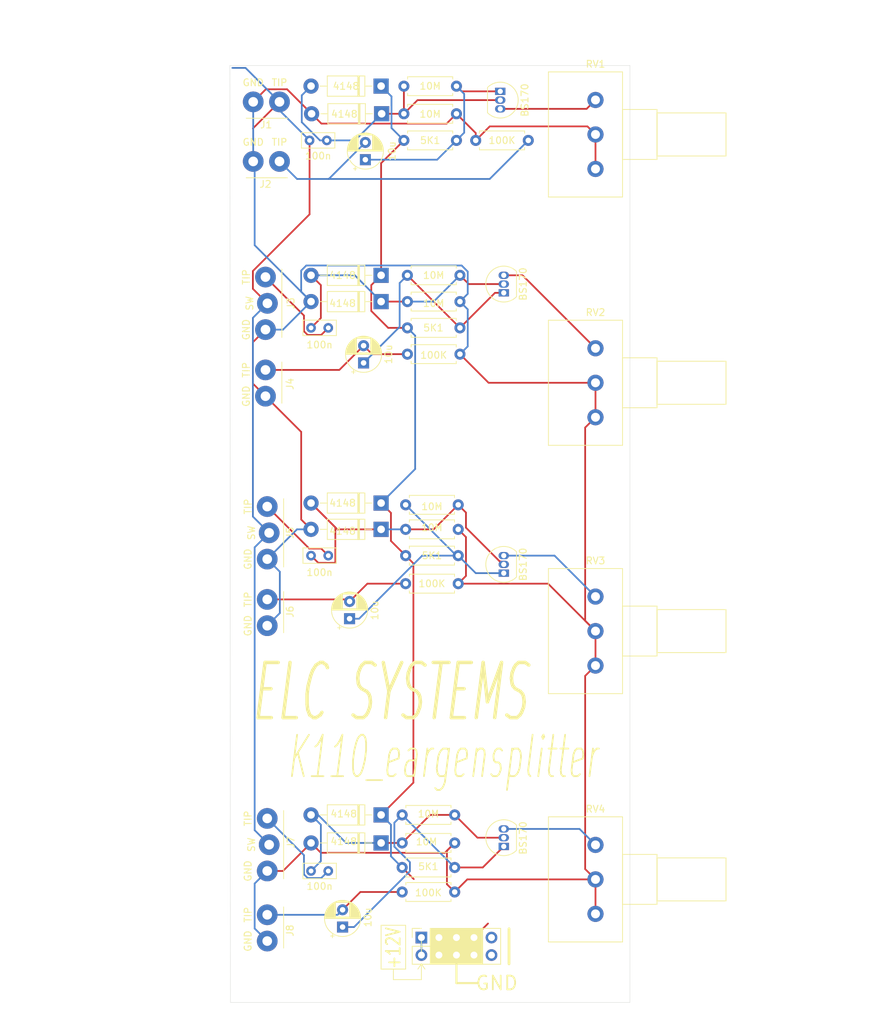
<source format=kicad_pcb>
(kicad_pcb (version 20171130) (host pcbnew "(5.1.10)-1")

  (general
    (thickness 1.6)
    (drawings 28)
    (tracks 230)
    (zones 0)
    (modules 49)
    (nets 25)
  )

  (page A4)
  (layers
    (0 F.Cu signal)
    (31 B.Cu signal)
    (32 B.Adhes user)
    (33 F.Adhes user)
    (34 B.Paste user)
    (35 F.Paste user)
    (36 B.SilkS user)
    (37 F.SilkS user)
    (38 B.Mask user)
    (39 F.Mask user)
    (40 Dwgs.User user)
    (41 Cmts.User user)
    (42 Eco1.User user)
    (43 Eco2.User user)
    (44 Edge.Cuts user)
    (45 Margin user)
    (46 B.CrtYd user)
    (47 F.CrtYd user)
    (48 B.Fab user)
    (49 F.Fab user)
  )

  (setup
    (last_trace_width 0.25)
    (trace_clearance 0.2)
    (zone_clearance 0.508)
    (zone_45_only no)
    (trace_min 0.2)
    (via_size 0.8)
    (via_drill 0.4)
    (via_min_size 0.4)
    (via_min_drill 0.3)
    (uvia_size 0.3)
    (uvia_drill 0.1)
    (uvias_allowed no)
    (uvia_min_size 0.2)
    (uvia_min_drill 0.1)
    (edge_width 0.05)
    (segment_width 0.2)
    (pcb_text_width 0.3)
    (pcb_text_size 1.5 1.5)
    (mod_edge_width 0.12)
    (mod_text_size 1 1)
    (mod_text_width 0.15)
    (pad_size 1.524 1.524)
    (pad_drill 0.762)
    (pad_to_mask_clearance 0)
    (aux_axis_origin 0 0)
    (visible_elements 7FFFFFFF)
    (pcbplotparams
      (layerselection 0x010fc_ffffffff)
      (usegerberextensions false)
      (usegerberattributes true)
      (usegerberadvancedattributes true)
      (creategerberjobfile true)
      (excludeedgelayer true)
      (linewidth 0.100000)
      (plotframeref false)
      (viasonmask false)
      (mode 1)
      (useauxorigin false)
      (hpglpennumber 1)
      (hpglpenspeed 20)
      (hpglpendiameter 15.000000)
      (psnegative false)
      (psa4output false)
      (plotreference true)
      (plotvalue true)
      (plotinvisibletext false)
      (padsonsilk false)
      (subtractmaskfromsilk false)
      (outputformat 1)
      (mirror false)
      (drillshape 0)
      (scaleselection 1)
      (outputdirectory ""))
  )

  (net 0 "")
  (net 1 "Net-(C1-Pad1)")
  (net 2 "Net-(C1-Pad2)")
  (net 3 "Net-(C2-Pad2)")
  (net 4 "Net-(C2-Pad1)")
  (net 5 "Net-(C3-Pad2)")
  (net 6 "Net-(C3-Pad1)")
  (net 7 "Net-(C4-Pad2)")
  (net 8 "Net-(C4-Pad1)")
  (net 9 "Net-(C5-Pad2)")
  (net 10 "Net-(C5-Pad1)")
  (net 11 "Net-(C6-Pad1)")
  (net 12 "Net-(C6-Pad2)")
  (net 13 "Net-(C7-Pad1)")
  (net 14 "Net-(C7-Pad2)")
  (net 15 "Net-(C8-Pad1)")
  (net 16 "Net-(C8-Pad2)")
  (net 17 +12V)
  (net 18 GND)
  (net 19 "Net-(J9-Pad5)")
  (net 20 "Net-(J9-Pad10)")
  (net 21 "Net-(Q1-Pad3)")
  (net 22 "Net-(Q2-Pad3)")
  (net 23 "Net-(Q3-Pad3)")
  (net 24 "Net-(Q4-Pad3)")

  (net_class Default "This is the default net class."
    (clearance 0.2)
    (trace_width 0.25)
    (via_dia 0.8)
    (via_drill 0.4)
    (uvia_dia 0.3)
    (uvia_drill 0.1)
    (add_net +12V)
    (add_net GND)
    (add_net "Net-(C1-Pad1)")
    (add_net "Net-(C1-Pad2)")
    (add_net "Net-(C2-Pad1)")
    (add_net "Net-(C2-Pad2)")
    (add_net "Net-(C3-Pad1)")
    (add_net "Net-(C3-Pad2)")
    (add_net "Net-(C4-Pad1)")
    (add_net "Net-(C4-Pad2)")
    (add_net "Net-(C5-Pad1)")
    (add_net "Net-(C5-Pad2)")
    (add_net "Net-(C6-Pad1)")
    (add_net "Net-(C6-Pad2)")
    (add_net "Net-(C7-Pad1)")
    (add_net "Net-(C7-Pad2)")
    (add_net "Net-(C8-Pad1)")
    (add_net "Net-(C8-Pad2)")
    (add_net "Net-(J9-Pad10)")
    (add_net "Net-(J9-Pad5)")
    (add_net "Net-(Q1-Pad3)")
    (add_net "Net-(Q2-Pad3)")
    (add_net "Net-(Q3-Pad3)")
    (add_net "Net-(Q4-Pad3)")
  )

  (module Connector_PinSocket_2.54mm:PinSocket_2x05_P2.54mm_Vertical (layer F.Cu) (tedit 6261B92A) (tstamp 6261D2E7)
    (at 127.762 154.432 90)
    (descr "Through hole straight socket strip, 2x05, 2.54mm pitch, double cols (from Kicad 4.0.7), script generated")
    (tags "Through hole socket strip THT 2x05 2.54mm double row")
    (path /62879E99)
    (fp_text reference J9 (at 2.54 -0.254 90) (layer F.SilkS) hide
      (effects (font (size 1 1) (thickness 0.15)))
    )
    (fp_text value Conn_02x05_Top_Bottom (at 0.508 14.986 270) (layer F.Fab)
      (effects (font (size 1 1) (thickness 0.15)))
    )
    (fp_line (start -4.34 11.9) (end -4.34 -1.8) (layer F.CrtYd) (width 0.05))
    (fp_line (start 1.76 11.9) (end -4.34 11.9) (layer F.CrtYd) (width 0.05))
    (fp_line (start 1.76 -1.8) (end 1.76 11.9) (layer F.CrtYd) (width 0.05))
    (fp_line (start -4.34 -1.8) (end 1.76 -1.8) (layer F.CrtYd) (width 0.05))
    (fp_line (start 0 -1.33) (end 1.33 -1.33) (layer F.SilkS) (width 0.12))
    (fp_line (start 1.33 -1.33) (end 1.33 0) (layer F.SilkS) (width 0.12))
    (fp_line (start -1.27 -1.33) (end -1.27 1.27) (layer F.SilkS) (width 0.12))
    (fp_line (start -1.27 1.27) (end 1.33 1.27) (layer F.SilkS) (width 0.12))
    (fp_line (start 1.33 1.27) (end 1.33 11.49) (layer F.SilkS) (width 0.12))
    (fp_line (start -3.87 11.49) (end 1.33 11.49) (layer F.SilkS) (width 0.12))
    (fp_line (start -3.87 -1.33) (end -3.87 11.49) (layer F.SilkS) (width 0.12))
    (fp_line (start -3.87 -1.33) (end -1.27 -1.33) (layer F.SilkS) (width 0.12))
    (fp_line (start -3.81 11.43) (end -3.81 -1.27) (layer F.Fab) (width 0.1))
    (fp_line (start 1.27 11.43) (end -3.81 11.43) (layer F.Fab) (width 0.1))
    (fp_line (start 1.27 -0.27) (end 1.27 11.43) (layer F.Fab) (width 0.1))
    (fp_line (start 0.27 -1.27) (end 1.27 -0.27) (layer F.Fab) (width 0.1))
    (fp_line (start -3.81 -1.27) (end 0.27 -1.27) (layer F.Fab) (width 0.1))
    (fp_text user %R (at -1.27 5.08) (layer F.Fab)
      (effects (font (size 1 1) (thickness 0.15)))
    )
    (pad 1 thru_hole rect (at 0 0 90) (size 1.7 1.7) (drill 1) (layers *.Cu *.Mask)
      (net 17 +12V))
    (pad 2 thru_hole oval (at -2.54 5.08 90) (size 1.7 1.7) (drill 1) (layers *.Cu *.Mask)
      (net 18 GND))
    (pad 3 thru_hole oval (at 0 2.54 90) (size 1.7 1.7) (drill 1) (layers *.Cu *.Mask)
      (net 18 GND))
    (pad 4 thru_hole oval (at -2.54 2.54 90) (size 1.7 1.7) (drill 1) (layers *.Cu *.Mask)
      (net 18 GND))
    (pad 5 thru_hole oval (at 0 10.16 90) (size 1.7 1.7) (drill 1) (layers *.Cu *.Mask)
      (net 19 "Net-(J9-Pad5)"))
    (pad 6 thru_hole oval (at -2.54 0 90) (size 1.7 1.7) (drill 1) (layers *.Cu *.Mask)
      (net 17 +12V))
    (pad 7 thru_hole oval (at 0 7.62 90) (size 1.7 1.7) (drill 1) (layers *.Cu *.Mask)
      (net 18 GND))
    (pad 8 thru_hole oval (at -2.54 7.62 90) (size 1.7 1.7) (drill 1) (layers *.Cu *.Mask)
      (net 18 GND))
    (pad 9 thru_hole oval (at 0 5.08 90) (size 1.7 1.7) (drill 1) (layers *.Cu *.Mask)
      (net 18 GND))
    (pad 10 thru_hole oval (at -2.54 10.16 90) (size 1.7 1.7) (drill 1) (layers *.Cu *.Mask)
      (net 20 "Net-(J9-Pad10)"))
    (model ${KISYS3DMOD}/Connector_PinSocket_2.54mm.3dshapes/PinSocket_2x05_P2.54mm_Vertical.wrl
      (at (xyz 0 0 0))
      (scale (xyz 1 1 1))
      (rotate (xyz 0 0 0))
    )
  )

  (module Capacitor_THT:C_Rect_L4.6mm_W2.0mm_P2.50mm_MKS02_FKP02 (layer F.Cu) (tedit 5AE50EF0) (tstamp 6261CF10)
    (at 114.046 38.862 180)
    (descr "C, Rect series, Radial, pin pitch=2.50mm, , length*width=4.6*2mm^2, Capacitor, http://www.wima.de/DE/WIMA_MKS_02.pdf")
    (tags "C Rect series Radial pin pitch 2.50mm  length 4.6mm width 2mm Capacitor")
    (path /627E7E68)
    (fp_text reference 100n (at 1.25 -2.25) (layer F.SilkS)
      (effects (font (size 1 1) (thickness 0.15)))
    )
    (fp_text value 100n (at 1.25 2.25) (layer F.Fab)
      (effects (font (size 1 1) (thickness 0.15)))
    )
    (fp_line (start -1.05 -1) (end -1.05 1) (layer F.Fab) (width 0.1))
    (fp_line (start -1.05 1) (end 3.55 1) (layer F.Fab) (width 0.1))
    (fp_line (start 3.55 1) (end 3.55 -1) (layer F.Fab) (width 0.1))
    (fp_line (start 3.55 -1) (end -1.05 -1) (layer F.Fab) (width 0.1))
    (fp_line (start -1.17 -1.12) (end 3.67 -1.12) (layer F.SilkS) (width 0.12))
    (fp_line (start -1.17 1.12) (end 3.67 1.12) (layer F.SilkS) (width 0.12))
    (fp_line (start -1.17 -1.12) (end -1.17 1.12) (layer F.SilkS) (width 0.12))
    (fp_line (start 3.67 -1.12) (end 3.67 1.12) (layer F.SilkS) (width 0.12))
    (fp_line (start -1.3 -1.25) (end -1.3 1.25) (layer F.CrtYd) (width 0.05))
    (fp_line (start -1.3 1.25) (end 3.8 1.25) (layer F.CrtYd) (width 0.05))
    (fp_line (start 3.8 1.25) (end 3.8 -1.25) (layer F.CrtYd) (width 0.05))
    (fp_line (start 3.8 -1.25) (end -1.3 -1.25) (layer F.CrtYd) (width 0.05))
    (fp_text user %R (at 1.25 0) (layer F.Fab)
      (effects (font (size 0.92 0.92) (thickness 0.138)))
    )
    (pad 2 thru_hole circle (at 2.5 0 180) (size 1.4 1.4) (drill 0.7) (layers *.Cu *.Mask)
      (net 2 "Net-(C1-Pad2)"))
    (pad 1 thru_hole circle (at 0 0 180) (size 1.4 1.4) (drill 0.7) (layers *.Cu *.Mask)
      (net 1 "Net-(C1-Pad1)"))
    (model ${KISYS3DMOD}/Capacitor_THT.3dshapes/C_Rect_L4.6mm_W2.0mm_P2.50mm_MKS02_FKP02.wrl
      (at (xyz 0 0 0))
      (scale (xyz 1 1 1))
      (rotate (xyz 0 0 0))
    )
  )

  (module Capacitor_THT:CP_Radial_D5.0mm_P2.50mm (layer F.Cu) (tedit 5AE50EF0) (tstamp 6261CF94)
    (at 119.634 41.656 90)
    (descr "CP, Radial series, Radial, pin pitch=2.50mm, , diameter=5mm, Electrolytic Capacitor")
    (tags "CP Radial series Radial pin pitch 2.50mm  diameter 5mm Electrolytic Capacitor")
    (path /627EE4BF)
    (fp_text reference 10u (at 1.25 3.866 90) (layer F.SilkS)
      (effects (font (size 1 1) (thickness 0.15)))
    )
    (fp_text value 10u (at 1.25 3.75 90) (layer F.Fab)
      (effects (font (size 1 1) (thickness 0.15)))
    )
    (fp_circle (center 1.25 0) (end 3.75 0) (layer F.Fab) (width 0.1))
    (fp_circle (center 1.25 0) (end 3.87 0) (layer F.SilkS) (width 0.12))
    (fp_circle (center 1.25 0) (end 4 0) (layer F.CrtYd) (width 0.05))
    (fp_line (start -0.883605 -1.0875) (end -0.383605 -1.0875) (layer F.Fab) (width 0.1))
    (fp_line (start -0.633605 -1.3375) (end -0.633605 -0.8375) (layer F.Fab) (width 0.1))
    (fp_line (start 1.25 -2.58) (end 1.25 2.58) (layer F.SilkS) (width 0.12))
    (fp_line (start 1.29 -2.58) (end 1.29 2.58) (layer F.SilkS) (width 0.12))
    (fp_line (start 1.33 -2.579) (end 1.33 2.579) (layer F.SilkS) (width 0.12))
    (fp_line (start 1.37 -2.578) (end 1.37 2.578) (layer F.SilkS) (width 0.12))
    (fp_line (start 1.41 -2.576) (end 1.41 2.576) (layer F.SilkS) (width 0.12))
    (fp_line (start 1.45 -2.573) (end 1.45 2.573) (layer F.SilkS) (width 0.12))
    (fp_line (start 1.49 -2.569) (end 1.49 -1.04) (layer F.SilkS) (width 0.12))
    (fp_line (start 1.49 1.04) (end 1.49 2.569) (layer F.SilkS) (width 0.12))
    (fp_line (start 1.53 -2.565) (end 1.53 -1.04) (layer F.SilkS) (width 0.12))
    (fp_line (start 1.53 1.04) (end 1.53 2.565) (layer F.SilkS) (width 0.12))
    (fp_line (start 1.57 -2.561) (end 1.57 -1.04) (layer F.SilkS) (width 0.12))
    (fp_line (start 1.57 1.04) (end 1.57 2.561) (layer F.SilkS) (width 0.12))
    (fp_line (start 1.61 -2.556) (end 1.61 -1.04) (layer F.SilkS) (width 0.12))
    (fp_line (start 1.61 1.04) (end 1.61 2.556) (layer F.SilkS) (width 0.12))
    (fp_line (start 1.65 -2.55) (end 1.65 -1.04) (layer F.SilkS) (width 0.12))
    (fp_line (start 1.65 1.04) (end 1.65 2.55) (layer F.SilkS) (width 0.12))
    (fp_line (start 1.69 -2.543) (end 1.69 -1.04) (layer F.SilkS) (width 0.12))
    (fp_line (start 1.69 1.04) (end 1.69 2.543) (layer F.SilkS) (width 0.12))
    (fp_line (start 1.73 -2.536) (end 1.73 -1.04) (layer F.SilkS) (width 0.12))
    (fp_line (start 1.73 1.04) (end 1.73 2.536) (layer F.SilkS) (width 0.12))
    (fp_line (start 1.77 -2.528) (end 1.77 -1.04) (layer F.SilkS) (width 0.12))
    (fp_line (start 1.77 1.04) (end 1.77 2.528) (layer F.SilkS) (width 0.12))
    (fp_line (start 1.81 -2.52) (end 1.81 -1.04) (layer F.SilkS) (width 0.12))
    (fp_line (start 1.81 1.04) (end 1.81 2.52) (layer F.SilkS) (width 0.12))
    (fp_line (start 1.85 -2.511) (end 1.85 -1.04) (layer F.SilkS) (width 0.12))
    (fp_line (start 1.85 1.04) (end 1.85 2.511) (layer F.SilkS) (width 0.12))
    (fp_line (start 1.89 -2.501) (end 1.89 -1.04) (layer F.SilkS) (width 0.12))
    (fp_line (start 1.89 1.04) (end 1.89 2.501) (layer F.SilkS) (width 0.12))
    (fp_line (start 1.93 -2.491) (end 1.93 -1.04) (layer F.SilkS) (width 0.12))
    (fp_line (start 1.93 1.04) (end 1.93 2.491) (layer F.SilkS) (width 0.12))
    (fp_line (start 1.971 -2.48) (end 1.971 -1.04) (layer F.SilkS) (width 0.12))
    (fp_line (start 1.971 1.04) (end 1.971 2.48) (layer F.SilkS) (width 0.12))
    (fp_line (start 2.011 -2.468) (end 2.011 -1.04) (layer F.SilkS) (width 0.12))
    (fp_line (start 2.011 1.04) (end 2.011 2.468) (layer F.SilkS) (width 0.12))
    (fp_line (start 2.051 -2.455) (end 2.051 -1.04) (layer F.SilkS) (width 0.12))
    (fp_line (start 2.051 1.04) (end 2.051 2.455) (layer F.SilkS) (width 0.12))
    (fp_line (start 2.091 -2.442) (end 2.091 -1.04) (layer F.SilkS) (width 0.12))
    (fp_line (start 2.091 1.04) (end 2.091 2.442) (layer F.SilkS) (width 0.12))
    (fp_line (start 2.131 -2.428) (end 2.131 -1.04) (layer F.SilkS) (width 0.12))
    (fp_line (start 2.131 1.04) (end 2.131 2.428) (layer F.SilkS) (width 0.12))
    (fp_line (start 2.171 -2.414) (end 2.171 -1.04) (layer F.SilkS) (width 0.12))
    (fp_line (start 2.171 1.04) (end 2.171 2.414) (layer F.SilkS) (width 0.12))
    (fp_line (start 2.211 -2.398) (end 2.211 -1.04) (layer F.SilkS) (width 0.12))
    (fp_line (start 2.211 1.04) (end 2.211 2.398) (layer F.SilkS) (width 0.12))
    (fp_line (start 2.251 -2.382) (end 2.251 -1.04) (layer F.SilkS) (width 0.12))
    (fp_line (start 2.251 1.04) (end 2.251 2.382) (layer F.SilkS) (width 0.12))
    (fp_line (start 2.291 -2.365) (end 2.291 -1.04) (layer F.SilkS) (width 0.12))
    (fp_line (start 2.291 1.04) (end 2.291 2.365) (layer F.SilkS) (width 0.12))
    (fp_line (start 2.331 -2.348) (end 2.331 -1.04) (layer F.SilkS) (width 0.12))
    (fp_line (start 2.331 1.04) (end 2.331 2.348) (layer F.SilkS) (width 0.12))
    (fp_line (start 2.371 -2.329) (end 2.371 -1.04) (layer F.SilkS) (width 0.12))
    (fp_line (start 2.371 1.04) (end 2.371 2.329) (layer F.SilkS) (width 0.12))
    (fp_line (start 2.411 -2.31) (end 2.411 -1.04) (layer F.SilkS) (width 0.12))
    (fp_line (start 2.411 1.04) (end 2.411 2.31) (layer F.SilkS) (width 0.12))
    (fp_line (start 2.451 -2.29) (end 2.451 -1.04) (layer F.SilkS) (width 0.12))
    (fp_line (start 2.451 1.04) (end 2.451 2.29) (layer F.SilkS) (width 0.12))
    (fp_line (start 2.491 -2.268) (end 2.491 -1.04) (layer F.SilkS) (width 0.12))
    (fp_line (start 2.491 1.04) (end 2.491 2.268) (layer F.SilkS) (width 0.12))
    (fp_line (start 2.531 -2.247) (end 2.531 -1.04) (layer F.SilkS) (width 0.12))
    (fp_line (start 2.531 1.04) (end 2.531 2.247) (layer F.SilkS) (width 0.12))
    (fp_line (start 2.571 -2.224) (end 2.571 -1.04) (layer F.SilkS) (width 0.12))
    (fp_line (start 2.571 1.04) (end 2.571 2.224) (layer F.SilkS) (width 0.12))
    (fp_line (start 2.611 -2.2) (end 2.611 -1.04) (layer F.SilkS) (width 0.12))
    (fp_line (start 2.611 1.04) (end 2.611 2.2) (layer F.SilkS) (width 0.12))
    (fp_line (start 2.651 -2.175) (end 2.651 -1.04) (layer F.SilkS) (width 0.12))
    (fp_line (start 2.651 1.04) (end 2.651 2.175) (layer F.SilkS) (width 0.12))
    (fp_line (start 2.691 -2.149) (end 2.691 -1.04) (layer F.SilkS) (width 0.12))
    (fp_line (start 2.691 1.04) (end 2.691 2.149) (layer F.SilkS) (width 0.12))
    (fp_line (start 2.731 -2.122) (end 2.731 -1.04) (layer F.SilkS) (width 0.12))
    (fp_line (start 2.731 1.04) (end 2.731 2.122) (layer F.SilkS) (width 0.12))
    (fp_line (start 2.771 -2.095) (end 2.771 -1.04) (layer F.SilkS) (width 0.12))
    (fp_line (start 2.771 1.04) (end 2.771 2.095) (layer F.SilkS) (width 0.12))
    (fp_line (start 2.811 -2.065) (end 2.811 -1.04) (layer F.SilkS) (width 0.12))
    (fp_line (start 2.811 1.04) (end 2.811 2.065) (layer F.SilkS) (width 0.12))
    (fp_line (start 2.851 -2.035) (end 2.851 -1.04) (layer F.SilkS) (width 0.12))
    (fp_line (start 2.851 1.04) (end 2.851 2.035) (layer F.SilkS) (width 0.12))
    (fp_line (start 2.891 -2.004) (end 2.891 -1.04) (layer F.SilkS) (width 0.12))
    (fp_line (start 2.891 1.04) (end 2.891 2.004) (layer F.SilkS) (width 0.12))
    (fp_line (start 2.931 -1.971) (end 2.931 -1.04) (layer F.SilkS) (width 0.12))
    (fp_line (start 2.931 1.04) (end 2.931 1.971) (layer F.SilkS) (width 0.12))
    (fp_line (start 2.971 -1.937) (end 2.971 -1.04) (layer F.SilkS) (width 0.12))
    (fp_line (start 2.971 1.04) (end 2.971 1.937) (layer F.SilkS) (width 0.12))
    (fp_line (start 3.011 -1.901) (end 3.011 -1.04) (layer F.SilkS) (width 0.12))
    (fp_line (start 3.011 1.04) (end 3.011 1.901) (layer F.SilkS) (width 0.12))
    (fp_line (start 3.051 -1.864) (end 3.051 -1.04) (layer F.SilkS) (width 0.12))
    (fp_line (start 3.051 1.04) (end 3.051 1.864) (layer F.SilkS) (width 0.12))
    (fp_line (start 3.091 -1.826) (end 3.091 -1.04) (layer F.SilkS) (width 0.12))
    (fp_line (start 3.091 1.04) (end 3.091 1.826) (layer F.SilkS) (width 0.12))
    (fp_line (start 3.131 -1.785) (end 3.131 -1.04) (layer F.SilkS) (width 0.12))
    (fp_line (start 3.131 1.04) (end 3.131 1.785) (layer F.SilkS) (width 0.12))
    (fp_line (start 3.171 -1.743) (end 3.171 -1.04) (layer F.SilkS) (width 0.12))
    (fp_line (start 3.171 1.04) (end 3.171 1.743) (layer F.SilkS) (width 0.12))
    (fp_line (start 3.211 -1.699) (end 3.211 -1.04) (layer F.SilkS) (width 0.12))
    (fp_line (start 3.211 1.04) (end 3.211 1.699) (layer F.SilkS) (width 0.12))
    (fp_line (start 3.251 -1.653) (end 3.251 -1.04) (layer F.SilkS) (width 0.12))
    (fp_line (start 3.251 1.04) (end 3.251 1.653) (layer F.SilkS) (width 0.12))
    (fp_line (start 3.291 -1.605) (end 3.291 -1.04) (layer F.SilkS) (width 0.12))
    (fp_line (start 3.291 1.04) (end 3.291 1.605) (layer F.SilkS) (width 0.12))
    (fp_line (start 3.331 -1.554) (end 3.331 -1.04) (layer F.SilkS) (width 0.12))
    (fp_line (start 3.331 1.04) (end 3.331 1.554) (layer F.SilkS) (width 0.12))
    (fp_line (start 3.371 -1.5) (end 3.371 -1.04) (layer F.SilkS) (width 0.12))
    (fp_line (start 3.371 1.04) (end 3.371 1.5) (layer F.SilkS) (width 0.12))
    (fp_line (start 3.411 -1.443) (end 3.411 -1.04) (layer F.SilkS) (width 0.12))
    (fp_line (start 3.411 1.04) (end 3.411 1.443) (layer F.SilkS) (width 0.12))
    (fp_line (start 3.451 -1.383) (end 3.451 -1.04) (layer F.SilkS) (width 0.12))
    (fp_line (start 3.451 1.04) (end 3.451 1.383) (layer F.SilkS) (width 0.12))
    (fp_line (start 3.491 -1.319) (end 3.491 -1.04) (layer F.SilkS) (width 0.12))
    (fp_line (start 3.491 1.04) (end 3.491 1.319) (layer F.SilkS) (width 0.12))
    (fp_line (start 3.531 -1.251) (end 3.531 -1.04) (layer F.SilkS) (width 0.12))
    (fp_line (start 3.531 1.04) (end 3.531 1.251) (layer F.SilkS) (width 0.12))
    (fp_line (start 3.571 -1.178) (end 3.571 1.178) (layer F.SilkS) (width 0.12))
    (fp_line (start 3.611 -1.098) (end 3.611 1.098) (layer F.SilkS) (width 0.12))
    (fp_line (start 3.651 -1.011) (end 3.651 1.011) (layer F.SilkS) (width 0.12))
    (fp_line (start 3.691 -0.915) (end 3.691 0.915) (layer F.SilkS) (width 0.12))
    (fp_line (start 3.731 -0.805) (end 3.731 0.805) (layer F.SilkS) (width 0.12))
    (fp_line (start 3.771 -0.677) (end 3.771 0.677) (layer F.SilkS) (width 0.12))
    (fp_line (start 3.811 -0.518) (end 3.811 0.518) (layer F.SilkS) (width 0.12))
    (fp_line (start 3.851 -0.284) (end 3.851 0.284) (layer F.SilkS) (width 0.12))
    (fp_line (start -1.554775 -1.475) (end -1.054775 -1.475) (layer F.SilkS) (width 0.12))
    (fp_line (start -1.304775 -1.725) (end -1.304775 -1.225) (layer F.SilkS) (width 0.12))
    (fp_text user %R (at 1.25 0 90) (layer F.Fab)
      (effects (font (size 1 1) (thickness 0.15)))
    )
    (pad 2 thru_hole circle (at 2.5 0 90) (size 1.6 1.6) (drill 0.8) (layers *.Cu *.Mask)
      (net 3 "Net-(C2-Pad2)"))
    (pad 1 thru_hole rect (at 0 0 90) (size 1.6 1.6) (drill 0.8) (layers *.Cu *.Mask)
      (net 4 "Net-(C2-Pad1)"))
    (model ${KISYS3DMOD}/Capacitor_THT.3dshapes/CP_Radial_D5.0mm_P2.50mm.wrl
      (at (xyz 0 0 0))
      (scale (xyz 1 1 1))
      (rotate (xyz 0 0 0))
    )
  )

  (module Capacitor_THT:C_Rect_L4.6mm_W2.0mm_P2.50mm_MKS02_FKP02 (layer F.Cu) (tedit 5AE50EF0) (tstamp 6261CFA7)
    (at 111.76 66.04)
    (descr "C, Rect series, Radial, pin pitch=2.50mm, , length*width=4.6*2mm^2, Capacitor, http://www.wima.de/DE/WIMA_MKS_02.pdf")
    (tags "C Rect series Radial pin pitch 2.50mm  length 4.6mm width 2mm Capacitor")
    (path /62800686)
    (fp_text reference 100n (at 1.24 2.46) (layer F.SilkS)
      (effects (font (size 1 1) (thickness 0.15)))
    )
    (fp_text value 100n (at 1.25 2.25) (layer F.Fab)
      (effects (font (size 1 1) (thickness 0.15)))
    )
    (fp_line (start 3.8 -1.25) (end -1.3 -1.25) (layer F.CrtYd) (width 0.05))
    (fp_line (start 3.8 1.25) (end 3.8 -1.25) (layer F.CrtYd) (width 0.05))
    (fp_line (start -1.3 1.25) (end 3.8 1.25) (layer F.CrtYd) (width 0.05))
    (fp_line (start -1.3 -1.25) (end -1.3 1.25) (layer F.CrtYd) (width 0.05))
    (fp_line (start 3.67 -1.12) (end 3.67 1.12) (layer F.SilkS) (width 0.12))
    (fp_line (start -1.17 -1.12) (end -1.17 1.12) (layer F.SilkS) (width 0.12))
    (fp_line (start -1.17 1.12) (end 3.67 1.12) (layer F.SilkS) (width 0.12))
    (fp_line (start -1.17 -1.12) (end 3.67 -1.12) (layer F.SilkS) (width 0.12))
    (fp_line (start 3.55 -1) (end -1.05 -1) (layer F.Fab) (width 0.1))
    (fp_line (start 3.55 1) (end 3.55 -1) (layer F.Fab) (width 0.1))
    (fp_line (start -1.05 1) (end 3.55 1) (layer F.Fab) (width 0.1))
    (fp_line (start -1.05 -1) (end -1.05 1) (layer F.Fab) (width 0.1))
    (fp_text user %R (at 1.25 0) (layer F.Fab)
      (effects (font (size 0.92 0.92) (thickness 0.138)))
    )
    (pad 1 thru_hole circle (at 0 0) (size 1.4 1.4) (drill 0.7) (layers *.Cu *.Mask)
      (net 6 "Net-(C3-Pad1)"))
    (pad 2 thru_hole circle (at 2.5 0) (size 1.4 1.4) (drill 0.7) (layers *.Cu *.Mask)
      (net 5 "Net-(C3-Pad2)"))
    (model ${KISYS3DMOD}/Capacitor_THT.3dshapes/C_Rect_L4.6mm_W2.0mm_P2.50mm_MKS02_FKP02.wrl
      (at (xyz 0 0 0))
      (scale (xyz 1 1 1))
      (rotate (xyz 0 0 0))
    )
  )

  (module Capacitor_THT:CP_Radial_D5.0mm_P2.50mm (layer F.Cu) (tedit 5AE50EF0) (tstamp 6261D02B)
    (at 119.38 71.12 90)
    (descr "CP, Radial series, Radial, pin pitch=2.50mm, , diameter=5mm, Electrolytic Capacitor")
    (tags "CP Radial series Radial pin pitch 2.50mm  diameter 5mm Electrolytic Capacitor")
    (path /628006CB)
    (fp_text reference 10u (at 1.25 3.62 90) (layer F.SilkS)
      (effects (font (size 1 1) (thickness 0.15)))
    )
    (fp_text value 10u (at 1.25 3.75 90) (layer F.Fab)
      (effects (font (size 1 1) (thickness 0.15)))
    )
    (fp_circle (center 1.25 0) (end 3.75 0) (layer F.Fab) (width 0.1))
    (fp_circle (center 1.25 0) (end 3.87 0) (layer F.SilkS) (width 0.12))
    (fp_circle (center 1.25 0) (end 4 0) (layer F.CrtYd) (width 0.05))
    (fp_line (start -0.883605 -1.0875) (end -0.383605 -1.0875) (layer F.Fab) (width 0.1))
    (fp_line (start -0.633605 -1.3375) (end -0.633605 -0.8375) (layer F.Fab) (width 0.1))
    (fp_line (start 1.25 -2.58) (end 1.25 2.58) (layer F.SilkS) (width 0.12))
    (fp_line (start 1.29 -2.58) (end 1.29 2.58) (layer F.SilkS) (width 0.12))
    (fp_line (start 1.33 -2.579) (end 1.33 2.579) (layer F.SilkS) (width 0.12))
    (fp_line (start 1.37 -2.578) (end 1.37 2.578) (layer F.SilkS) (width 0.12))
    (fp_line (start 1.41 -2.576) (end 1.41 2.576) (layer F.SilkS) (width 0.12))
    (fp_line (start 1.45 -2.573) (end 1.45 2.573) (layer F.SilkS) (width 0.12))
    (fp_line (start 1.49 -2.569) (end 1.49 -1.04) (layer F.SilkS) (width 0.12))
    (fp_line (start 1.49 1.04) (end 1.49 2.569) (layer F.SilkS) (width 0.12))
    (fp_line (start 1.53 -2.565) (end 1.53 -1.04) (layer F.SilkS) (width 0.12))
    (fp_line (start 1.53 1.04) (end 1.53 2.565) (layer F.SilkS) (width 0.12))
    (fp_line (start 1.57 -2.561) (end 1.57 -1.04) (layer F.SilkS) (width 0.12))
    (fp_line (start 1.57 1.04) (end 1.57 2.561) (layer F.SilkS) (width 0.12))
    (fp_line (start 1.61 -2.556) (end 1.61 -1.04) (layer F.SilkS) (width 0.12))
    (fp_line (start 1.61 1.04) (end 1.61 2.556) (layer F.SilkS) (width 0.12))
    (fp_line (start 1.65 -2.55) (end 1.65 -1.04) (layer F.SilkS) (width 0.12))
    (fp_line (start 1.65 1.04) (end 1.65 2.55) (layer F.SilkS) (width 0.12))
    (fp_line (start 1.69 -2.543) (end 1.69 -1.04) (layer F.SilkS) (width 0.12))
    (fp_line (start 1.69 1.04) (end 1.69 2.543) (layer F.SilkS) (width 0.12))
    (fp_line (start 1.73 -2.536) (end 1.73 -1.04) (layer F.SilkS) (width 0.12))
    (fp_line (start 1.73 1.04) (end 1.73 2.536) (layer F.SilkS) (width 0.12))
    (fp_line (start 1.77 -2.528) (end 1.77 -1.04) (layer F.SilkS) (width 0.12))
    (fp_line (start 1.77 1.04) (end 1.77 2.528) (layer F.SilkS) (width 0.12))
    (fp_line (start 1.81 -2.52) (end 1.81 -1.04) (layer F.SilkS) (width 0.12))
    (fp_line (start 1.81 1.04) (end 1.81 2.52) (layer F.SilkS) (width 0.12))
    (fp_line (start 1.85 -2.511) (end 1.85 -1.04) (layer F.SilkS) (width 0.12))
    (fp_line (start 1.85 1.04) (end 1.85 2.511) (layer F.SilkS) (width 0.12))
    (fp_line (start 1.89 -2.501) (end 1.89 -1.04) (layer F.SilkS) (width 0.12))
    (fp_line (start 1.89 1.04) (end 1.89 2.501) (layer F.SilkS) (width 0.12))
    (fp_line (start 1.93 -2.491) (end 1.93 -1.04) (layer F.SilkS) (width 0.12))
    (fp_line (start 1.93 1.04) (end 1.93 2.491) (layer F.SilkS) (width 0.12))
    (fp_line (start 1.971 -2.48) (end 1.971 -1.04) (layer F.SilkS) (width 0.12))
    (fp_line (start 1.971 1.04) (end 1.971 2.48) (layer F.SilkS) (width 0.12))
    (fp_line (start 2.011 -2.468) (end 2.011 -1.04) (layer F.SilkS) (width 0.12))
    (fp_line (start 2.011 1.04) (end 2.011 2.468) (layer F.SilkS) (width 0.12))
    (fp_line (start 2.051 -2.455) (end 2.051 -1.04) (layer F.SilkS) (width 0.12))
    (fp_line (start 2.051 1.04) (end 2.051 2.455) (layer F.SilkS) (width 0.12))
    (fp_line (start 2.091 -2.442) (end 2.091 -1.04) (layer F.SilkS) (width 0.12))
    (fp_line (start 2.091 1.04) (end 2.091 2.442) (layer F.SilkS) (width 0.12))
    (fp_line (start 2.131 -2.428) (end 2.131 -1.04) (layer F.SilkS) (width 0.12))
    (fp_line (start 2.131 1.04) (end 2.131 2.428) (layer F.SilkS) (width 0.12))
    (fp_line (start 2.171 -2.414) (end 2.171 -1.04) (layer F.SilkS) (width 0.12))
    (fp_line (start 2.171 1.04) (end 2.171 2.414) (layer F.SilkS) (width 0.12))
    (fp_line (start 2.211 -2.398) (end 2.211 -1.04) (layer F.SilkS) (width 0.12))
    (fp_line (start 2.211 1.04) (end 2.211 2.398) (layer F.SilkS) (width 0.12))
    (fp_line (start 2.251 -2.382) (end 2.251 -1.04) (layer F.SilkS) (width 0.12))
    (fp_line (start 2.251 1.04) (end 2.251 2.382) (layer F.SilkS) (width 0.12))
    (fp_line (start 2.291 -2.365) (end 2.291 -1.04) (layer F.SilkS) (width 0.12))
    (fp_line (start 2.291 1.04) (end 2.291 2.365) (layer F.SilkS) (width 0.12))
    (fp_line (start 2.331 -2.348) (end 2.331 -1.04) (layer F.SilkS) (width 0.12))
    (fp_line (start 2.331 1.04) (end 2.331 2.348) (layer F.SilkS) (width 0.12))
    (fp_line (start 2.371 -2.329) (end 2.371 -1.04) (layer F.SilkS) (width 0.12))
    (fp_line (start 2.371 1.04) (end 2.371 2.329) (layer F.SilkS) (width 0.12))
    (fp_line (start 2.411 -2.31) (end 2.411 -1.04) (layer F.SilkS) (width 0.12))
    (fp_line (start 2.411 1.04) (end 2.411 2.31) (layer F.SilkS) (width 0.12))
    (fp_line (start 2.451 -2.29) (end 2.451 -1.04) (layer F.SilkS) (width 0.12))
    (fp_line (start 2.451 1.04) (end 2.451 2.29) (layer F.SilkS) (width 0.12))
    (fp_line (start 2.491 -2.268) (end 2.491 -1.04) (layer F.SilkS) (width 0.12))
    (fp_line (start 2.491 1.04) (end 2.491 2.268) (layer F.SilkS) (width 0.12))
    (fp_line (start 2.531 -2.247) (end 2.531 -1.04) (layer F.SilkS) (width 0.12))
    (fp_line (start 2.531 1.04) (end 2.531 2.247) (layer F.SilkS) (width 0.12))
    (fp_line (start 2.571 -2.224) (end 2.571 -1.04) (layer F.SilkS) (width 0.12))
    (fp_line (start 2.571 1.04) (end 2.571 2.224) (layer F.SilkS) (width 0.12))
    (fp_line (start 2.611 -2.2) (end 2.611 -1.04) (layer F.SilkS) (width 0.12))
    (fp_line (start 2.611 1.04) (end 2.611 2.2) (layer F.SilkS) (width 0.12))
    (fp_line (start 2.651 -2.175) (end 2.651 -1.04) (layer F.SilkS) (width 0.12))
    (fp_line (start 2.651 1.04) (end 2.651 2.175) (layer F.SilkS) (width 0.12))
    (fp_line (start 2.691 -2.149) (end 2.691 -1.04) (layer F.SilkS) (width 0.12))
    (fp_line (start 2.691 1.04) (end 2.691 2.149) (layer F.SilkS) (width 0.12))
    (fp_line (start 2.731 -2.122) (end 2.731 -1.04) (layer F.SilkS) (width 0.12))
    (fp_line (start 2.731 1.04) (end 2.731 2.122) (layer F.SilkS) (width 0.12))
    (fp_line (start 2.771 -2.095) (end 2.771 -1.04) (layer F.SilkS) (width 0.12))
    (fp_line (start 2.771 1.04) (end 2.771 2.095) (layer F.SilkS) (width 0.12))
    (fp_line (start 2.811 -2.065) (end 2.811 -1.04) (layer F.SilkS) (width 0.12))
    (fp_line (start 2.811 1.04) (end 2.811 2.065) (layer F.SilkS) (width 0.12))
    (fp_line (start 2.851 -2.035) (end 2.851 -1.04) (layer F.SilkS) (width 0.12))
    (fp_line (start 2.851 1.04) (end 2.851 2.035) (layer F.SilkS) (width 0.12))
    (fp_line (start 2.891 -2.004) (end 2.891 -1.04) (layer F.SilkS) (width 0.12))
    (fp_line (start 2.891 1.04) (end 2.891 2.004) (layer F.SilkS) (width 0.12))
    (fp_line (start 2.931 -1.971) (end 2.931 -1.04) (layer F.SilkS) (width 0.12))
    (fp_line (start 2.931 1.04) (end 2.931 1.971) (layer F.SilkS) (width 0.12))
    (fp_line (start 2.971 -1.937) (end 2.971 -1.04) (layer F.SilkS) (width 0.12))
    (fp_line (start 2.971 1.04) (end 2.971 1.937) (layer F.SilkS) (width 0.12))
    (fp_line (start 3.011 -1.901) (end 3.011 -1.04) (layer F.SilkS) (width 0.12))
    (fp_line (start 3.011 1.04) (end 3.011 1.901) (layer F.SilkS) (width 0.12))
    (fp_line (start 3.051 -1.864) (end 3.051 -1.04) (layer F.SilkS) (width 0.12))
    (fp_line (start 3.051 1.04) (end 3.051 1.864) (layer F.SilkS) (width 0.12))
    (fp_line (start 3.091 -1.826) (end 3.091 -1.04) (layer F.SilkS) (width 0.12))
    (fp_line (start 3.091 1.04) (end 3.091 1.826) (layer F.SilkS) (width 0.12))
    (fp_line (start 3.131 -1.785) (end 3.131 -1.04) (layer F.SilkS) (width 0.12))
    (fp_line (start 3.131 1.04) (end 3.131 1.785) (layer F.SilkS) (width 0.12))
    (fp_line (start 3.171 -1.743) (end 3.171 -1.04) (layer F.SilkS) (width 0.12))
    (fp_line (start 3.171 1.04) (end 3.171 1.743) (layer F.SilkS) (width 0.12))
    (fp_line (start 3.211 -1.699) (end 3.211 -1.04) (layer F.SilkS) (width 0.12))
    (fp_line (start 3.211 1.04) (end 3.211 1.699) (layer F.SilkS) (width 0.12))
    (fp_line (start 3.251 -1.653) (end 3.251 -1.04) (layer F.SilkS) (width 0.12))
    (fp_line (start 3.251 1.04) (end 3.251 1.653) (layer F.SilkS) (width 0.12))
    (fp_line (start 3.291 -1.605) (end 3.291 -1.04) (layer F.SilkS) (width 0.12))
    (fp_line (start 3.291 1.04) (end 3.291 1.605) (layer F.SilkS) (width 0.12))
    (fp_line (start 3.331 -1.554) (end 3.331 -1.04) (layer F.SilkS) (width 0.12))
    (fp_line (start 3.331 1.04) (end 3.331 1.554) (layer F.SilkS) (width 0.12))
    (fp_line (start 3.371 -1.5) (end 3.371 -1.04) (layer F.SilkS) (width 0.12))
    (fp_line (start 3.371 1.04) (end 3.371 1.5) (layer F.SilkS) (width 0.12))
    (fp_line (start 3.411 -1.443) (end 3.411 -1.04) (layer F.SilkS) (width 0.12))
    (fp_line (start 3.411 1.04) (end 3.411 1.443) (layer F.SilkS) (width 0.12))
    (fp_line (start 3.451 -1.383) (end 3.451 -1.04) (layer F.SilkS) (width 0.12))
    (fp_line (start 3.451 1.04) (end 3.451 1.383) (layer F.SilkS) (width 0.12))
    (fp_line (start 3.491 -1.319) (end 3.491 -1.04) (layer F.SilkS) (width 0.12))
    (fp_line (start 3.491 1.04) (end 3.491 1.319) (layer F.SilkS) (width 0.12))
    (fp_line (start 3.531 -1.251) (end 3.531 -1.04) (layer F.SilkS) (width 0.12))
    (fp_line (start 3.531 1.04) (end 3.531 1.251) (layer F.SilkS) (width 0.12))
    (fp_line (start 3.571 -1.178) (end 3.571 1.178) (layer F.SilkS) (width 0.12))
    (fp_line (start 3.611 -1.098) (end 3.611 1.098) (layer F.SilkS) (width 0.12))
    (fp_line (start 3.651 -1.011) (end 3.651 1.011) (layer F.SilkS) (width 0.12))
    (fp_line (start 3.691 -0.915) (end 3.691 0.915) (layer F.SilkS) (width 0.12))
    (fp_line (start 3.731 -0.805) (end 3.731 0.805) (layer F.SilkS) (width 0.12))
    (fp_line (start 3.771 -0.677) (end 3.771 0.677) (layer F.SilkS) (width 0.12))
    (fp_line (start 3.811 -0.518) (end 3.811 0.518) (layer F.SilkS) (width 0.12))
    (fp_line (start 3.851 -0.284) (end 3.851 0.284) (layer F.SilkS) (width 0.12))
    (fp_line (start -1.554775 -1.475) (end -1.054775 -1.475) (layer F.SilkS) (width 0.12))
    (fp_line (start -1.304775 -1.725) (end -1.304775 -1.225) (layer F.SilkS) (width 0.12))
    (fp_text user %R (at 1.25 0 90) (layer F.Fab)
      (effects (font (size 1 1) (thickness 0.15)))
    )
    (pad 2 thru_hole circle (at 2.5 0 90) (size 1.6 1.6) (drill 0.8) (layers *.Cu *.Mask)
      (net 7 "Net-(C4-Pad2)"))
    (pad 1 thru_hole rect (at 0 0 90) (size 1.6 1.6) (drill 0.8) (layers *.Cu *.Mask)
      (net 8 "Net-(C4-Pad1)"))
    (model ${KISYS3DMOD}/Capacitor_THT.3dshapes/CP_Radial_D5.0mm_P2.50mm.wrl
      (at (xyz 0 0 0))
      (scale (xyz 1 1 1))
      (rotate (xyz 0 0 0))
    )
  )

  (module Capacitor_THT:C_Rect_L4.6mm_W2.0mm_P2.50mm_MKS02_FKP02 (layer F.Cu) (tedit 5AE50EF0) (tstamp 6261D03E)
    (at 111.76 99.06)
    (descr "C, Rect series, Radial, pin pitch=2.50mm, , length*width=4.6*2mm^2, Capacitor, http://www.wima.de/DE/WIMA_MKS_02.pdf")
    (tags "C Rect series Radial pin pitch 2.50mm  length 4.6mm width 2mm Capacitor")
    (path /6280C6CC)
    (fp_text reference 100n (at 1.24 2.44) (layer F.SilkS)
      (effects (font (size 1 1) (thickness 0.15)))
    )
    (fp_text value 100n (at 1.25 2.25) (layer F.Fab)
      (effects (font (size 1 1) (thickness 0.15)))
    )
    (fp_line (start -1.05 -1) (end -1.05 1) (layer F.Fab) (width 0.1))
    (fp_line (start -1.05 1) (end 3.55 1) (layer F.Fab) (width 0.1))
    (fp_line (start 3.55 1) (end 3.55 -1) (layer F.Fab) (width 0.1))
    (fp_line (start 3.55 -1) (end -1.05 -1) (layer F.Fab) (width 0.1))
    (fp_line (start -1.17 -1.12) (end 3.67 -1.12) (layer F.SilkS) (width 0.12))
    (fp_line (start -1.17 1.12) (end 3.67 1.12) (layer F.SilkS) (width 0.12))
    (fp_line (start -1.17 -1.12) (end -1.17 1.12) (layer F.SilkS) (width 0.12))
    (fp_line (start 3.67 -1.12) (end 3.67 1.12) (layer F.SilkS) (width 0.12))
    (fp_line (start -1.3 -1.25) (end -1.3 1.25) (layer F.CrtYd) (width 0.05))
    (fp_line (start -1.3 1.25) (end 3.8 1.25) (layer F.CrtYd) (width 0.05))
    (fp_line (start 3.8 1.25) (end 3.8 -1.25) (layer F.CrtYd) (width 0.05))
    (fp_line (start 3.8 -1.25) (end -1.3 -1.25) (layer F.CrtYd) (width 0.05))
    (fp_text user %R (at 1.25 0) (layer F.Fab)
      (effects (font (size 0.92 0.92) (thickness 0.138)))
    )
    (pad 2 thru_hole circle (at 2.5 0) (size 1.4 1.4) (drill 0.7) (layers *.Cu *.Mask)
      (net 9 "Net-(C5-Pad2)"))
    (pad 1 thru_hole circle (at 0 0) (size 1.4 1.4) (drill 0.7) (layers *.Cu *.Mask)
      (net 10 "Net-(C5-Pad1)"))
    (model ${KISYS3DMOD}/Capacitor_THT.3dshapes/C_Rect_L4.6mm_W2.0mm_P2.50mm_MKS02_FKP02.wrl
      (at (xyz 0 0 0))
      (scale (xyz 1 1 1))
      (rotate (xyz 0 0 0))
    )
  )

  (module Capacitor_THT:CP_Radial_D5.0mm_P2.50mm (layer F.Cu) (tedit 5AE50EF0) (tstamp 6261D0C2)
    (at 117.348 108.204 90)
    (descr "CP, Radial series, Radial, pin pitch=2.50mm, , diameter=5mm, Electrolytic Capacitor")
    (tags "CP Radial series Radial pin pitch 2.50mm  diameter 5mm Electrolytic Capacitor")
    (path /6280C709)
    (fp_text reference 10u (at 1.204 3.652 90) (layer F.SilkS)
      (effects (font (size 1 1) (thickness 0.15)))
    )
    (fp_text value 10u (at 1.25 3.75 90) (layer F.Fab)
      (effects (font (size 1 1) (thickness 0.15)))
    )
    (fp_line (start -1.304775 -1.725) (end -1.304775 -1.225) (layer F.SilkS) (width 0.12))
    (fp_line (start -1.554775 -1.475) (end -1.054775 -1.475) (layer F.SilkS) (width 0.12))
    (fp_line (start 3.851 -0.284) (end 3.851 0.284) (layer F.SilkS) (width 0.12))
    (fp_line (start 3.811 -0.518) (end 3.811 0.518) (layer F.SilkS) (width 0.12))
    (fp_line (start 3.771 -0.677) (end 3.771 0.677) (layer F.SilkS) (width 0.12))
    (fp_line (start 3.731 -0.805) (end 3.731 0.805) (layer F.SilkS) (width 0.12))
    (fp_line (start 3.691 -0.915) (end 3.691 0.915) (layer F.SilkS) (width 0.12))
    (fp_line (start 3.651 -1.011) (end 3.651 1.011) (layer F.SilkS) (width 0.12))
    (fp_line (start 3.611 -1.098) (end 3.611 1.098) (layer F.SilkS) (width 0.12))
    (fp_line (start 3.571 -1.178) (end 3.571 1.178) (layer F.SilkS) (width 0.12))
    (fp_line (start 3.531 1.04) (end 3.531 1.251) (layer F.SilkS) (width 0.12))
    (fp_line (start 3.531 -1.251) (end 3.531 -1.04) (layer F.SilkS) (width 0.12))
    (fp_line (start 3.491 1.04) (end 3.491 1.319) (layer F.SilkS) (width 0.12))
    (fp_line (start 3.491 -1.319) (end 3.491 -1.04) (layer F.SilkS) (width 0.12))
    (fp_line (start 3.451 1.04) (end 3.451 1.383) (layer F.SilkS) (width 0.12))
    (fp_line (start 3.451 -1.383) (end 3.451 -1.04) (layer F.SilkS) (width 0.12))
    (fp_line (start 3.411 1.04) (end 3.411 1.443) (layer F.SilkS) (width 0.12))
    (fp_line (start 3.411 -1.443) (end 3.411 -1.04) (layer F.SilkS) (width 0.12))
    (fp_line (start 3.371 1.04) (end 3.371 1.5) (layer F.SilkS) (width 0.12))
    (fp_line (start 3.371 -1.5) (end 3.371 -1.04) (layer F.SilkS) (width 0.12))
    (fp_line (start 3.331 1.04) (end 3.331 1.554) (layer F.SilkS) (width 0.12))
    (fp_line (start 3.331 -1.554) (end 3.331 -1.04) (layer F.SilkS) (width 0.12))
    (fp_line (start 3.291 1.04) (end 3.291 1.605) (layer F.SilkS) (width 0.12))
    (fp_line (start 3.291 -1.605) (end 3.291 -1.04) (layer F.SilkS) (width 0.12))
    (fp_line (start 3.251 1.04) (end 3.251 1.653) (layer F.SilkS) (width 0.12))
    (fp_line (start 3.251 -1.653) (end 3.251 -1.04) (layer F.SilkS) (width 0.12))
    (fp_line (start 3.211 1.04) (end 3.211 1.699) (layer F.SilkS) (width 0.12))
    (fp_line (start 3.211 -1.699) (end 3.211 -1.04) (layer F.SilkS) (width 0.12))
    (fp_line (start 3.171 1.04) (end 3.171 1.743) (layer F.SilkS) (width 0.12))
    (fp_line (start 3.171 -1.743) (end 3.171 -1.04) (layer F.SilkS) (width 0.12))
    (fp_line (start 3.131 1.04) (end 3.131 1.785) (layer F.SilkS) (width 0.12))
    (fp_line (start 3.131 -1.785) (end 3.131 -1.04) (layer F.SilkS) (width 0.12))
    (fp_line (start 3.091 1.04) (end 3.091 1.826) (layer F.SilkS) (width 0.12))
    (fp_line (start 3.091 -1.826) (end 3.091 -1.04) (layer F.SilkS) (width 0.12))
    (fp_line (start 3.051 1.04) (end 3.051 1.864) (layer F.SilkS) (width 0.12))
    (fp_line (start 3.051 -1.864) (end 3.051 -1.04) (layer F.SilkS) (width 0.12))
    (fp_line (start 3.011 1.04) (end 3.011 1.901) (layer F.SilkS) (width 0.12))
    (fp_line (start 3.011 -1.901) (end 3.011 -1.04) (layer F.SilkS) (width 0.12))
    (fp_line (start 2.971 1.04) (end 2.971 1.937) (layer F.SilkS) (width 0.12))
    (fp_line (start 2.971 -1.937) (end 2.971 -1.04) (layer F.SilkS) (width 0.12))
    (fp_line (start 2.931 1.04) (end 2.931 1.971) (layer F.SilkS) (width 0.12))
    (fp_line (start 2.931 -1.971) (end 2.931 -1.04) (layer F.SilkS) (width 0.12))
    (fp_line (start 2.891 1.04) (end 2.891 2.004) (layer F.SilkS) (width 0.12))
    (fp_line (start 2.891 -2.004) (end 2.891 -1.04) (layer F.SilkS) (width 0.12))
    (fp_line (start 2.851 1.04) (end 2.851 2.035) (layer F.SilkS) (width 0.12))
    (fp_line (start 2.851 -2.035) (end 2.851 -1.04) (layer F.SilkS) (width 0.12))
    (fp_line (start 2.811 1.04) (end 2.811 2.065) (layer F.SilkS) (width 0.12))
    (fp_line (start 2.811 -2.065) (end 2.811 -1.04) (layer F.SilkS) (width 0.12))
    (fp_line (start 2.771 1.04) (end 2.771 2.095) (layer F.SilkS) (width 0.12))
    (fp_line (start 2.771 -2.095) (end 2.771 -1.04) (layer F.SilkS) (width 0.12))
    (fp_line (start 2.731 1.04) (end 2.731 2.122) (layer F.SilkS) (width 0.12))
    (fp_line (start 2.731 -2.122) (end 2.731 -1.04) (layer F.SilkS) (width 0.12))
    (fp_line (start 2.691 1.04) (end 2.691 2.149) (layer F.SilkS) (width 0.12))
    (fp_line (start 2.691 -2.149) (end 2.691 -1.04) (layer F.SilkS) (width 0.12))
    (fp_line (start 2.651 1.04) (end 2.651 2.175) (layer F.SilkS) (width 0.12))
    (fp_line (start 2.651 -2.175) (end 2.651 -1.04) (layer F.SilkS) (width 0.12))
    (fp_line (start 2.611 1.04) (end 2.611 2.2) (layer F.SilkS) (width 0.12))
    (fp_line (start 2.611 -2.2) (end 2.611 -1.04) (layer F.SilkS) (width 0.12))
    (fp_line (start 2.571 1.04) (end 2.571 2.224) (layer F.SilkS) (width 0.12))
    (fp_line (start 2.571 -2.224) (end 2.571 -1.04) (layer F.SilkS) (width 0.12))
    (fp_line (start 2.531 1.04) (end 2.531 2.247) (layer F.SilkS) (width 0.12))
    (fp_line (start 2.531 -2.247) (end 2.531 -1.04) (layer F.SilkS) (width 0.12))
    (fp_line (start 2.491 1.04) (end 2.491 2.268) (layer F.SilkS) (width 0.12))
    (fp_line (start 2.491 -2.268) (end 2.491 -1.04) (layer F.SilkS) (width 0.12))
    (fp_line (start 2.451 1.04) (end 2.451 2.29) (layer F.SilkS) (width 0.12))
    (fp_line (start 2.451 -2.29) (end 2.451 -1.04) (layer F.SilkS) (width 0.12))
    (fp_line (start 2.411 1.04) (end 2.411 2.31) (layer F.SilkS) (width 0.12))
    (fp_line (start 2.411 -2.31) (end 2.411 -1.04) (layer F.SilkS) (width 0.12))
    (fp_line (start 2.371 1.04) (end 2.371 2.329) (layer F.SilkS) (width 0.12))
    (fp_line (start 2.371 -2.329) (end 2.371 -1.04) (layer F.SilkS) (width 0.12))
    (fp_line (start 2.331 1.04) (end 2.331 2.348) (layer F.SilkS) (width 0.12))
    (fp_line (start 2.331 -2.348) (end 2.331 -1.04) (layer F.SilkS) (width 0.12))
    (fp_line (start 2.291 1.04) (end 2.291 2.365) (layer F.SilkS) (width 0.12))
    (fp_line (start 2.291 -2.365) (end 2.291 -1.04) (layer F.SilkS) (width 0.12))
    (fp_line (start 2.251 1.04) (end 2.251 2.382) (layer F.SilkS) (width 0.12))
    (fp_line (start 2.251 -2.382) (end 2.251 -1.04) (layer F.SilkS) (width 0.12))
    (fp_line (start 2.211 1.04) (end 2.211 2.398) (layer F.SilkS) (width 0.12))
    (fp_line (start 2.211 -2.398) (end 2.211 -1.04) (layer F.SilkS) (width 0.12))
    (fp_line (start 2.171 1.04) (end 2.171 2.414) (layer F.SilkS) (width 0.12))
    (fp_line (start 2.171 -2.414) (end 2.171 -1.04) (layer F.SilkS) (width 0.12))
    (fp_line (start 2.131 1.04) (end 2.131 2.428) (layer F.SilkS) (width 0.12))
    (fp_line (start 2.131 -2.428) (end 2.131 -1.04) (layer F.SilkS) (width 0.12))
    (fp_line (start 2.091 1.04) (end 2.091 2.442) (layer F.SilkS) (width 0.12))
    (fp_line (start 2.091 -2.442) (end 2.091 -1.04) (layer F.SilkS) (width 0.12))
    (fp_line (start 2.051 1.04) (end 2.051 2.455) (layer F.SilkS) (width 0.12))
    (fp_line (start 2.051 -2.455) (end 2.051 -1.04) (layer F.SilkS) (width 0.12))
    (fp_line (start 2.011 1.04) (end 2.011 2.468) (layer F.SilkS) (width 0.12))
    (fp_line (start 2.011 -2.468) (end 2.011 -1.04) (layer F.SilkS) (width 0.12))
    (fp_line (start 1.971 1.04) (end 1.971 2.48) (layer F.SilkS) (width 0.12))
    (fp_line (start 1.971 -2.48) (end 1.971 -1.04) (layer F.SilkS) (width 0.12))
    (fp_line (start 1.93 1.04) (end 1.93 2.491) (layer F.SilkS) (width 0.12))
    (fp_line (start 1.93 -2.491) (end 1.93 -1.04) (layer F.SilkS) (width 0.12))
    (fp_line (start 1.89 1.04) (end 1.89 2.501) (layer F.SilkS) (width 0.12))
    (fp_line (start 1.89 -2.501) (end 1.89 -1.04) (layer F.SilkS) (width 0.12))
    (fp_line (start 1.85 1.04) (end 1.85 2.511) (layer F.SilkS) (width 0.12))
    (fp_line (start 1.85 -2.511) (end 1.85 -1.04) (layer F.SilkS) (width 0.12))
    (fp_line (start 1.81 1.04) (end 1.81 2.52) (layer F.SilkS) (width 0.12))
    (fp_line (start 1.81 -2.52) (end 1.81 -1.04) (layer F.SilkS) (width 0.12))
    (fp_line (start 1.77 1.04) (end 1.77 2.528) (layer F.SilkS) (width 0.12))
    (fp_line (start 1.77 -2.528) (end 1.77 -1.04) (layer F.SilkS) (width 0.12))
    (fp_line (start 1.73 1.04) (end 1.73 2.536) (layer F.SilkS) (width 0.12))
    (fp_line (start 1.73 -2.536) (end 1.73 -1.04) (layer F.SilkS) (width 0.12))
    (fp_line (start 1.69 1.04) (end 1.69 2.543) (layer F.SilkS) (width 0.12))
    (fp_line (start 1.69 -2.543) (end 1.69 -1.04) (layer F.SilkS) (width 0.12))
    (fp_line (start 1.65 1.04) (end 1.65 2.55) (layer F.SilkS) (width 0.12))
    (fp_line (start 1.65 -2.55) (end 1.65 -1.04) (layer F.SilkS) (width 0.12))
    (fp_line (start 1.61 1.04) (end 1.61 2.556) (layer F.SilkS) (width 0.12))
    (fp_line (start 1.61 -2.556) (end 1.61 -1.04) (layer F.SilkS) (width 0.12))
    (fp_line (start 1.57 1.04) (end 1.57 2.561) (layer F.SilkS) (width 0.12))
    (fp_line (start 1.57 -2.561) (end 1.57 -1.04) (layer F.SilkS) (width 0.12))
    (fp_line (start 1.53 1.04) (end 1.53 2.565) (layer F.SilkS) (width 0.12))
    (fp_line (start 1.53 -2.565) (end 1.53 -1.04) (layer F.SilkS) (width 0.12))
    (fp_line (start 1.49 1.04) (end 1.49 2.569) (layer F.SilkS) (width 0.12))
    (fp_line (start 1.49 -2.569) (end 1.49 -1.04) (layer F.SilkS) (width 0.12))
    (fp_line (start 1.45 -2.573) (end 1.45 2.573) (layer F.SilkS) (width 0.12))
    (fp_line (start 1.41 -2.576) (end 1.41 2.576) (layer F.SilkS) (width 0.12))
    (fp_line (start 1.37 -2.578) (end 1.37 2.578) (layer F.SilkS) (width 0.12))
    (fp_line (start 1.33 -2.579) (end 1.33 2.579) (layer F.SilkS) (width 0.12))
    (fp_line (start 1.29 -2.58) (end 1.29 2.58) (layer F.SilkS) (width 0.12))
    (fp_line (start 1.25 -2.58) (end 1.25 2.58) (layer F.SilkS) (width 0.12))
    (fp_line (start -0.633605 -1.3375) (end -0.633605 -0.8375) (layer F.Fab) (width 0.1))
    (fp_line (start -0.883605 -1.0875) (end -0.383605 -1.0875) (layer F.Fab) (width 0.1))
    (fp_circle (center 1.25 0) (end 4 0) (layer F.CrtYd) (width 0.05))
    (fp_circle (center 1.25 0) (end 3.87 0) (layer F.SilkS) (width 0.12))
    (fp_circle (center 1.25 0) (end 3.75 0) (layer F.Fab) (width 0.1))
    (fp_text user %R (at 1.25 0 90) (layer F.Fab)
      (effects (font (size 1 1) (thickness 0.15)))
    )
    (pad 1 thru_hole rect (at 0 0 90) (size 1.6 1.6) (drill 0.8) (layers *.Cu *.Mask)
      (net 11 "Net-(C6-Pad1)"))
    (pad 2 thru_hole circle (at 2.5 0 90) (size 1.6 1.6) (drill 0.8) (layers *.Cu *.Mask)
      (net 12 "Net-(C6-Pad2)"))
    (model ${KISYS3DMOD}/Capacitor_THT.3dshapes/CP_Radial_D5.0mm_P2.50mm.wrl
      (at (xyz 0 0 0))
      (scale (xyz 1 1 1))
      (rotate (xyz 0 0 0))
    )
  )

  (module Capacitor_THT:C_Rect_L4.6mm_W2.0mm_P2.50mm_MKS02_FKP02 (layer F.Cu) (tedit 5AE50EF0) (tstamp 6261D0D5)
    (at 111.76 144.78)
    (descr "C, Rect series, Radial, pin pitch=2.50mm, , length*width=4.6*2mm^2, Capacitor, http://www.wima.de/DE/WIMA_MKS_02.pdf")
    (tags "C Rect series Radial pin pitch 2.50mm  length 4.6mm width 2mm Capacitor")
    (path /62810C6D)
    (fp_text reference 100n (at 1.25 2.22) (layer F.SilkS)
      (effects (font (size 1 1) (thickness 0.15)))
    )
    (fp_text value 100n (at 1.25 2.25) (layer F.Fab)
      (effects (font (size 1 1) (thickness 0.15)))
    )
    (fp_line (start 3.8 -1.25) (end -1.3 -1.25) (layer F.CrtYd) (width 0.05))
    (fp_line (start 3.8 1.25) (end 3.8 -1.25) (layer F.CrtYd) (width 0.05))
    (fp_line (start -1.3 1.25) (end 3.8 1.25) (layer F.CrtYd) (width 0.05))
    (fp_line (start -1.3 -1.25) (end -1.3 1.25) (layer F.CrtYd) (width 0.05))
    (fp_line (start 3.67 -1.12) (end 3.67 1.12) (layer F.SilkS) (width 0.12))
    (fp_line (start -1.17 -1.12) (end -1.17 1.12) (layer F.SilkS) (width 0.12))
    (fp_line (start -1.17 1.12) (end 3.67 1.12) (layer F.SilkS) (width 0.12))
    (fp_line (start -1.17 -1.12) (end 3.67 -1.12) (layer F.SilkS) (width 0.12))
    (fp_line (start 3.55 -1) (end -1.05 -1) (layer F.Fab) (width 0.1))
    (fp_line (start 3.55 1) (end 3.55 -1) (layer F.Fab) (width 0.1))
    (fp_line (start -1.05 1) (end 3.55 1) (layer F.Fab) (width 0.1))
    (fp_line (start -1.05 -1) (end -1.05 1) (layer F.Fab) (width 0.1))
    (fp_text user %R (at 0.874999 0.104999) (layer F.Fab)
      (effects (font (size 0.92 0.92) (thickness 0.138)))
    )
    (pad 1 thru_hole circle (at 0 0) (size 1.4 1.4) (drill 0.7) (layers *.Cu *.Mask)
      (net 13 "Net-(C7-Pad1)"))
    (pad 2 thru_hole circle (at 2.5 0) (size 1.4 1.4) (drill 0.7) (layers *.Cu *.Mask)
      (net 14 "Net-(C7-Pad2)"))
    (model ${KISYS3DMOD}/Capacitor_THT.3dshapes/C_Rect_L4.6mm_W2.0mm_P2.50mm_MKS02_FKP02.wrl
      (at (xyz 0 0 0))
      (scale (xyz 1 1 1))
      (rotate (xyz 0 0 0))
    )
  )

  (module Capacitor_THT:CP_Radial_D5.0mm_P2.50mm (layer F.Cu) (tedit 5AE50EF0) (tstamp 6261D159)
    (at 116.332 152.908 90)
    (descr "CP, Radial series, Radial, pin pitch=2.50mm, , diameter=5mm, Electrolytic Capacitor")
    (tags "CP Radial series Radial pin pitch 2.50mm  diameter 5mm Electrolytic Capacitor")
    (path /62810CAA)
    (fp_text reference 10u (at 1.408 3.668 90) (layer F.SilkS)
      (effects (font (size 1 1) (thickness 0.15)))
    )
    (fp_text value 10u (at 1.25 3.75 90) (layer F.Fab)
      (effects (font (size 1 1) (thickness 0.15)))
    )
    (fp_line (start -1.304775 -1.725) (end -1.304775 -1.225) (layer F.SilkS) (width 0.12))
    (fp_line (start -1.554775 -1.475) (end -1.054775 -1.475) (layer F.SilkS) (width 0.12))
    (fp_line (start 3.851 -0.284) (end 3.851 0.284) (layer F.SilkS) (width 0.12))
    (fp_line (start 3.811 -0.518) (end 3.811 0.518) (layer F.SilkS) (width 0.12))
    (fp_line (start 3.771 -0.677) (end 3.771 0.677) (layer F.SilkS) (width 0.12))
    (fp_line (start 3.731 -0.805) (end 3.731 0.805) (layer F.SilkS) (width 0.12))
    (fp_line (start 3.691 -0.915) (end 3.691 0.915) (layer F.SilkS) (width 0.12))
    (fp_line (start 3.651 -1.011) (end 3.651 1.011) (layer F.SilkS) (width 0.12))
    (fp_line (start 3.611 -1.098) (end 3.611 1.098) (layer F.SilkS) (width 0.12))
    (fp_line (start 3.571 -1.178) (end 3.571 1.178) (layer F.SilkS) (width 0.12))
    (fp_line (start 3.531 1.04) (end 3.531 1.251) (layer F.SilkS) (width 0.12))
    (fp_line (start 3.531 -1.251) (end 3.531 -1.04) (layer F.SilkS) (width 0.12))
    (fp_line (start 3.491 1.04) (end 3.491 1.319) (layer F.SilkS) (width 0.12))
    (fp_line (start 3.491 -1.319) (end 3.491 -1.04) (layer F.SilkS) (width 0.12))
    (fp_line (start 3.451 1.04) (end 3.451 1.383) (layer F.SilkS) (width 0.12))
    (fp_line (start 3.451 -1.383) (end 3.451 -1.04) (layer F.SilkS) (width 0.12))
    (fp_line (start 3.411 1.04) (end 3.411 1.443) (layer F.SilkS) (width 0.12))
    (fp_line (start 3.411 -1.443) (end 3.411 -1.04) (layer F.SilkS) (width 0.12))
    (fp_line (start 3.371 1.04) (end 3.371 1.5) (layer F.SilkS) (width 0.12))
    (fp_line (start 3.371 -1.5) (end 3.371 -1.04) (layer F.SilkS) (width 0.12))
    (fp_line (start 3.331 1.04) (end 3.331 1.554) (layer F.SilkS) (width 0.12))
    (fp_line (start 3.331 -1.554) (end 3.331 -1.04) (layer F.SilkS) (width 0.12))
    (fp_line (start 3.291 1.04) (end 3.291 1.605) (layer F.SilkS) (width 0.12))
    (fp_line (start 3.291 -1.605) (end 3.291 -1.04) (layer F.SilkS) (width 0.12))
    (fp_line (start 3.251 1.04) (end 3.251 1.653) (layer F.SilkS) (width 0.12))
    (fp_line (start 3.251 -1.653) (end 3.251 -1.04) (layer F.SilkS) (width 0.12))
    (fp_line (start 3.211 1.04) (end 3.211 1.699) (layer F.SilkS) (width 0.12))
    (fp_line (start 3.211 -1.699) (end 3.211 -1.04) (layer F.SilkS) (width 0.12))
    (fp_line (start 3.171 1.04) (end 3.171 1.743) (layer F.SilkS) (width 0.12))
    (fp_line (start 3.171 -1.743) (end 3.171 -1.04) (layer F.SilkS) (width 0.12))
    (fp_line (start 3.131 1.04) (end 3.131 1.785) (layer F.SilkS) (width 0.12))
    (fp_line (start 3.131 -1.785) (end 3.131 -1.04) (layer F.SilkS) (width 0.12))
    (fp_line (start 3.091 1.04) (end 3.091 1.826) (layer F.SilkS) (width 0.12))
    (fp_line (start 3.091 -1.826) (end 3.091 -1.04) (layer F.SilkS) (width 0.12))
    (fp_line (start 3.051 1.04) (end 3.051 1.864) (layer F.SilkS) (width 0.12))
    (fp_line (start 3.051 -1.864) (end 3.051 -1.04) (layer F.SilkS) (width 0.12))
    (fp_line (start 3.011 1.04) (end 3.011 1.901) (layer F.SilkS) (width 0.12))
    (fp_line (start 3.011 -1.901) (end 3.011 -1.04) (layer F.SilkS) (width 0.12))
    (fp_line (start 2.971 1.04) (end 2.971 1.937) (layer F.SilkS) (width 0.12))
    (fp_line (start 2.971 -1.937) (end 2.971 -1.04) (layer F.SilkS) (width 0.12))
    (fp_line (start 2.931 1.04) (end 2.931 1.971) (layer F.SilkS) (width 0.12))
    (fp_line (start 2.931 -1.971) (end 2.931 -1.04) (layer F.SilkS) (width 0.12))
    (fp_line (start 2.891 1.04) (end 2.891 2.004) (layer F.SilkS) (width 0.12))
    (fp_line (start 2.891 -2.004) (end 2.891 -1.04) (layer F.SilkS) (width 0.12))
    (fp_line (start 2.851 1.04) (end 2.851 2.035) (layer F.SilkS) (width 0.12))
    (fp_line (start 2.851 -2.035) (end 2.851 -1.04) (layer F.SilkS) (width 0.12))
    (fp_line (start 2.811 1.04) (end 2.811 2.065) (layer F.SilkS) (width 0.12))
    (fp_line (start 2.811 -2.065) (end 2.811 -1.04) (layer F.SilkS) (width 0.12))
    (fp_line (start 2.771 1.04) (end 2.771 2.095) (layer F.SilkS) (width 0.12))
    (fp_line (start 2.771 -2.095) (end 2.771 -1.04) (layer F.SilkS) (width 0.12))
    (fp_line (start 2.731 1.04) (end 2.731 2.122) (layer F.SilkS) (width 0.12))
    (fp_line (start 2.731 -2.122) (end 2.731 -1.04) (layer F.SilkS) (width 0.12))
    (fp_line (start 2.691 1.04) (end 2.691 2.149) (layer F.SilkS) (width 0.12))
    (fp_line (start 2.691 -2.149) (end 2.691 -1.04) (layer F.SilkS) (width 0.12))
    (fp_line (start 2.651 1.04) (end 2.651 2.175) (layer F.SilkS) (width 0.12))
    (fp_line (start 2.651 -2.175) (end 2.651 -1.04) (layer F.SilkS) (width 0.12))
    (fp_line (start 2.611 1.04) (end 2.611 2.2) (layer F.SilkS) (width 0.12))
    (fp_line (start 2.611 -2.2) (end 2.611 -1.04) (layer F.SilkS) (width 0.12))
    (fp_line (start 2.571 1.04) (end 2.571 2.224) (layer F.SilkS) (width 0.12))
    (fp_line (start 2.571 -2.224) (end 2.571 -1.04) (layer F.SilkS) (width 0.12))
    (fp_line (start 2.531 1.04) (end 2.531 2.247) (layer F.SilkS) (width 0.12))
    (fp_line (start 2.531 -2.247) (end 2.531 -1.04) (layer F.SilkS) (width 0.12))
    (fp_line (start 2.491 1.04) (end 2.491 2.268) (layer F.SilkS) (width 0.12))
    (fp_line (start 2.491 -2.268) (end 2.491 -1.04) (layer F.SilkS) (width 0.12))
    (fp_line (start 2.451 1.04) (end 2.451 2.29) (layer F.SilkS) (width 0.12))
    (fp_line (start 2.451 -2.29) (end 2.451 -1.04) (layer F.SilkS) (width 0.12))
    (fp_line (start 2.411 1.04) (end 2.411 2.31) (layer F.SilkS) (width 0.12))
    (fp_line (start 2.411 -2.31) (end 2.411 -1.04) (layer F.SilkS) (width 0.12))
    (fp_line (start 2.371 1.04) (end 2.371 2.329) (layer F.SilkS) (width 0.12))
    (fp_line (start 2.371 -2.329) (end 2.371 -1.04) (layer F.SilkS) (width 0.12))
    (fp_line (start 2.331 1.04) (end 2.331 2.348) (layer F.SilkS) (width 0.12))
    (fp_line (start 2.331 -2.348) (end 2.331 -1.04) (layer F.SilkS) (width 0.12))
    (fp_line (start 2.291 1.04) (end 2.291 2.365) (layer F.SilkS) (width 0.12))
    (fp_line (start 2.291 -2.365) (end 2.291 -1.04) (layer F.SilkS) (width 0.12))
    (fp_line (start 2.251 1.04) (end 2.251 2.382) (layer F.SilkS) (width 0.12))
    (fp_line (start 2.251 -2.382) (end 2.251 -1.04) (layer F.SilkS) (width 0.12))
    (fp_line (start 2.211 1.04) (end 2.211 2.398) (layer F.SilkS) (width 0.12))
    (fp_line (start 2.211 -2.398) (end 2.211 -1.04) (layer F.SilkS) (width 0.12))
    (fp_line (start 2.171 1.04) (end 2.171 2.414) (layer F.SilkS) (width 0.12))
    (fp_line (start 2.171 -2.414) (end 2.171 -1.04) (layer F.SilkS) (width 0.12))
    (fp_line (start 2.131 1.04) (end 2.131 2.428) (layer F.SilkS) (width 0.12))
    (fp_line (start 2.131 -2.428) (end 2.131 -1.04) (layer F.SilkS) (width 0.12))
    (fp_line (start 2.091 1.04) (end 2.091 2.442) (layer F.SilkS) (width 0.12))
    (fp_line (start 2.091 -2.442) (end 2.091 -1.04) (layer F.SilkS) (width 0.12))
    (fp_line (start 2.051 1.04) (end 2.051 2.455) (layer F.SilkS) (width 0.12))
    (fp_line (start 2.051 -2.455) (end 2.051 -1.04) (layer F.SilkS) (width 0.12))
    (fp_line (start 2.011 1.04) (end 2.011 2.468) (layer F.SilkS) (width 0.12))
    (fp_line (start 2.011 -2.468) (end 2.011 -1.04) (layer F.SilkS) (width 0.12))
    (fp_line (start 1.971 1.04) (end 1.971 2.48) (layer F.SilkS) (width 0.12))
    (fp_line (start 1.971 -2.48) (end 1.971 -1.04) (layer F.SilkS) (width 0.12))
    (fp_line (start 1.93 1.04) (end 1.93 2.491) (layer F.SilkS) (width 0.12))
    (fp_line (start 1.93 -2.491) (end 1.93 -1.04) (layer F.SilkS) (width 0.12))
    (fp_line (start 1.89 1.04) (end 1.89 2.501) (layer F.SilkS) (width 0.12))
    (fp_line (start 1.89 -2.501) (end 1.89 -1.04) (layer F.SilkS) (width 0.12))
    (fp_line (start 1.85 1.04) (end 1.85 2.511) (layer F.SilkS) (width 0.12))
    (fp_line (start 1.85 -2.511) (end 1.85 -1.04) (layer F.SilkS) (width 0.12))
    (fp_line (start 1.81 1.04) (end 1.81 2.52) (layer F.SilkS) (width 0.12))
    (fp_line (start 1.81 -2.52) (end 1.81 -1.04) (layer F.SilkS) (width 0.12))
    (fp_line (start 1.77 1.04) (end 1.77 2.528) (layer F.SilkS) (width 0.12))
    (fp_line (start 1.77 -2.528) (end 1.77 -1.04) (layer F.SilkS) (width 0.12))
    (fp_line (start 1.73 1.04) (end 1.73 2.536) (layer F.SilkS) (width 0.12))
    (fp_line (start 1.73 -2.536) (end 1.73 -1.04) (layer F.SilkS) (width 0.12))
    (fp_line (start 1.69 1.04) (end 1.69 2.543) (layer F.SilkS) (width 0.12))
    (fp_line (start 1.69 -2.543) (end 1.69 -1.04) (layer F.SilkS) (width 0.12))
    (fp_line (start 1.65 1.04) (end 1.65 2.55) (layer F.SilkS) (width 0.12))
    (fp_line (start 1.65 -2.55) (end 1.65 -1.04) (layer F.SilkS) (width 0.12))
    (fp_line (start 1.61 1.04) (end 1.61 2.556) (layer F.SilkS) (width 0.12))
    (fp_line (start 1.61 -2.556) (end 1.61 -1.04) (layer F.SilkS) (width 0.12))
    (fp_line (start 1.57 1.04) (end 1.57 2.561) (layer F.SilkS) (width 0.12))
    (fp_line (start 1.57 -2.561) (end 1.57 -1.04) (layer F.SilkS) (width 0.12))
    (fp_line (start 1.53 1.04) (end 1.53 2.565) (layer F.SilkS) (width 0.12))
    (fp_line (start 1.53 -2.565) (end 1.53 -1.04) (layer F.SilkS) (width 0.12))
    (fp_line (start 1.49 1.04) (end 1.49 2.569) (layer F.SilkS) (width 0.12))
    (fp_line (start 1.49 -2.569) (end 1.49 -1.04) (layer F.SilkS) (width 0.12))
    (fp_line (start 1.45 -2.573) (end 1.45 2.573) (layer F.SilkS) (width 0.12))
    (fp_line (start 1.41 -2.576) (end 1.41 2.576) (layer F.SilkS) (width 0.12))
    (fp_line (start 1.37 -2.578) (end 1.37 2.578) (layer F.SilkS) (width 0.12))
    (fp_line (start 1.33 -2.579) (end 1.33 2.579) (layer F.SilkS) (width 0.12))
    (fp_line (start 1.29 -2.58) (end 1.29 2.58) (layer F.SilkS) (width 0.12))
    (fp_line (start 1.25 -2.58) (end 1.25 2.58) (layer F.SilkS) (width 0.12))
    (fp_line (start -0.633605 -1.3375) (end -0.633605 -0.8375) (layer F.Fab) (width 0.1))
    (fp_line (start -0.883605 -1.0875) (end -0.383605 -1.0875) (layer F.Fab) (width 0.1))
    (fp_circle (center 1.25 0) (end 4 0) (layer F.CrtYd) (width 0.05))
    (fp_circle (center 1.25 0) (end 3.87 0) (layer F.SilkS) (width 0.12))
    (fp_circle (center 1.25 0) (end 3.75 0) (layer F.Fab) (width 0.1))
    (fp_text user %R (at 1.25 0 90) (layer F.Fab)
      (effects (font (size 1 1) (thickness 0.15)))
    )
    (pad 1 thru_hole rect (at 0 0 90) (size 1.6 1.6) (drill 0.8) (layers *.Cu *.Mask)
      (net 15 "Net-(C8-Pad1)"))
    (pad 2 thru_hole circle (at 2.5 0 90) (size 1.6 1.6) (drill 0.8) (layers *.Cu *.Mask)
      (net 16 "Net-(C8-Pad2)"))
    (model ${KISYS3DMOD}/Capacitor_THT.3dshapes/CP_Radial_D5.0mm_P2.50mm.wrl
      (at (xyz 0 0 0))
      (scale (xyz 1 1 1))
      (rotate (xyz 0 0 0))
    )
  )

  (module Diode_THT:D_DO-41_SOD81_P10.16mm_Horizontal (layer F.Cu) (tedit 5AE50CD5) (tstamp 6261D178)
    (at 121.92 30.988 180)
    (descr "Diode, DO-41_SOD81 series, Axial, Horizontal, pin pitch=10.16mm, , length*diameter=5.2*2.7mm^2, , http://www.diodes.com/_files/packages/DO-41%20(Plastic).pdf")
    (tags "Diode DO-41_SOD81 series Axial Horizontal pin pitch 10.16mm  length 5.2mm diameter 2.7mm")
    (path /627E8502)
    (fp_text reference 4148 (at 5.094 -0.012) (layer F.SilkS)
      (effects (font (size 1 1) (thickness 0.15)))
    )
    (fp_text value 4148 (at 5.08 2.47) (layer F.Fab)
      (effects (font (size 1 1) (thickness 0.15)))
    )
    (fp_line (start 2.48 -1.35) (end 2.48 1.35) (layer F.Fab) (width 0.1))
    (fp_line (start 2.48 1.35) (end 7.68 1.35) (layer F.Fab) (width 0.1))
    (fp_line (start 7.68 1.35) (end 7.68 -1.35) (layer F.Fab) (width 0.1))
    (fp_line (start 7.68 -1.35) (end 2.48 -1.35) (layer F.Fab) (width 0.1))
    (fp_line (start 0 0) (end 2.48 0) (layer F.Fab) (width 0.1))
    (fp_line (start 10.16 0) (end 7.68 0) (layer F.Fab) (width 0.1))
    (fp_line (start 3.26 -1.35) (end 3.26 1.35) (layer F.Fab) (width 0.1))
    (fp_line (start 3.36 -1.35) (end 3.36 1.35) (layer F.Fab) (width 0.1))
    (fp_line (start 3.16 -1.35) (end 3.16 1.35) (layer F.Fab) (width 0.1))
    (fp_line (start 2.36 -1.47) (end 2.36 1.47) (layer F.SilkS) (width 0.12))
    (fp_line (start 2.36 1.47) (end 7.8 1.47) (layer F.SilkS) (width 0.12))
    (fp_line (start 7.8 1.47) (end 7.8 -1.47) (layer F.SilkS) (width 0.12))
    (fp_line (start 7.8 -1.47) (end 2.36 -1.47) (layer F.SilkS) (width 0.12))
    (fp_line (start 1.34 0) (end 2.36 0) (layer F.SilkS) (width 0.12))
    (fp_line (start 8.82 0) (end 7.8 0) (layer F.SilkS) (width 0.12))
    (fp_line (start 3.26 -1.47) (end 3.26 1.47) (layer F.SilkS) (width 0.12))
    (fp_line (start 3.38 -1.47) (end 3.38 1.47) (layer F.SilkS) (width 0.12))
    (fp_line (start 3.14 -1.47) (end 3.14 1.47) (layer F.SilkS) (width 0.12))
    (fp_line (start -1.35 -1.6) (end -1.35 1.6) (layer F.CrtYd) (width 0.05))
    (fp_line (start -1.35 1.6) (end 11.51 1.6) (layer F.CrtYd) (width 0.05))
    (fp_line (start 11.51 1.6) (end 11.51 -1.6) (layer F.CrtYd) (width 0.05))
    (fp_line (start 11.51 -1.6) (end -1.35 -1.6) (layer F.CrtYd) (width 0.05))
    (fp_text user %R (at 5 0 180) (layer F.Fab)
      (effects (font (size 1 1) (thickness 0.15)))
    )
    (pad 2 thru_hole oval (at 10.16 0 180) (size 2.2 2.2) (drill 1.1) (layers *.Cu *.Mask)
      (net 1 "Net-(C1-Pad1)"))
    (pad 1 thru_hole rect (at 0 0 180) (size 2.2 2.2) (drill 1.1) (layers *.Cu *.Mask)
      (net 17 +12V))
    (model ${KISYS3DMOD}/Diode_THT.3dshapes/D_DO-41_SOD81_P10.16mm_Horizontal.wrl
      (at (xyz 0 0 0))
      (scale (xyz 1 1 1))
      (rotate (xyz 0 0 0))
    )
  )

  (module Diode_THT:D_DO-41_SOD81_P10.16mm_Horizontal (layer F.Cu) (tedit 5AE50CD5) (tstamp 6261D197)
    (at 122 35 180)
    (descr "Diode, DO-41_SOD81 series, Axial, Horizontal, pin pitch=10.16mm, , length*diameter=5.2*2.7mm^2, , http://www.diodes.com/_files/packages/DO-41%20(Plastic).pdf")
    (tags "Diode DO-41_SOD81 series Axial Horizontal pin pitch 10.16mm  length 5.2mm diameter 2.7mm")
    (path /627E9467)
    (fp_text reference 4148 (at 5.414 -0.052) (layer F.SilkS)
      (effects (font (size 1 1) (thickness 0.15)))
    )
    (fp_text value 4148 (at 5.08 2.47) (layer F.Fab)
      (effects (font (size 1 1) (thickness 0.15)))
    )
    (fp_line (start 11.51 -1.6) (end -1.35 -1.6) (layer F.CrtYd) (width 0.05))
    (fp_line (start 11.51 1.6) (end 11.51 -1.6) (layer F.CrtYd) (width 0.05))
    (fp_line (start -1.35 1.6) (end 11.51 1.6) (layer F.CrtYd) (width 0.05))
    (fp_line (start -1.35 -1.6) (end -1.35 1.6) (layer F.CrtYd) (width 0.05))
    (fp_line (start 3.14 -1.47) (end 3.14 1.47) (layer F.SilkS) (width 0.12))
    (fp_line (start 3.38 -1.47) (end 3.38 1.47) (layer F.SilkS) (width 0.12))
    (fp_line (start 3.26 -1.47) (end 3.26 1.47) (layer F.SilkS) (width 0.12))
    (fp_line (start 8.82 0) (end 7.8 0) (layer F.SilkS) (width 0.12))
    (fp_line (start 1.34 0) (end 2.36 0) (layer F.SilkS) (width 0.12))
    (fp_line (start 7.8 -1.47) (end 2.36 -1.47) (layer F.SilkS) (width 0.12))
    (fp_line (start 7.8 1.47) (end 7.8 -1.47) (layer F.SilkS) (width 0.12))
    (fp_line (start 2.36 1.47) (end 7.8 1.47) (layer F.SilkS) (width 0.12))
    (fp_line (start 2.36 -1.47) (end 2.36 1.47) (layer F.SilkS) (width 0.12))
    (fp_line (start 3.16 -1.35) (end 3.16 1.35) (layer F.Fab) (width 0.1))
    (fp_line (start 3.36 -1.35) (end 3.36 1.35) (layer F.Fab) (width 0.1))
    (fp_line (start 3.26 -1.35) (end 3.26 1.35) (layer F.Fab) (width 0.1))
    (fp_line (start 10.16 0) (end 7.68 0) (layer F.Fab) (width 0.1))
    (fp_line (start 0 0) (end 2.48 0) (layer F.Fab) (width 0.1))
    (fp_line (start 7.68 -1.35) (end 2.48 -1.35) (layer F.Fab) (width 0.1))
    (fp_line (start 7.68 1.35) (end 7.68 -1.35) (layer F.Fab) (width 0.1))
    (fp_line (start 2.48 1.35) (end 7.68 1.35) (layer F.Fab) (width 0.1))
    (fp_line (start 2.48 -1.35) (end 2.48 1.35) (layer F.Fab) (width 0.1))
    (fp_text user %R (at 5.47 0) (layer F.Fab)
      (effects (font (size 1 1) (thickness 0.15)))
    )
    (fp_text user K (at 0 -2.1) (layer F.Fab)
      (effects (font (size 1 1) (thickness 0.15)))
    )
    (pad 1 thru_hole rect (at 0 0 180) (size 2.2 2.2) (drill 1.1) (layers *.Cu *.Mask)
      (net 1 "Net-(C1-Pad1)"))
    (pad 2 thru_hole oval (at 10.16 0 180) (size 2.2 2.2) (drill 1.1) (layers *.Cu *.Mask)
      (net 18 GND))
    (model ${KISYS3DMOD}/Diode_THT.3dshapes/D_DO-41_SOD81_P10.16mm_Horizontal.wrl
      (at (xyz 0 0 0))
      (scale (xyz 1 1 1))
      (rotate (xyz 0 0 0))
    )
  )

  (module Diode_THT:D_DO-41_SOD81_P10.16mm_Horizontal (layer F.Cu) (tedit 5AE50CD5) (tstamp 6261D1B6)
    (at 121.92 58.42 180)
    (descr "Diode, DO-41_SOD81 series, Axial, Horizontal, pin pitch=10.16mm, , length*diameter=5.2*2.7mm^2, , http://www.diodes.com/_files/packages/DO-41%20(Plastic).pdf")
    (tags "Diode DO-41_SOD81 series Axial Horizontal pin pitch 10.16mm  length 5.2mm diameter 2.7mm")
    (path /6280068C)
    (fp_text reference 4148 (at 5.588 0) (layer F.SilkS)
      (effects (font (size 1 1) (thickness 0.15)))
    )
    (fp_text value 4148 (at 5.08 2.47) (layer F.Fab)
      (effects (font (size 1 1) (thickness 0.15)))
    )
    (fp_line (start 2.48 -1.35) (end 2.48 1.35) (layer F.Fab) (width 0.1))
    (fp_line (start 2.48 1.35) (end 7.68 1.35) (layer F.Fab) (width 0.1))
    (fp_line (start 7.68 1.35) (end 7.68 -1.35) (layer F.Fab) (width 0.1))
    (fp_line (start 7.68 -1.35) (end 2.48 -1.35) (layer F.Fab) (width 0.1))
    (fp_line (start 0 0) (end 2.48 0) (layer F.Fab) (width 0.1))
    (fp_line (start 10.16 0) (end 7.68 0) (layer F.Fab) (width 0.1))
    (fp_line (start 3.26 -1.35) (end 3.26 1.35) (layer F.Fab) (width 0.1))
    (fp_line (start 3.36 -1.35) (end 3.36 1.35) (layer F.Fab) (width 0.1))
    (fp_line (start 3.16 -1.35) (end 3.16 1.35) (layer F.Fab) (width 0.1))
    (fp_line (start 2.36 -1.47) (end 2.36 1.47) (layer F.SilkS) (width 0.12))
    (fp_line (start 2.36 1.47) (end 7.8 1.47) (layer F.SilkS) (width 0.12))
    (fp_line (start 7.8 1.47) (end 7.8 -1.47) (layer F.SilkS) (width 0.12))
    (fp_line (start 7.8 -1.47) (end 2.36 -1.47) (layer F.SilkS) (width 0.12))
    (fp_line (start 1.34 0) (end 2.36 0) (layer F.SilkS) (width 0.12))
    (fp_line (start 8.82 0) (end 7.8 0) (layer F.SilkS) (width 0.12))
    (fp_line (start 3.26 -1.47) (end 3.26 1.47) (layer F.SilkS) (width 0.12))
    (fp_line (start 3.38 -1.47) (end 3.38 1.47) (layer F.SilkS) (width 0.12))
    (fp_line (start 3.14 -1.47) (end 3.14 1.47) (layer F.SilkS) (width 0.12))
    (fp_line (start -1.35 -1.6) (end -1.35 1.6) (layer F.CrtYd) (width 0.05))
    (fp_line (start -1.35 1.6) (end 11.51 1.6) (layer F.CrtYd) (width 0.05))
    (fp_line (start 11.51 1.6) (end 11.51 -1.6) (layer F.CrtYd) (width 0.05))
    (fp_line (start 11.51 -1.6) (end -1.35 -1.6) (layer F.CrtYd) (width 0.05))
    (fp_text user K (at 0 -2.1) (layer F.Fab)
      (effects (font (size 1 1) (thickness 0.15)))
    )
    (fp_text user %R (at 5.47 0) (layer F.Fab)
      (effects (font (size 1 1) (thickness 0.15)))
    )
    (pad 2 thru_hole oval (at 10.16 0 180) (size 2.2 2.2) (drill 1.1) (layers *.Cu *.Mask)
      (net 6 "Net-(C3-Pad1)"))
    (pad 1 thru_hole rect (at 0 0 180) (size 2.2 2.2) (drill 1.1) (layers *.Cu *.Mask)
      (net 17 +12V))
    (model ${KISYS3DMOD}/Diode_THT.3dshapes/D_DO-41_SOD81_P10.16mm_Horizontal.wrl
      (at (xyz 0 0 0))
      (scale (xyz 1 1 1))
      (rotate (xyz 0 0 0))
    )
  )

  (module Diode_THT:D_DO-41_SOD81_P10.16mm_Horizontal (layer F.Cu) (tedit 5AE50CD5) (tstamp 6261D1D5)
    (at 121.92 62.23 180)
    (descr "Diode, DO-41_SOD81 series, Axial, Horizontal, pin pitch=10.16mm, , length*diameter=5.2*2.7mm^2, , http://www.diodes.com/_files/packages/DO-41%20(Plastic).pdf")
    (tags "Diode DO-41_SOD81 series Axial Horizontal pin pitch 10.16mm  length 5.2mm diameter 2.7mm")
    (path /62800692)
    (fp_text reference 4148 (at 5.588 -0.254) (layer F.SilkS)
      (effects (font (size 1 1) (thickness 0.15)))
    )
    (fp_text value 4148 (at 5.08 2.47) (layer F.Fab)
      (effects (font (size 1 1) (thickness 0.15)))
    )
    (fp_line (start 11.51 -1.6) (end -1.35 -1.6) (layer F.CrtYd) (width 0.05))
    (fp_line (start 11.51 1.6) (end 11.51 -1.6) (layer F.CrtYd) (width 0.05))
    (fp_line (start -1.35 1.6) (end 11.51 1.6) (layer F.CrtYd) (width 0.05))
    (fp_line (start -1.35 -1.6) (end -1.35 1.6) (layer F.CrtYd) (width 0.05))
    (fp_line (start 3.14 -1.47) (end 3.14 1.47) (layer F.SilkS) (width 0.12))
    (fp_line (start 3.38 -1.47) (end 3.38 1.47) (layer F.SilkS) (width 0.12))
    (fp_line (start 3.26 -1.47) (end 3.26 1.47) (layer F.SilkS) (width 0.12))
    (fp_line (start 8.82 0) (end 7.8 0) (layer F.SilkS) (width 0.12))
    (fp_line (start 1.34 0) (end 2.36 0) (layer F.SilkS) (width 0.12))
    (fp_line (start 7.8 -1.47) (end 2.36 -1.47) (layer F.SilkS) (width 0.12))
    (fp_line (start 7.8 1.47) (end 7.8 -1.47) (layer F.SilkS) (width 0.12))
    (fp_line (start 2.36 1.47) (end 7.8 1.47) (layer F.SilkS) (width 0.12))
    (fp_line (start 2.36 -1.47) (end 2.36 1.47) (layer F.SilkS) (width 0.12))
    (fp_line (start 3.16 -1.35) (end 3.16 1.35) (layer F.Fab) (width 0.1))
    (fp_line (start 3.36 -1.35) (end 3.36 1.35) (layer F.Fab) (width 0.1))
    (fp_line (start 3.26 -1.35) (end 3.26 1.35) (layer F.Fab) (width 0.1))
    (fp_line (start 10.16 0) (end 7.68 0) (layer F.Fab) (width 0.1))
    (fp_line (start 0 0) (end 2.48 0) (layer F.Fab) (width 0.1))
    (fp_line (start 7.68 -1.35) (end 2.48 -1.35) (layer F.Fab) (width 0.1))
    (fp_line (start 7.68 1.35) (end 7.68 -1.35) (layer F.Fab) (width 0.1))
    (fp_line (start 2.48 1.35) (end 7.68 1.35) (layer F.Fab) (width 0.1))
    (fp_line (start 2.48 -1.35) (end 2.48 1.35) (layer F.Fab) (width 0.1))
    (fp_text user %R (at 5.47 0) (layer F.Fab)
      (effects (font (size 1 1) (thickness 0.15)))
    )
    (fp_text user K (at 0 -2.1) (layer F.Fab)
      (effects (font (size 1 1) (thickness 0.15)))
    )
    (pad 1 thru_hole rect (at 0 0 180) (size 2.2 2.2) (drill 1.1) (layers *.Cu *.Mask)
      (net 6 "Net-(C3-Pad1)"))
    (pad 2 thru_hole oval (at 10.16 0 180) (size 2.2 2.2) (drill 1.1) (layers *.Cu *.Mask)
      (net 18 GND))
    (model ${KISYS3DMOD}/Diode_THT.3dshapes/D_DO-41_SOD81_P10.16mm_Horizontal.wrl
      (at (xyz 0 0 0))
      (scale (xyz 1 1 1))
      (rotate (xyz 0 0 0))
    )
  )

  (module Diode_THT:D_DO-41_SOD81_P10.16mm_Horizontal (layer F.Cu) (tedit 5AE50CD5) (tstamp 6261D1F4)
    (at 121.92 91.44 180)
    (descr "Diode, DO-41_SOD81 series, Axial, Horizontal, pin pitch=10.16mm, , length*diameter=5.2*2.7mm^2, , http://www.diodes.com/_files/packages/DO-41%20(Plastic).pdf")
    (tags "Diode DO-41_SOD81 series Axial Horizontal pin pitch 10.16mm  length 5.2mm diameter 2.7mm")
    (path /6280C6D2)
    (fp_text reference 4148 (at 5.588 0) (layer F.SilkS)
      (effects (font (size 1 1) (thickness 0.15)))
    )
    (fp_text value 4148 (at 5.08 2.47) (layer F.Fab)
      (effects (font (size 1 1) (thickness 0.15)))
    )
    (fp_line (start 2.48 -1.35) (end 2.48 1.35) (layer F.Fab) (width 0.1))
    (fp_line (start 2.48 1.35) (end 7.68 1.35) (layer F.Fab) (width 0.1))
    (fp_line (start 7.68 1.35) (end 7.68 -1.35) (layer F.Fab) (width 0.1))
    (fp_line (start 7.68 -1.35) (end 2.48 -1.35) (layer F.Fab) (width 0.1))
    (fp_line (start 0 0) (end 2.48 0) (layer F.Fab) (width 0.1))
    (fp_line (start 10.16 0) (end 7.68 0) (layer F.Fab) (width 0.1))
    (fp_line (start 3.26 -1.35) (end 3.26 1.35) (layer F.Fab) (width 0.1))
    (fp_line (start 3.36 -1.35) (end 3.36 1.35) (layer F.Fab) (width 0.1))
    (fp_line (start 3.16 -1.35) (end 3.16 1.35) (layer F.Fab) (width 0.1))
    (fp_line (start 2.36 -1.47) (end 2.36 1.47) (layer F.SilkS) (width 0.12))
    (fp_line (start 2.36 1.47) (end 7.8 1.47) (layer F.SilkS) (width 0.12))
    (fp_line (start 7.8 1.47) (end 7.8 -1.47) (layer F.SilkS) (width 0.12))
    (fp_line (start 7.8 -1.47) (end 2.36 -1.47) (layer F.SilkS) (width 0.12))
    (fp_line (start 1.34 0) (end 2.36 0) (layer F.SilkS) (width 0.12))
    (fp_line (start 8.82 0) (end 7.8 0) (layer F.SilkS) (width 0.12))
    (fp_line (start 3.26 -1.47) (end 3.26 1.47) (layer F.SilkS) (width 0.12))
    (fp_line (start 3.38 -1.47) (end 3.38 1.47) (layer F.SilkS) (width 0.12))
    (fp_line (start 3.14 -1.47) (end 3.14 1.47) (layer F.SilkS) (width 0.12))
    (fp_line (start -1.35 -1.6) (end -1.35 1.6) (layer F.CrtYd) (width 0.05))
    (fp_line (start -1.35 1.6) (end 11.51 1.6) (layer F.CrtYd) (width 0.05))
    (fp_line (start 11.51 1.6) (end 11.51 -1.6) (layer F.CrtYd) (width 0.05))
    (fp_line (start 11.51 -1.6) (end -1.35 -1.6) (layer F.CrtYd) (width 0.05))
    (fp_text user K (at 0 -2.1) (layer F.Fab)
      (effects (font (size 1 1) (thickness 0.15)))
    )
    (fp_text user %R (at 5.47 0) (layer F.Fab)
      (effects (font (size 1 1) (thickness 0.15)))
    )
    (pad 2 thru_hole oval (at 10.16 0 180) (size 2.2 2.2) (drill 1.1) (layers *.Cu *.Mask)
      (net 10 "Net-(C5-Pad1)"))
    (pad 1 thru_hole rect (at 0 0 180) (size 2.2 2.2) (drill 1.1) (layers *.Cu *.Mask)
      (net 17 +12V))
    (model ${KISYS3DMOD}/Diode_THT.3dshapes/D_DO-41_SOD81_P10.16mm_Horizontal.wrl
      (at (xyz 0 0 0))
      (scale (xyz 1 1 1))
      (rotate (xyz 0 0 0))
    )
  )

  (module Diode_THT:D_DO-41_SOD81_P10.16mm_Horizontal (layer F.Cu) (tedit 5AE50CD5) (tstamp 6261D213)
    (at 121.92 95.25 180)
    (descr "Diode, DO-41_SOD81 series, Axial, Horizontal, pin pitch=10.16mm, , length*diameter=5.2*2.7mm^2, , http://www.diodes.com/_files/packages/DO-41%20(Plastic).pdf")
    (tags "Diode DO-41_SOD81 series Axial Horizontal pin pitch 10.16mm  length 5.2mm diameter 2.7mm")
    (path /6280C6D8)
    (fp_text reference 4148 (at 5.588 -0.254) (layer F.SilkS)
      (effects (font (size 1 1) (thickness 0.15)))
    )
    (fp_text value 4148 (at 5.08 2.47) (layer F.Fab)
      (effects (font (size 1 1) (thickness 0.15)))
    )
    (fp_line (start 11.51 -1.6) (end -1.35 -1.6) (layer F.CrtYd) (width 0.05))
    (fp_line (start 11.51 1.6) (end 11.51 -1.6) (layer F.CrtYd) (width 0.05))
    (fp_line (start -1.35 1.6) (end 11.51 1.6) (layer F.CrtYd) (width 0.05))
    (fp_line (start -1.35 -1.6) (end -1.35 1.6) (layer F.CrtYd) (width 0.05))
    (fp_line (start 3.14 -1.47) (end 3.14 1.47) (layer F.SilkS) (width 0.12))
    (fp_line (start 3.38 -1.47) (end 3.38 1.47) (layer F.SilkS) (width 0.12))
    (fp_line (start 3.26 -1.47) (end 3.26 1.47) (layer F.SilkS) (width 0.12))
    (fp_line (start 8.82 0) (end 7.8 0) (layer F.SilkS) (width 0.12))
    (fp_line (start 1.34 0) (end 2.36 0) (layer F.SilkS) (width 0.12))
    (fp_line (start 7.8 -1.47) (end 2.36 -1.47) (layer F.SilkS) (width 0.12))
    (fp_line (start 7.8 1.47) (end 7.8 -1.47) (layer F.SilkS) (width 0.12))
    (fp_line (start 2.36 1.47) (end 7.8 1.47) (layer F.SilkS) (width 0.12))
    (fp_line (start 2.36 -1.47) (end 2.36 1.47) (layer F.SilkS) (width 0.12))
    (fp_line (start 3.16 -1.35) (end 3.16 1.35) (layer F.Fab) (width 0.1))
    (fp_line (start 3.36 -1.35) (end 3.36 1.35) (layer F.Fab) (width 0.1))
    (fp_line (start 3.26 -1.35) (end 3.26 1.35) (layer F.Fab) (width 0.1))
    (fp_line (start 10.16 0) (end 7.68 0) (layer F.Fab) (width 0.1))
    (fp_line (start 0 0) (end 2.48 0) (layer F.Fab) (width 0.1))
    (fp_line (start 7.68 -1.35) (end 2.48 -1.35) (layer F.Fab) (width 0.1))
    (fp_line (start 7.68 1.35) (end 7.68 -1.35) (layer F.Fab) (width 0.1))
    (fp_line (start 2.48 1.35) (end 7.68 1.35) (layer F.Fab) (width 0.1))
    (fp_line (start 2.48 -1.35) (end 2.48 1.35) (layer F.Fab) (width 0.1))
    (fp_text user %R (at 5.47 -0.985001) (layer F.Fab)
      (effects (font (size 1 1) (thickness 0.15)))
    )
    (fp_text user K (at 0 -2.1) (layer F.Fab)
      (effects (font (size 1 1) (thickness 0.15)))
    )
    (pad 1 thru_hole rect (at 0 0 180) (size 2.2 2.2) (drill 1.1) (layers *.Cu *.Mask)
      (net 10 "Net-(C5-Pad1)"))
    (pad 2 thru_hole oval (at 10.16 0 180) (size 2.2 2.2) (drill 1.1) (layers *.Cu *.Mask)
      (net 18 GND))
    (model ${KISYS3DMOD}/Diode_THT.3dshapes/D_DO-41_SOD81_P10.16mm_Horizontal.wrl
      (at (xyz 0 0 0))
      (scale (xyz 1 1 1))
      (rotate (xyz 0 0 0))
    )
  )

  (module Diode_THT:D_DO-41_SOD81_P10.16mm_Horizontal (layer F.Cu) (tedit 5AE50CD5) (tstamp 6261D232)
    (at 121.92 136.652 180)
    (descr "Diode, DO-41_SOD81 series, Axial, Horizontal, pin pitch=10.16mm, , length*diameter=5.2*2.7mm^2, , http://www.diodes.com/_files/packages/DO-41%20(Plastic).pdf")
    (tags "Diode DO-41_SOD81 series Axial Horizontal pin pitch 10.16mm  length 5.2mm diameter 2.7mm")
    (path /62810C73)
    (fp_text reference 4148 (at 5.42 0.152) (layer F.SilkS)
      (effects (font (size 1 1) (thickness 0.15)))
    )
    (fp_text value 4148 (at 5.08 2.47) (layer F.Fab)
      (effects (font (size 1 1) (thickness 0.15)))
    )
    (fp_line (start 11.51 -1.6) (end -1.35 -1.6) (layer F.CrtYd) (width 0.05))
    (fp_line (start 11.51 1.6) (end 11.51 -1.6) (layer F.CrtYd) (width 0.05))
    (fp_line (start -1.35 1.6) (end 11.51 1.6) (layer F.CrtYd) (width 0.05))
    (fp_line (start -1.35 -1.6) (end -1.35 1.6) (layer F.CrtYd) (width 0.05))
    (fp_line (start 3.14 -1.47) (end 3.14 1.47) (layer F.SilkS) (width 0.12))
    (fp_line (start 3.38 -1.47) (end 3.38 1.47) (layer F.SilkS) (width 0.12))
    (fp_line (start 3.26 -1.47) (end 3.26 1.47) (layer F.SilkS) (width 0.12))
    (fp_line (start 8.82 0) (end 7.8 0) (layer F.SilkS) (width 0.12))
    (fp_line (start 1.34 0) (end 2.36 0) (layer F.SilkS) (width 0.12))
    (fp_line (start 7.8 -1.47) (end 2.36 -1.47) (layer F.SilkS) (width 0.12))
    (fp_line (start 7.8 1.47) (end 7.8 -1.47) (layer F.SilkS) (width 0.12))
    (fp_line (start 2.36 1.47) (end 7.8 1.47) (layer F.SilkS) (width 0.12))
    (fp_line (start 2.36 -1.47) (end 2.36 1.47) (layer F.SilkS) (width 0.12))
    (fp_line (start 3.16 -1.35) (end 3.16 1.35) (layer F.Fab) (width 0.1))
    (fp_line (start 3.36 -1.35) (end 3.36 1.35) (layer F.Fab) (width 0.1))
    (fp_line (start 3.26 -1.35) (end 3.26 1.35) (layer F.Fab) (width 0.1))
    (fp_line (start 10.16 0) (end 7.68 0) (layer F.Fab) (width 0.1))
    (fp_line (start 0 0) (end 2.48 0) (layer F.Fab) (width 0.1))
    (fp_line (start 7.68 -1.35) (end 2.48 -1.35) (layer F.Fab) (width 0.1))
    (fp_line (start 7.68 1.35) (end 7.68 -1.35) (layer F.Fab) (width 0.1))
    (fp_line (start 2.48 1.35) (end 7.68 1.35) (layer F.Fab) (width 0.1))
    (fp_line (start 2.48 -1.35) (end 2.48 1.35) (layer F.Fab) (width 0.1))
    (fp_text user %R (at 5.47 0) (layer F.Fab)
      (effects (font (size 1 1) (thickness 0.15)))
    )
    (fp_text user K (at 0 -2.1) (layer F.Fab)
      (effects (font (size 1 1) (thickness 0.15)))
    )
    (pad 1 thru_hole rect (at 0 0 180) (size 2.2 2.2) (drill 1.1) (layers *.Cu *.Mask)
      (net 17 +12V))
    (pad 2 thru_hole oval (at 10.16 0 180) (size 2.2 2.2) (drill 1.1) (layers *.Cu *.Mask)
      (net 13 "Net-(C7-Pad1)"))
    (model ${KISYS3DMOD}/Diode_THT.3dshapes/D_DO-41_SOD81_P10.16mm_Horizontal.wrl
      (at (xyz 0 0 0))
      (scale (xyz 1 1 1))
      (rotate (xyz 0 0 0))
    )
  )

  (module Diode_THT:D_DO-41_SOD81_P10.16mm_Horizontal (layer F.Cu) (tedit 5AE50CD5) (tstamp 6261D251)
    (at 121.92 140.716 180)
    (descr "Diode, DO-41_SOD81 series, Axial, Horizontal, pin pitch=10.16mm, , length*diameter=5.2*2.7mm^2, , http://www.diodes.com/_files/packages/DO-41%20(Plastic).pdf")
    (tags "Diode DO-41_SOD81 series Axial Horizontal pin pitch 10.16mm  length 5.2mm diameter 2.7mm")
    (path /62810C79)
    (fp_text reference 4148 (at 5.42 0.216) (layer F.SilkS)
      (effects (font (size 1 1) (thickness 0.15)))
    )
    (fp_text value 4148 (at 5.08 2.47) (layer F.Fab)
      (effects (font (size 1 1) (thickness 0.15)))
    )
    (fp_line (start 2.48 -1.35) (end 2.48 1.35) (layer F.Fab) (width 0.1))
    (fp_line (start 2.48 1.35) (end 7.68 1.35) (layer F.Fab) (width 0.1))
    (fp_line (start 7.68 1.35) (end 7.68 -1.35) (layer F.Fab) (width 0.1))
    (fp_line (start 7.68 -1.35) (end 2.48 -1.35) (layer F.Fab) (width 0.1))
    (fp_line (start 0 0) (end 2.48 0) (layer F.Fab) (width 0.1))
    (fp_line (start 10.16 0) (end 7.68 0) (layer F.Fab) (width 0.1))
    (fp_line (start 3.26 -1.35) (end 3.26 1.35) (layer F.Fab) (width 0.1))
    (fp_line (start 3.36 -1.35) (end 3.36 1.35) (layer F.Fab) (width 0.1))
    (fp_line (start 3.16 -1.35) (end 3.16 1.35) (layer F.Fab) (width 0.1))
    (fp_line (start 2.36 -1.47) (end 2.36 1.47) (layer F.SilkS) (width 0.12))
    (fp_line (start 2.36 1.47) (end 7.8 1.47) (layer F.SilkS) (width 0.12))
    (fp_line (start 7.8 1.47) (end 7.8 -1.47) (layer F.SilkS) (width 0.12))
    (fp_line (start 7.8 -1.47) (end 2.36 -1.47) (layer F.SilkS) (width 0.12))
    (fp_line (start 1.34 0) (end 2.36 0) (layer F.SilkS) (width 0.12))
    (fp_line (start 8.82 0) (end 7.8 0) (layer F.SilkS) (width 0.12))
    (fp_line (start 3.26 -1.47) (end 3.26 1.47) (layer F.SilkS) (width 0.12))
    (fp_line (start 3.38 -1.47) (end 3.38 1.47) (layer F.SilkS) (width 0.12))
    (fp_line (start 3.14 -1.47) (end 3.14 1.47) (layer F.SilkS) (width 0.12))
    (fp_line (start -1.35 -1.6) (end -1.35 1.6) (layer F.CrtYd) (width 0.05))
    (fp_line (start -1.35 1.6) (end 11.51 1.6) (layer F.CrtYd) (width 0.05))
    (fp_line (start 11.51 1.6) (end 11.51 -1.6) (layer F.CrtYd) (width 0.05))
    (fp_line (start 11.51 -1.6) (end -1.35 -1.6) (layer F.CrtYd) (width 0.05))
    (fp_text user K (at 0 -2.1) (layer F.Fab)
      (effects (font (size 1 1) (thickness 0.15)))
    )
    (fp_text user %R (at 5.47 0) (layer F.Fab)
      (effects (font (size 1 1) (thickness 0.15)))
    )
    (pad 2 thru_hole oval (at 10.16 0 180) (size 2.2 2.2) (drill 1.1) (layers *.Cu *.Mask)
      (net 18 GND))
    (pad 1 thru_hole rect (at 0 0 180) (size 2.2 2.2) (drill 1.1) (layers *.Cu *.Mask)
      (net 13 "Net-(C7-Pad1)"))
    (model ${KISYS3DMOD}/Diode_THT.3dshapes/D_DO-41_SOD81_P10.16mm_Horizontal.wrl
      (at (xyz 0 0 0))
      (scale (xyz 1 1 1))
      (rotate (xyz 0 0 0))
    )
  )

  (module Custom:Jack_6.35mm_Mono (layer F.Cu) (tedit 6261B039) (tstamp 6261D25F)
    (at 109.728 44.704 180)
    (descr "M Series, 6.35mm (1/4in) mono jack, switched, with chrome ferrule and straight PCB pins, https://www.neutrik.com/en/product/nmj4hcd2")
    (tags "neutrik jack m")
    (path /627E7B24)
    (fp_text reference J1 (at 4.472 8.108) (layer F.SilkS)
      (effects (font (size 1 1) (thickness 0.15)))
    )
    (fp_text value AudioJack2 (at 13.97 25.35) (layer F.Fab)
      (effects (font (size 1 1) (thickness 0.15)))
    )
    (fp_line (start 8.636 7.112) (end 0.254 7.112) (layer F.CrtYd) (width 0.05))
    (fp_line (start 8.636 15.494) (end 0.254 15.494) (layer F.CrtYd) (width 0.05))
    (fp_line (start 8.636 15.494) (end 8.636 7.112) (layer F.CrtYd) (width 0.05))
    (fp_line (start 0.254 15.494) (end 0.254 7.112) (layer F.CrtYd) (width 0.05))
    (fp_line (start 1.4 9.055) (end 7.366 9.055) (layer F.SilkS) (width 0.12))
    (fp_text user GND (at 6.35 14.224) (layer F.SilkS)
      (effects (font (size 1 1) (thickness 0.15)))
    )
    (fp_text user TIP (at 2.54 14.224) (layer F.SilkS)
      (effects (font (size 1 1) (thickness 0.15)))
    )
    (fp_text user %R (at 4.572 8.115) (layer F.Fab)
      (effects (font (size 1 1) (thickness 0.15)))
    )
    (pad T thru_hole circle (at 2.54 11.43 180) (size 3 3) (drill 1.4) (layers *.Cu *.Mask)
      (net 2 "Net-(C1-Pad2)"))
    (pad S thru_hole circle (at 6.35 11.43 180) (size 3 3) (drill 1.4) (layers *.Cu *.Mask)
      (net 18 GND))
    (model ${KISYS3DMOD}/Connector_Audio.3dshapes/Jack_6.35mm_Neutrik_NMJ4HCD2_Horizontal.wrl
      (at (xyz 0 0 0))
      (scale (xyz 1 1 1))
      (rotate (xyz 0 0 0))
    )
  )

  (module Custom:Jack_6.35mm_Mono (layer F.Cu) (tedit 6261B039) (tstamp 6261D26D)
    (at 109.728 53.34 180)
    (descr "M Series, 6.35mm (1/4in) mono jack, switched, with chrome ferrule and straight PCB pins, https://www.neutrik.com/en/product/nmj4hcd2")
    (tags "neutrik jack m")
    (path /627F3BB4)
    (fp_text reference J2 (at 4.572 8.128) (layer F.SilkS)
      (effects (font (size 1 1) (thickness 0.15)))
    )
    (fp_text value AudioJack2 (at 13.97 25.35) (layer F.Fab)
      (effects (font (size 1 1) (thickness 0.15)))
    )
    (fp_line (start 8.636 7.112) (end 0.254 7.112) (layer F.CrtYd) (width 0.05))
    (fp_line (start 8.636 15.494) (end 0.254 15.494) (layer F.CrtYd) (width 0.05))
    (fp_line (start 8.636 15.494) (end 8.636 7.112) (layer F.CrtYd) (width 0.05))
    (fp_line (start 0.254 15.494) (end 0.254 7.112) (layer F.CrtYd) (width 0.05))
    (fp_line (start 1.4 9.055) (end 7.366 9.055) (layer F.SilkS) (width 0.12))
    (fp_text user GND (at 6.35 14.224) (layer F.SilkS)
      (effects (font (size 1 1) (thickness 0.15)))
    )
    (fp_text user TIP (at 2.54 14.224) (layer F.SilkS)
      (effects (font (size 1 1) (thickness 0.15)))
    )
    (fp_text user %R (at 4.572 8.115) (layer F.Fab)
      (effects (font (size 1 1) (thickness 0.15)))
    )
    (pad T thru_hole circle (at 2.54 11.43 180) (size 3 3) (drill 1.4) (layers *.Cu *.Mask)
      (net 3 "Net-(C2-Pad2)"))
    (pad S thru_hole circle (at 6.35 11.43 180) (size 3 3) (drill 1.4) (layers *.Cu *.Mask)
      (net 18 GND))
    (model ${KISYS3DMOD}/Connector_Audio.3dshapes/Jack_6.35mm_Neutrik_NMJ4HCD2_Horizontal.wrl
      (at (xyz 0 0 0))
      (scale (xyz 1 1 1))
      (rotate (xyz 0 0 0))
    )
  )

  (module Custom:Jack_6.35mm_MonoSwitch (layer F.Cu) (tedit 6261AECA) (tstamp 6261D27D)
    (at 116.586 56.134 270)
    (descr "M Series, 6.35mm (1/4in) mono jack, switched, with chrome ferrule and straight PCB pins, https://www.neutrik.com/en/product/nmj4hcd2")
    (tags "neutrik jack m")
    (path /629100C4)
    (fp_text reference J3 (at 6.35 7.75 90) (layer F.SilkS)
      (effects (font (size 1 1) (thickness 0.15)))
    )
    (fp_text value AudioJack2_SwitchT (at 13.97 25.35 90) (layer F.Fab)
      (effects (font (size 1 1) (thickness 0.15)))
    )
    (fp_line (start 1.4 9.055) (end 11.3 9.055) (layer F.SilkS) (width 0.12))
    (fp_line (start 0.254 15.494) (end 0.254 7.112) (layer F.CrtYd) (width 0.05))
    (fp_line (start 12.7 15.494) (end 12.7 7.112) (layer F.CrtYd) (width 0.05))
    (fp_line (start 12.7 15.494) (end 0.254 15.494) (layer F.CrtYd) (width 0.05))
    (fp_line (start 12.7 7.112) (end 0.254 7.112) (layer F.CrtYd) (width 0.05))
    (fp_text user SW (at 6.35 13.716 90) (layer F.SilkS)
      (effects (font (size 1 1) (thickness 0.15)))
    )
    (fp_text user GND (at 10.16 14.224 90) (layer F.SilkS)
      (effects (font (size 1 1) (thickness 0.15)))
    )
    (fp_text user TIP (at 2.54 14.224 90) (layer F.SilkS)
      (effects (font (size 1 1) (thickness 0.15)))
    )
    (fp_text user %R (at 6.35 8.115 90) (layer F.Fab)
      (effects (font (size 1 1) (thickness 0.15)))
    )
    (pad TN thru_hole circle (at 6.35 11.15 270) (size 3 3) (drill 1.4) (layers *.Cu *.Mask)
      (net 2 "Net-(C1-Pad2)"))
    (pad T thru_hole circle (at 2.54 11.43 270) (size 3 3) (drill 1.4) (layers *.Cu *.Mask)
      (net 5 "Net-(C3-Pad2)"))
    (pad S thru_hole circle (at 10.16 11.43 270) (size 3 3) (drill 1.4) (layers *.Cu *.Mask)
      (net 18 GND))
    (model ${KISYS3DMOD}/Connector_Audio.3dshapes/Jack_6.35mm_Neutrik_NMJ4HCD2_Horizontal.wrl
      (at (xyz 0 0 0))
      (scale (xyz 1 1 1))
      (rotate (xyz 0 0 0))
    )
  )

  (module Custom:Jack_6.35mm_Mono (layer F.Cu) (tedit 6261B039) (tstamp 6261D28B)
    (at 116.586 69.596 270)
    (descr "M Series, 6.35mm (1/4in) mono jack, switched, with chrome ferrule and straight PCB pins, https://www.neutrik.com/en/product/nmj4hcd2")
    (tags "neutrik jack m")
    (path /628006E7)
    (fp_text reference J4 (at 4.572 7.874 90) (layer F.SilkS)
      (effects (font (size 1 1) (thickness 0.15)))
    )
    (fp_text value AudioJack2 (at 13.97 25.35 90) (layer F.Fab)
      (effects (font (size 1 1) (thickness 0.15)))
    )
    (fp_line (start 1.4 9.055) (end 7.366 9.055) (layer F.SilkS) (width 0.12))
    (fp_line (start 0.254 15.494) (end 0.254 7.112) (layer F.CrtYd) (width 0.05))
    (fp_line (start 8.636 15.494) (end 8.636 7.112) (layer F.CrtYd) (width 0.05))
    (fp_line (start 8.636 15.494) (end 0.254 15.494) (layer F.CrtYd) (width 0.05))
    (fp_line (start 8.636 7.112) (end 0.254 7.112) (layer F.CrtYd) (width 0.05))
    (fp_text user %R (at 4.572 8.115 90) (layer F.Fab)
      (effects (font (size 1 1) (thickness 0.15)))
    )
    (fp_text user TIP (at 2.54 14.224 90) (layer F.SilkS)
      (effects (font (size 1 1) (thickness 0.15)))
    )
    (fp_text user GND (at 6.35 14.224 90) (layer F.SilkS)
      (effects (font (size 1 1) (thickness 0.15)))
    )
    (pad S thru_hole circle (at 6.35 11.43 270) (size 3 3) (drill 1.4) (layers *.Cu *.Mask)
      (net 18 GND))
    (pad T thru_hole circle (at 2.54 11.43 270) (size 3 3) (drill 1.4) (layers *.Cu *.Mask)
      (net 7 "Net-(C4-Pad2)"))
    (model ${KISYS3DMOD}/Connector_Audio.3dshapes/Jack_6.35mm_Neutrik_NMJ4HCD2_Horizontal.wrl
      (at (xyz 0 0 0))
      (scale (xyz 1 1 1))
      (rotate (xyz 0 0 0))
    )
  )

  (module Custom:Jack_6.35mm_MonoSwitch (layer F.Cu) (tedit 6261AECA) (tstamp 6261D29B)
    (at 116.84 89.408 270)
    (descr "M Series, 6.35mm (1/4in) mono jack, switched, with chrome ferrule and straight PCB pins, https://www.neutrik.com/en/product/nmj4hcd2")
    (tags "neutrik jack m")
    (path /6292F0C0)
    (fp_text reference J5 (at 6.35 8.128 90) (layer F.SilkS)
      (effects (font (size 1 1) (thickness 0.15)))
    )
    (fp_text value AudioJack2_SwitchT (at 13.97 25.35 90) (layer F.Fab)
      (effects (font (size 1 1) (thickness 0.15)))
    )
    (fp_line (start 12.7 7.112) (end 0.254 7.112) (layer F.CrtYd) (width 0.05))
    (fp_line (start 12.7 15.494) (end 0.254 15.494) (layer F.CrtYd) (width 0.05))
    (fp_line (start 12.7 15.494) (end 12.7 7.112) (layer F.CrtYd) (width 0.05))
    (fp_line (start 0.254 15.494) (end 0.254 7.112) (layer F.CrtYd) (width 0.05))
    (fp_line (start 1.4 9.055) (end 11.3 9.055) (layer F.SilkS) (width 0.12))
    (fp_text user %R (at 6.35 8.115 90) (layer F.Fab)
      (effects (font (size 1 1) (thickness 0.15)))
    )
    (fp_text user TIP (at 2.54 14.224 90) (layer F.SilkS)
      (effects (font (size 1 1) (thickness 0.15)))
    )
    (fp_text user GND (at 10.16 14.224 90) (layer F.SilkS)
      (effects (font (size 1 1) (thickness 0.15)))
    )
    (fp_text user SW (at 6.35 13.716 90) (layer F.SilkS)
      (effects (font (size 1 1) (thickness 0.15)))
    )
    (pad S thru_hole circle (at 10.16 11.43 270) (size 3 3) (drill 1.4) (layers *.Cu *.Mask)
      (net 18 GND))
    (pad T thru_hole circle (at 2.54 11.43 270) (size 3 3) (drill 1.4) (layers *.Cu *.Mask)
      (net 9 "Net-(C5-Pad2)"))
    (pad TN thru_hole circle (at 6.35 11.15 270) (size 3 3) (drill 1.4) (layers *.Cu *.Mask)
      (net 2 "Net-(C1-Pad2)"))
    (model ${KISYS3DMOD}/Connector_Audio.3dshapes/Jack_6.35mm_Neutrik_NMJ4HCD2_Horizontal.wrl
      (at (xyz 0 0 0))
      (scale (xyz 1 1 1))
      (rotate (xyz 0 0 0))
    )
  )

  (module Custom:Jack_6.35mm_Mono (layer F.Cu) (tedit 6261B039) (tstamp 6261D2A9)
    (at 116.84 102.87 270)
    (descr "M Series, 6.35mm (1/4in) mono jack, switched, with chrome ferrule and straight PCB pins, https://www.neutrik.com/en/product/nmj4hcd2")
    (tags "neutrik jack m")
    (path /6280C725)
    (fp_text reference J6 (at 4.318 8.128 90) (layer F.SilkS)
      (effects (font (size 1 1) (thickness 0.15)))
    )
    (fp_text value AudioJack2 (at 13.97 25.35 90) (layer F.Fab)
      (effects (font (size 1 1) (thickness 0.15)))
    )
    (fp_line (start 8.636 7.112) (end 0.254 7.112) (layer F.CrtYd) (width 0.05))
    (fp_line (start 8.636 15.494) (end 0.254 15.494) (layer F.CrtYd) (width 0.05))
    (fp_line (start 8.636 15.494) (end 8.636 7.112) (layer F.CrtYd) (width 0.05))
    (fp_line (start 0.254 15.494) (end 0.254 7.112) (layer F.CrtYd) (width 0.05))
    (fp_line (start 1.4 9.055) (end 7.366 9.055) (layer F.SilkS) (width 0.12))
    (fp_text user GND (at 6.35 14.224 90) (layer F.SilkS)
      (effects (font (size 1 1) (thickness 0.15)))
    )
    (fp_text user TIP (at 2.54 14.224 90) (layer F.SilkS)
      (effects (font (size 1 1) (thickness 0.15)))
    )
    (fp_text user %R (at 4.572 8.115 90) (layer F.Fab)
      (effects (font (size 1 1) (thickness 0.15)))
    )
    (pad T thru_hole circle (at 2.54 11.43 270) (size 3 3) (drill 1.4) (layers *.Cu *.Mask)
      (net 12 "Net-(C6-Pad2)"))
    (pad S thru_hole circle (at 6.35 11.43 270) (size 3 3) (drill 1.4) (layers *.Cu *.Mask)
      (net 18 GND))
    (model ${KISYS3DMOD}/Connector_Audio.3dshapes/Jack_6.35mm_Neutrik_NMJ4HCD2_Horizontal.wrl
      (at (xyz 0 0 0))
      (scale (xyz 1 1 1))
      (rotate (xyz 0 0 0))
    )
  )

  (module Custom:Jack_6.35mm_MonoSwitch (layer F.Cu) (tedit 6261AECA) (tstamp 6261D2B9)
    (at 116.84 134.62 270)
    (descr "M Series, 6.35mm (1/4in) mono jack, switched, with chrome ferrule and straight PCB pins, https://www.neutrik.com/en/product/nmj4hcd2")
    (tags "neutrik jack m")
    (path /62930202)
    (fp_text reference J7 (at 6 8 90) (layer F.SilkS)
      (effects (font (size 1 1) (thickness 0.15)))
    )
    (fp_text value AudioJack2_SwitchT (at 13.97 25.35 90) (layer F.Fab)
      (effects (font (size 1 1) (thickness 0.15)))
    )
    (fp_line (start 1.4 9.055) (end 11.3 9.055) (layer F.SilkS) (width 0.12))
    (fp_line (start 0.254 15.494) (end 0.254 7.112) (layer F.CrtYd) (width 0.05))
    (fp_line (start 12.7 15.494) (end 12.7 7.112) (layer F.CrtYd) (width 0.05))
    (fp_line (start 12.7 15.494) (end 0.254 15.494) (layer F.CrtYd) (width 0.05))
    (fp_line (start 12.7 7.112) (end 0.254 7.112) (layer F.CrtYd) (width 0.05))
    (fp_text user SW (at 6.35 13.716 90) (layer F.SilkS)
      (effects (font (size 1 1) (thickness 0.15)))
    )
    (fp_text user GND (at 10.16 14.224 90) (layer F.SilkS)
      (effects (font (size 1 1) (thickness 0.15)))
    )
    (fp_text user TIP (at 2.54 14.224 90) (layer F.SilkS)
      (effects (font (size 1 1) (thickness 0.15)))
    )
    (fp_text user %R (at 6.35 8.115 90) (layer F.Fab)
      (effects (font (size 1 1) (thickness 0.15)))
    )
    (pad TN thru_hole circle (at 6.35 11.15 270) (size 3 3) (drill 1.4) (layers *.Cu *.Mask)
      (net 2 "Net-(C1-Pad2)"))
    (pad T thru_hole circle (at 2.54 11.43 270) (size 3 3) (drill 1.4) (layers *.Cu *.Mask)
      (net 14 "Net-(C7-Pad2)"))
    (pad S thru_hole circle (at 10.16 11.43 270) (size 3 3) (drill 1.4) (layers *.Cu *.Mask)
      (net 18 GND))
    (model ${KISYS3DMOD}/Connector_Audio.3dshapes/Jack_6.35mm_Neutrik_NMJ4HCD2_Horizontal.wrl
      (at (xyz 0 0 0))
      (scale (xyz 1 1 1))
      (rotate (xyz 0 0 0))
    )
  )

  (module Custom:Jack_6.35mm_Mono (layer F.Cu) (tedit 6261B039) (tstamp 6261D2C7)
    (at 116.84 148.59 270)
    (descr "M Series, 6.35mm (1/4in) mono jack, switched, with chrome ferrule and straight PCB pins, https://www.neutrik.com/en/product/nmj4hcd2")
    (tags "neutrik jack m")
    (path /62810CC6)
    (fp_text reference J8 (at 4.826 8.128 90) (layer F.SilkS)
      (effects (font (size 1 1) (thickness 0.15)))
    )
    (fp_text value AudioJack2 (at 13.97 25.35 90) (layer F.Fab)
      (effects (font (size 1 1) (thickness 0.15)))
    )
    (fp_line (start 1.4 9.055) (end 7.366 9.055) (layer F.SilkS) (width 0.12))
    (fp_line (start 0.254 15.494) (end 0.254 7.112) (layer F.CrtYd) (width 0.05))
    (fp_line (start 8.636 15.494) (end 8.636 7.112) (layer F.CrtYd) (width 0.05))
    (fp_line (start 8.636 15.494) (end 0.254 15.494) (layer F.CrtYd) (width 0.05))
    (fp_line (start 8.636 7.112) (end 0.254 7.112) (layer F.CrtYd) (width 0.05))
    (fp_text user %R (at 4.572 8.115 90) (layer F.Fab)
      (effects (font (size 1 1) (thickness 0.15)))
    )
    (fp_text user TIP (at 2.54 14.224 90) (layer F.SilkS)
      (effects (font (size 1 1) (thickness 0.15)))
    )
    (fp_text user GND (at 6.35 14.224 90) (layer F.SilkS)
      (effects (font (size 1 1) (thickness 0.15)))
    )
    (pad S thru_hole circle (at 6.35 11.43 270) (size 3 3) (drill 1.4) (layers *.Cu *.Mask)
      (net 18 GND))
    (pad T thru_hole circle (at 2.54 11.43 270) (size 3 3) (drill 1.4) (layers *.Cu *.Mask)
      (net 16 "Net-(C8-Pad2)"))
    (model ${KISYS3DMOD}/Connector_Audio.3dshapes/Jack_6.35mm_Neutrik_NMJ4HCD2_Horizontal.wrl
      (at (xyz 0 0 0))
      (scale (xyz 1 1 1))
      (rotate (xyz 0 0 0))
    )
  )

  (module Package_TO_SOT_THT:TO-92_Inline (layer F.Cu) (tedit 5A1DD157) (tstamp 6261D2F9)
    (at 139.192 31.75 270)
    (descr "TO-92 leads in-line, narrow, oval pads, drill 0.75mm (see NXP sot054_po.pdf)")
    (tags "to-92 sc-43 sc-43a sot54 PA33 transistor")
    (path /627EB2A3)
    (fp_text reference BS170 (at 1.27 -3.56 90) (layer F.SilkS)
      (effects (font (size 1 1) (thickness 0.15)))
    )
    (fp_text value BS170 (at 1.25 2.79 90) (layer F.Fab)
      (effects (font (size 1 1) (thickness 0.15)))
    )
    (fp_line (start 4 2.01) (end -1.46 2.01) (layer F.CrtYd) (width 0.05))
    (fp_line (start 4 2.01) (end 4 -2.73) (layer F.CrtYd) (width 0.05))
    (fp_line (start -1.46 -2.73) (end -1.46 2.01) (layer F.CrtYd) (width 0.05))
    (fp_line (start -1.46 -2.73) (end 4 -2.73) (layer F.CrtYd) (width 0.05))
    (fp_line (start -0.5 1.75) (end 3 1.75) (layer F.Fab) (width 0.1))
    (fp_line (start -0.53 1.85) (end 3.07 1.85) (layer F.SilkS) (width 0.12))
    (fp_text user %R (at 1.27 0 90) (layer F.Fab)
      (effects (font (size 1 1) (thickness 0.15)))
    )
    (fp_arc (start 1.27 0) (end 1.27 -2.48) (angle 135) (layer F.Fab) (width 0.1))
    (fp_arc (start 1.27 0) (end 1.27 -2.6) (angle -135) (layer F.SilkS) (width 0.12))
    (fp_arc (start 1.27 0) (end 1.27 -2.48) (angle -135) (layer F.Fab) (width 0.1))
    (fp_arc (start 1.27 0) (end 1.27 -2.6) (angle 135) (layer F.SilkS) (width 0.12))
    (pad 2 thru_hole oval (at 1.27 0 270) (size 1.05 1.5) (drill 0.75) (layers *.Cu *.Mask)
      (net 1 "Net-(C1-Pad1)"))
    (pad 3 thru_hole oval (at 2.54 0 270) (size 1.05 1.5) (drill 0.75) (layers *.Cu *.Mask)
      (net 21 "Net-(Q1-Pad3)"))
    (pad 1 thru_hole rect (at 0 0 270) (size 1.05 1.5) (drill 0.75) (layers *.Cu *.Mask)
      (net 4 "Net-(C2-Pad1)"))
    (model ${KISYS3DMOD}/Package_TO_SOT_THT.3dshapes/TO-92_Inline.wrl
      (at (xyz 0 0 0))
      (scale (xyz 1 1 1))
      (rotate (xyz 0 0 0))
    )
  )

  (module Package_TO_SOT_THT:TO-92_Inline (layer F.Cu) (tedit 5A1DD157) (tstamp 6261D30B)
    (at 139.7 60.96 90)
    (descr "TO-92 leads in-line, narrow, oval pads, drill 0.75mm (see NXP sot054_po.pdf)")
    (tags "to-92 sc-43 sc-43a sot54 PA33 transistor")
    (path /628006A4)
    (fp_text reference BS170 (at 1.27 2.8 90) (layer F.SilkS)
      (effects (font (size 1 1) (thickness 0.15)))
    )
    (fp_text value BS170 (at 1.27 2.79 90) (layer F.Fab)
      (effects (font (size 1 1) (thickness 0.15)))
    )
    (fp_line (start -0.53 1.85) (end 3.07 1.85) (layer F.SilkS) (width 0.12))
    (fp_line (start -0.5 1.75) (end 3 1.75) (layer F.Fab) (width 0.1))
    (fp_line (start -1.46 -2.73) (end 4 -2.73) (layer F.CrtYd) (width 0.05))
    (fp_line (start -1.46 -2.73) (end -1.46 2.01) (layer F.CrtYd) (width 0.05))
    (fp_line (start 4 2.01) (end 4 -2.73) (layer F.CrtYd) (width 0.05))
    (fp_line (start 4 2.01) (end -1.46 2.01) (layer F.CrtYd) (width 0.05))
    (fp_arc (start 1.27 0) (end 1.27 -2.6) (angle 135) (layer F.SilkS) (width 0.12))
    (fp_arc (start 1.27 0) (end 1.27 -2.48) (angle -135) (layer F.Fab) (width 0.1))
    (fp_arc (start 1.27 0) (end 1.27 -2.6) (angle -135) (layer F.SilkS) (width 0.12))
    (fp_arc (start 1.27 0) (end 1.27 -2.48) (angle 135) (layer F.Fab) (width 0.1))
    (fp_text user %R (at 1.27 0 90) (layer F.Fab)
      (effects (font (size 1 1) (thickness 0.15)))
    )
    (pad 1 thru_hole rect (at 0 0 90) (size 1.05 1.5) (drill 0.75) (layers *.Cu *.Mask)
      (net 8 "Net-(C4-Pad1)"))
    (pad 3 thru_hole oval (at 2.54 0 90) (size 1.05 1.5) (drill 0.75) (layers *.Cu *.Mask)
      (net 22 "Net-(Q2-Pad3)"))
    (pad 2 thru_hole oval (at 1.27 0 90) (size 1.05 1.5) (drill 0.75) (layers *.Cu *.Mask)
      (net 6 "Net-(C3-Pad1)"))
    (model ${KISYS3DMOD}/Package_TO_SOT_THT.3dshapes/TO-92_Inline.wrl
      (at (xyz 0 0 0))
      (scale (xyz 1 1 1))
      (rotate (xyz 0 0 0))
    )
  )

  (module Package_TO_SOT_THT:TO-92_Inline (layer F.Cu) (tedit 5A1DD157) (tstamp 6261D31D)
    (at 139.7 101.6 90)
    (descr "TO-92 leads in-line, narrow, oval pads, drill 0.75mm (see NXP sot054_po.pdf)")
    (tags "to-92 sc-43 sc-43a sot54 PA33 transistor")
    (path /6280C6EA)
    (fp_text reference BS170 (at 1.27 2.8 90) (layer F.SilkS)
      (effects (font (size 1 1) (thickness 0.15)))
    )
    (fp_text value BS170 (at 1.27 2.79 90) (layer F.Fab)
      (effects (font (size 1 1) (thickness 0.15)))
    )
    (fp_line (start 4 2.01) (end -1.46 2.01) (layer F.CrtYd) (width 0.05))
    (fp_line (start 4 2.01) (end 4 -2.73) (layer F.CrtYd) (width 0.05))
    (fp_line (start -1.46 -2.73) (end -1.46 2.01) (layer F.CrtYd) (width 0.05))
    (fp_line (start -1.46 -2.73) (end 4 -2.73) (layer F.CrtYd) (width 0.05))
    (fp_line (start -0.5 1.75) (end 3 1.75) (layer F.Fab) (width 0.1))
    (fp_line (start -0.53 1.85) (end 3.07 1.85) (layer F.SilkS) (width 0.12))
    (fp_text user %R (at 1.27 0 90) (layer F.Fab)
      (effects (font (size 1 1) (thickness 0.15)))
    )
    (fp_arc (start 1.27 0) (end 1.27 -2.48) (angle 135) (layer F.Fab) (width 0.1))
    (fp_arc (start 1.27 0) (end 1.27 -2.6) (angle -135) (layer F.SilkS) (width 0.12))
    (fp_arc (start 1.27 0) (end 1.27 -2.48) (angle -135) (layer F.Fab) (width 0.1))
    (fp_arc (start 1.27 0) (end 1.27 -2.6) (angle 135) (layer F.SilkS) (width 0.12))
    (pad 2 thru_hole oval (at 1.27 0 90) (size 1.05 1.5) (drill 0.75) (layers *.Cu *.Mask)
      (net 10 "Net-(C5-Pad1)"))
    (pad 3 thru_hole oval (at 2.54 0 90) (size 1.05 1.5) (drill 0.75) (layers *.Cu *.Mask)
      (net 23 "Net-(Q3-Pad3)"))
    (pad 1 thru_hole rect (at 0 0 90) (size 1.05 1.5) (drill 0.75) (layers *.Cu *.Mask)
      (net 11 "Net-(C6-Pad1)"))
    (model ${KISYS3DMOD}/Package_TO_SOT_THT.3dshapes/TO-92_Inline.wrl
      (at (xyz 0 0 0))
      (scale (xyz 1 1 1))
      (rotate (xyz 0 0 0))
    )
  )

  (module Package_TO_SOT_THT:TO-92_Inline (layer F.Cu) (tedit 5A1DD157) (tstamp 6261D32F)
    (at 139.7 141.224 90)
    (descr "TO-92 leads in-line, narrow, oval pads, drill 0.75mm (see NXP sot054_po.pdf)")
    (tags "to-92 sc-43 sc-43a sot54 PA33 transistor")
    (path /62810C8B)
    (fp_text reference BS170 (at 1.224 2.8 90) (layer F.SilkS)
      (effects (font (size 1 1) (thickness 0.15)))
    )
    (fp_text value BS170 (at 1.27 2.79 90) (layer F.Fab)
      (effects (font (size 1 1) (thickness 0.15)))
    )
    (fp_line (start -0.53 1.85) (end 3.07 1.85) (layer F.SilkS) (width 0.12))
    (fp_line (start -0.5 1.75) (end 3 1.75) (layer F.Fab) (width 0.1))
    (fp_line (start -1.46 -2.73) (end 4 -2.73) (layer F.CrtYd) (width 0.05))
    (fp_line (start -1.46 -2.73) (end -1.46 2.01) (layer F.CrtYd) (width 0.05))
    (fp_line (start 4 2.01) (end 4 -2.73) (layer F.CrtYd) (width 0.05))
    (fp_line (start 4 2.01) (end -1.46 2.01) (layer F.CrtYd) (width 0.05))
    (fp_arc (start 1.27 0) (end 1.27 -2.6) (angle 135) (layer F.SilkS) (width 0.12))
    (fp_arc (start 1.27 0) (end 1.27 -2.48) (angle -135) (layer F.Fab) (width 0.1))
    (fp_arc (start 1.27 0) (end 1.27 -2.6) (angle -135) (layer F.SilkS) (width 0.12))
    (fp_arc (start 1.27 0) (end 1.27 -2.48) (angle 135) (layer F.Fab) (width 0.1))
    (fp_text user %R (at 1.27 0 90) (layer F.Fab)
      (effects (font (size 1 1) (thickness 0.15)))
    )
    (pad 1 thru_hole rect (at 0 0 90) (size 1.05 1.5) (drill 0.75) (layers *.Cu *.Mask)
      (net 15 "Net-(C8-Pad1)"))
    (pad 3 thru_hole oval (at 2.54 0 90) (size 1.05 1.5) (drill 0.75) (layers *.Cu *.Mask)
      (net 24 "Net-(Q4-Pad3)"))
    (pad 2 thru_hole oval (at 1.27 0 90) (size 1.05 1.5) (drill 0.75) (layers *.Cu *.Mask)
      (net 13 "Net-(C7-Pad1)"))
    (model ${KISYS3DMOD}/Package_TO_SOT_THT.3dshapes/TO-92_Inline.wrl
      (at (xyz 0 0 0))
      (scale (xyz 1 1 1))
      (rotate (xyz 0 0 0))
    )
  )

  (module Resistor_THT:R_Axial_DIN0207_L6.3mm_D2.5mm_P7.62mm_Horizontal (layer F.Cu) (tedit 5AE5139B) (tstamp 6261D346)
    (at 132.842 31 180)
    (descr "Resistor, Axial_DIN0207 series, Axial, Horizontal, pin pitch=7.62mm, 0.25W = 1/4W, length*diameter=6.3*2.5mm^2, http://cdn-reichelt.de/documents/datenblatt/B400/1_4W%23YAG.pdf")
    (tags "Resistor Axial_DIN0207 series Axial Horizontal pin pitch 7.62mm 0.25W = 1/4W length 6.3mm diameter 2.5mm")
    (path /627EA667)
    (fp_text reference 10M (at 3.81 0.012) (layer F.SilkS)
      (effects (font (size 1 1) (thickness 0.15)))
    )
    (fp_text value 10M (at 3.342 2) (layer F.Fab)
      (effects (font (size 1 1) (thickness 0.15)))
    )
    (fp_line (start 8.67 -1.5) (end -1.05 -1.5) (layer F.CrtYd) (width 0.05))
    (fp_line (start 8.67 1.5) (end 8.67 -1.5) (layer F.CrtYd) (width 0.05))
    (fp_line (start -1.05 1.5) (end 8.67 1.5) (layer F.CrtYd) (width 0.05))
    (fp_line (start -1.05 -1.5) (end -1.05 1.5) (layer F.CrtYd) (width 0.05))
    (fp_line (start 7.08 1.37) (end 7.08 1.04) (layer F.SilkS) (width 0.12))
    (fp_line (start 0.54 1.37) (end 7.08 1.37) (layer F.SilkS) (width 0.12))
    (fp_line (start 0.54 1.04) (end 0.54 1.37) (layer F.SilkS) (width 0.12))
    (fp_line (start 7.08 -1.37) (end 7.08 -1.04) (layer F.SilkS) (width 0.12))
    (fp_line (start 0.54 -1.37) (end 7.08 -1.37) (layer F.SilkS) (width 0.12))
    (fp_line (start 0.54 -1.04) (end 0.54 -1.37) (layer F.SilkS) (width 0.12))
    (fp_line (start 7.62 0) (end 6.96 0) (layer F.Fab) (width 0.1))
    (fp_line (start 0 0) (end 0.66 0) (layer F.Fab) (width 0.1))
    (fp_line (start 6.96 -1.25) (end 0.66 -1.25) (layer F.Fab) (width 0.1))
    (fp_line (start 6.96 1.25) (end 6.96 -1.25) (layer F.Fab) (width 0.1))
    (fp_line (start 0.66 1.25) (end 6.96 1.25) (layer F.Fab) (width 0.1))
    (fp_line (start 0.66 -1.25) (end 0.66 1.25) (layer F.Fab) (width 0.1))
    (fp_text user %R (at 3.81 0) (layer F.Fab)
      (effects (font (size 1 1) (thickness 0.15)))
    )
    (pad 1 thru_hole circle (at 0 0 180) (size 1.6 1.6) (drill 0.8) (layers *.Cu *.Mask)
      (net 4 "Net-(C2-Pad1)"))
    (pad 2 thru_hole oval (at 7.62 0 180) (size 1.6 1.6) (drill 0.8) (layers *.Cu *.Mask)
      (net 1 "Net-(C1-Pad1)"))
    (model ${KISYS3DMOD}/Resistor_THT.3dshapes/R_Axial_DIN0207_L6.3mm_D2.5mm_P7.62mm_Horizontal.wrl
      (at (xyz 0 0 0))
      (scale (xyz 1 1 1))
      (rotate (xyz 0 0 0))
    )
  )

  (module Resistor_THT:R_Axial_DIN0207_L6.3mm_D2.5mm_P7.62mm_Horizontal (layer F.Cu) (tedit 5AE5139B) (tstamp 6261D35D)
    (at 125.222 35)
    (descr "Resistor, Axial_DIN0207 series, Axial, Horizontal, pin pitch=7.62mm, 0.25W = 1/4W, length*diameter=6.3*2.5mm^2, http://cdn-reichelt.de/documents/datenblatt/B400/1_4W%23YAG.pdf")
    (tags "Resistor Axial_DIN0207 series Axial Horizontal pin pitch 7.62mm 0.25W = 1/4W length 6.3mm diameter 2.5mm")
    (path /627EAD72)
    (fp_text reference 10M (at 3.81 0.052) (layer F.SilkS)
      (effects (font (size 1 1) (thickness 0.15)))
    )
    (fp_text value 10M (at 3.81 2.37) (layer F.Fab)
      (effects (font (size 1 1) (thickness 0.15)))
    )
    (fp_line (start 0.66 -1.25) (end 0.66 1.25) (layer F.Fab) (width 0.1))
    (fp_line (start 0.66 1.25) (end 6.96 1.25) (layer F.Fab) (width 0.1))
    (fp_line (start 6.96 1.25) (end 6.96 -1.25) (layer F.Fab) (width 0.1))
    (fp_line (start 6.96 -1.25) (end 0.66 -1.25) (layer F.Fab) (width 0.1))
    (fp_line (start 0 0) (end 0.66 0) (layer F.Fab) (width 0.1))
    (fp_line (start 7.62 0) (end 6.96 0) (layer F.Fab) (width 0.1))
    (fp_line (start 0.54 -1.04) (end 0.54 -1.37) (layer F.SilkS) (width 0.12))
    (fp_line (start 0.54 -1.37) (end 7.08 -1.37) (layer F.SilkS) (width 0.12))
    (fp_line (start 7.08 -1.37) (end 7.08 -1.04) (layer F.SilkS) (width 0.12))
    (fp_line (start 0.54 1.04) (end 0.54 1.37) (layer F.SilkS) (width 0.12))
    (fp_line (start 0.54 1.37) (end 7.08 1.37) (layer F.SilkS) (width 0.12))
    (fp_line (start 7.08 1.37) (end 7.08 1.04) (layer F.SilkS) (width 0.12))
    (fp_line (start -1.05 -1.5) (end -1.05 1.5) (layer F.CrtYd) (width 0.05))
    (fp_line (start -1.05 1.5) (end 8.67 1.5) (layer F.CrtYd) (width 0.05))
    (fp_line (start 8.67 1.5) (end 8.67 -1.5) (layer F.CrtYd) (width 0.05))
    (fp_line (start 8.67 -1.5) (end -1.05 -1.5) (layer F.CrtYd) (width 0.05))
    (fp_text user %R (at 3.81 0) (layer F.Fab)
      (effects (font (size 1 1) (thickness 0.15)))
    )
    (pad 2 thru_hole oval (at 7.62 0) (size 1.6 1.6) (drill 0.8) (layers *.Cu *.Mask)
      (net 18 GND))
    (pad 1 thru_hole circle (at 0 0) (size 1.6 1.6) (drill 0.8) (layers *.Cu *.Mask)
      (net 1 "Net-(C1-Pad1)"))
    (model ${KISYS3DMOD}/Resistor_THT.3dshapes/R_Axial_DIN0207_L6.3mm_D2.5mm_P7.62mm_Horizontal.wrl
      (at (xyz 0 0 0))
      (scale (xyz 1 1 1))
      (rotate (xyz 0 0 0))
    )
  )

  (module Resistor_THT:R_Axial_DIN0207_L6.3mm_D2.5mm_P7.62mm_Horizontal (layer F.Cu) (tedit 5AE5139B) (tstamp 6261D374)
    (at 125.222 38.862)
    (descr "Resistor, Axial_DIN0207 series, Axial, Horizontal, pin pitch=7.62mm, 0.25W = 1/4W, length*diameter=6.3*2.5mm^2, http://cdn-reichelt.de/documents/datenblatt/B400/1_4W%23YAG.pdf")
    (tags "Resistor Axial_DIN0207 series Axial Horizontal pin pitch 7.62mm 0.25W = 1/4W length 6.3mm diameter 2.5mm")
    (path /627ED835)
    (fp_text reference 5K1 (at 3.81 0) (layer F.SilkS)
      (effects (font (size 1 1) (thickness 0.15)))
    )
    (fp_text value 5.1K (at 3.81 2.37) (layer F.Fab)
      (effects (font (size 1 1) (thickness 0.15)))
    )
    (fp_line (start 8.67 -1.5) (end -1.05 -1.5) (layer F.CrtYd) (width 0.05))
    (fp_line (start 8.67 1.5) (end 8.67 -1.5) (layer F.CrtYd) (width 0.05))
    (fp_line (start -1.05 1.5) (end 8.67 1.5) (layer F.CrtYd) (width 0.05))
    (fp_line (start -1.05 -1.5) (end -1.05 1.5) (layer F.CrtYd) (width 0.05))
    (fp_line (start 7.08 1.37) (end 7.08 1.04) (layer F.SilkS) (width 0.12))
    (fp_line (start 0.54 1.37) (end 7.08 1.37) (layer F.SilkS) (width 0.12))
    (fp_line (start 0.54 1.04) (end 0.54 1.37) (layer F.SilkS) (width 0.12))
    (fp_line (start 7.08 -1.37) (end 7.08 -1.04) (layer F.SilkS) (width 0.12))
    (fp_line (start 0.54 -1.37) (end 7.08 -1.37) (layer F.SilkS) (width 0.12))
    (fp_line (start 0.54 -1.04) (end 0.54 -1.37) (layer F.SilkS) (width 0.12))
    (fp_line (start 7.62 0) (end 6.96 0) (layer F.Fab) (width 0.1))
    (fp_line (start 0 0) (end 0.66 0) (layer F.Fab) (width 0.1))
    (fp_line (start 6.96 -1.25) (end 0.66 -1.25) (layer F.Fab) (width 0.1))
    (fp_line (start 6.96 1.25) (end 6.96 -1.25) (layer F.Fab) (width 0.1))
    (fp_line (start 0.66 1.25) (end 6.96 1.25) (layer F.Fab) (width 0.1))
    (fp_line (start 0.66 -1.25) (end 0.66 1.25) (layer F.Fab) (width 0.1))
    (fp_text user %R (at 3.81 0) (layer F.Fab)
      (effects (font (size 1 1) (thickness 0.15)))
    )
    (pad 1 thru_hole circle (at 0 0) (size 1.6 1.6) (drill 0.8) (layers *.Cu *.Mask)
      (net 17 +12V))
    (pad 2 thru_hole oval (at 7.62 0) (size 1.6 1.6) (drill 0.8) (layers *.Cu *.Mask)
      (net 4 "Net-(C2-Pad1)"))
    (model ${KISYS3DMOD}/Resistor_THT.3dshapes/R_Axial_DIN0207_L6.3mm_D2.5mm_P7.62mm_Horizontal.wrl
      (at (xyz 0 0 0))
      (scale (xyz 1 1 1))
      (rotate (xyz 0 0 0))
    )
  )

  (module Resistor_THT:R_Axial_DIN0207_L6.3mm_D2.5mm_P7.62mm_Horizontal (layer F.Cu) (tedit 5AE5139B) (tstamp 6261D38B)
    (at 143.256 38.862 180)
    (descr "Resistor, Axial_DIN0207 series, Axial, Horizontal, pin pitch=7.62mm, 0.25W = 1/4W, length*diameter=6.3*2.5mm^2, http://cdn-reichelt.de/documents/datenblatt/B400/1_4W%23YAG.pdf")
    (tags "Resistor Axial_DIN0207 series Axial Horizontal pin pitch 7.62mm 0.25W = 1/4W length 6.3mm diameter 2.5mm")
    (path /627F3374)
    (fp_text reference 100K (at 3.81 0) (layer F.SilkS)
      (effects (font (size 1 1) (thickness 0.15)))
    )
    (fp_text value 100K (at 3.81 2.37) (layer F.Fab)
      (effects (font (size 1 1) (thickness 0.15)))
    )
    (fp_line (start 8.67 -1.5) (end -1.05 -1.5) (layer F.CrtYd) (width 0.05))
    (fp_line (start 8.67 1.5) (end 8.67 -1.5) (layer F.CrtYd) (width 0.05))
    (fp_line (start -1.05 1.5) (end 8.67 1.5) (layer F.CrtYd) (width 0.05))
    (fp_line (start -1.05 -1.5) (end -1.05 1.5) (layer F.CrtYd) (width 0.05))
    (fp_line (start 7.08 1.37) (end 7.08 1.04) (layer F.SilkS) (width 0.12))
    (fp_line (start 0.54 1.37) (end 7.08 1.37) (layer F.SilkS) (width 0.12))
    (fp_line (start 0.54 1.04) (end 0.54 1.37) (layer F.SilkS) (width 0.12))
    (fp_line (start 7.08 -1.37) (end 7.08 -1.04) (layer F.SilkS) (width 0.12))
    (fp_line (start 0.54 -1.37) (end 7.08 -1.37) (layer F.SilkS) (width 0.12))
    (fp_line (start 0.54 -1.04) (end 0.54 -1.37) (layer F.SilkS) (width 0.12))
    (fp_line (start 7.62 0) (end 6.96 0) (layer F.Fab) (width 0.1))
    (fp_line (start 0 0) (end 0.66 0) (layer F.Fab) (width 0.1))
    (fp_line (start 6.96 -1.25) (end 0.66 -1.25) (layer F.Fab) (width 0.1))
    (fp_line (start 6.96 1.25) (end 6.96 -1.25) (layer F.Fab) (width 0.1))
    (fp_line (start 0.66 1.25) (end 6.96 1.25) (layer F.Fab) (width 0.1))
    (fp_line (start 0.66 -1.25) (end 0.66 1.25) (layer F.Fab) (width 0.1))
    (fp_text user %R (at 3.81 0) (layer F.Fab)
      (effects (font (size 1 1) (thickness 0.15)))
    )
    (pad 1 thru_hole circle (at 0 0 180) (size 1.6 1.6) (drill 0.8) (layers *.Cu *.Mask)
      (net 3 "Net-(C2-Pad2)"))
    (pad 2 thru_hole oval (at 7.62 0 180) (size 1.6 1.6) (drill 0.8) (layers *.Cu *.Mask)
      (net 18 GND))
    (model ${KISYS3DMOD}/Resistor_THT.3dshapes/R_Axial_DIN0207_L6.3mm_D2.5mm_P7.62mm_Horizontal.wrl
      (at (xyz 0 0 0))
      (scale (xyz 1 1 1))
      (rotate (xyz 0 0 0))
    )
  )

  (module Resistor_THT:R_Axial_DIN0207_L6.3mm_D2.5mm_P7.62mm_Horizontal (layer F.Cu) (tedit 5AE5139B) (tstamp 6261D3A2)
    (at 125.73 58.42)
    (descr "Resistor, Axial_DIN0207 series, Axial, Horizontal, pin pitch=7.62mm, 0.25W = 1/4W, length*diameter=6.3*2.5mm^2, http://cdn-reichelt.de/documents/datenblatt/B400/1_4W%23YAG.pdf")
    (tags "Resistor Axial_DIN0207 series Axial Horizontal pin pitch 7.62mm 0.25W = 1/4W length 6.3mm diameter 2.5mm")
    (path /62800698)
    (fp_text reference 10M (at 3.81 0) (layer F.SilkS)
      (effects (font (size 1 1) (thickness 0.15)))
    )
    (fp_text value 10M (at 3.81 2.37) (layer F.Fab)
      (effects (font (size 1 1) (thickness 0.15)))
    )
    (fp_line (start 8.67 -1.5) (end -1.05 -1.5) (layer F.CrtYd) (width 0.05))
    (fp_line (start 8.67 1.5) (end 8.67 -1.5) (layer F.CrtYd) (width 0.05))
    (fp_line (start -1.05 1.5) (end 8.67 1.5) (layer F.CrtYd) (width 0.05))
    (fp_line (start -1.05 -1.5) (end -1.05 1.5) (layer F.CrtYd) (width 0.05))
    (fp_line (start 7.08 1.37) (end 7.08 1.04) (layer F.SilkS) (width 0.12))
    (fp_line (start 0.54 1.37) (end 7.08 1.37) (layer F.SilkS) (width 0.12))
    (fp_line (start 0.54 1.04) (end 0.54 1.37) (layer F.SilkS) (width 0.12))
    (fp_line (start 7.08 -1.37) (end 7.08 -1.04) (layer F.SilkS) (width 0.12))
    (fp_line (start 0.54 -1.37) (end 7.08 -1.37) (layer F.SilkS) (width 0.12))
    (fp_line (start 0.54 -1.04) (end 0.54 -1.37) (layer F.SilkS) (width 0.12))
    (fp_line (start 7.62 0) (end 6.96 0) (layer F.Fab) (width 0.1))
    (fp_line (start 0 0) (end 0.66 0) (layer F.Fab) (width 0.1))
    (fp_line (start 6.96 -1.25) (end 0.66 -1.25) (layer F.Fab) (width 0.1))
    (fp_line (start 6.96 1.25) (end 6.96 -1.25) (layer F.Fab) (width 0.1))
    (fp_line (start 0.66 1.25) (end 6.96 1.25) (layer F.Fab) (width 0.1))
    (fp_line (start 0.66 -1.25) (end 0.66 1.25) (layer F.Fab) (width 0.1))
    (fp_text user %R (at 3.81 0) (layer F.Fab)
      (effects (font (size 1 1) (thickness 0.15)))
    )
    (pad 1 thru_hole circle (at 0 0) (size 1.6 1.6) (drill 0.8) (layers *.Cu *.Mask)
      (net 8 "Net-(C4-Pad1)"))
    (pad 2 thru_hole oval (at 7.62 0) (size 1.6 1.6) (drill 0.8) (layers *.Cu *.Mask)
      (net 6 "Net-(C3-Pad1)"))
    (model ${KISYS3DMOD}/Resistor_THT.3dshapes/R_Axial_DIN0207_L6.3mm_D2.5mm_P7.62mm_Horizontal.wrl
      (at (xyz 0 0 0))
      (scale (xyz 1 1 1))
      (rotate (xyz 0 0 0))
    )
  )

  (module Resistor_THT:R_Axial_DIN0207_L6.3mm_D2.5mm_P7.62mm_Horizontal (layer F.Cu) (tedit 5AE5139B) (tstamp 6261D3B9)
    (at 125.73 62.23)
    (descr "Resistor, Axial_DIN0207 series, Axial, Horizontal, pin pitch=7.62mm, 0.25W = 1/4W, length*diameter=6.3*2.5mm^2, http://cdn-reichelt.de/documents/datenblatt/B400/1_4W%23YAG.pdf")
    (tags "Resistor Axial_DIN0207 series Axial Horizontal pin pitch 7.62mm 0.25W = 1/4W length 6.3mm diameter 2.5mm")
    (path /6280069E)
    (fp_text reference 10M (at 3.81 0.254) (layer F.SilkS)
      (effects (font (size 1 1) (thickness 0.15)))
    )
    (fp_text value 10M (at 3.81 2.37) (layer F.Fab)
      (effects (font (size 1 1) (thickness 0.15)))
    )
    (fp_line (start 0.66 -1.25) (end 0.66 1.25) (layer F.Fab) (width 0.1))
    (fp_line (start 0.66 1.25) (end 6.96 1.25) (layer F.Fab) (width 0.1))
    (fp_line (start 6.96 1.25) (end 6.96 -1.25) (layer F.Fab) (width 0.1))
    (fp_line (start 6.96 -1.25) (end 0.66 -1.25) (layer F.Fab) (width 0.1))
    (fp_line (start 0 0) (end 0.66 0) (layer F.Fab) (width 0.1))
    (fp_line (start 7.62 0) (end 6.96 0) (layer F.Fab) (width 0.1))
    (fp_line (start 0.54 -1.04) (end 0.54 -1.37) (layer F.SilkS) (width 0.12))
    (fp_line (start 0.54 -1.37) (end 7.08 -1.37) (layer F.SilkS) (width 0.12))
    (fp_line (start 7.08 -1.37) (end 7.08 -1.04) (layer F.SilkS) (width 0.12))
    (fp_line (start 0.54 1.04) (end 0.54 1.37) (layer F.SilkS) (width 0.12))
    (fp_line (start 0.54 1.37) (end 7.08 1.37) (layer F.SilkS) (width 0.12))
    (fp_line (start 7.08 1.37) (end 7.08 1.04) (layer F.SilkS) (width 0.12))
    (fp_line (start -1.05 -1.5) (end -1.05 1.5) (layer F.CrtYd) (width 0.05))
    (fp_line (start -1.05 1.5) (end 8.67 1.5) (layer F.CrtYd) (width 0.05))
    (fp_line (start 8.67 1.5) (end 8.67 -1.5) (layer F.CrtYd) (width 0.05))
    (fp_line (start 8.67 -1.5) (end -1.05 -1.5) (layer F.CrtYd) (width 0.05))
    (fp_text user %R (at 3.81 0) (layer F.Fab)
      (effects (font (size 1 1) (thickness 0.15)))
    )
    (pad 2 thru_hole oval (at 7.62 0) (size 1.6 1.6) (drill 0.8) (layers *.Cu *.Mask)
      (net 18 GND))
    (pad 1 thru_hole circle (at 0 0) (size 1.6 1.6) (drill 0.8) (layers *.Cu *.Mask)
      (net 6 "Net-(C3-Pad1)"))
    (model ${KISYS3DMOD}/Resistor_THT.3dshapes/R_Axial_DIN0207_L6.3mm_D2.5mm_P7.62mm_Horizontal.wrl
      (at (xyz 0 0 0))
      (scale (xyz 1 1 1))
      (rotate (xyz 0 0 0))
    )
  )

  (module Resistor_THT:R_Axial_DIN0207_L6.3mm_D2.5mm_P7.62mm_Horizontal (layer F.Cu) (tedit 5AE5139B) (tstamp 6261D3D0)
    (at 125.73 66.04)
    (descr "Resistor, Axial_DIN0207 series, Axial, Horizontal, pin pitch=7.62mm, 0.25W = 1/4W, length*diameter=6.3*2.5mm^2, http://cdn-reichelt.de/documents/datenblatt/B400/1_4W%23YAG.pdf")
    (tags "Resistor Axial_DIN0207 series Axial Horizontal pin pitch 7.62mm 0.25W = 1/4W length 6.3mm diameter 2.5mm")
    (path /628006BD)
    (fp_text reference 5K1 (at 3.77 0) (layer F.SilkS)
      (effects (font (size 1 1) (thickness 0.15)))
    )
    (fp_text value 5.1K (at 3.81 2.37) (layer F.Fab)
      (effects (font (size 1 1) (thickness 0.15)))
    )
    (fp_line (start 8.67 -1.5) (end -1.05 -1.5) (layer F.CrtYd) (width 0.05))
    (fp_line (start 8.67 1.5) (end 8.67 -1.5) (layer F.CrtYd) (width 0.05))
    (fp_line (start -1.05 1.5) (end 8.67 1.5) (layer F.CrtYd) (width 0.05))
    (fp_line (start -1.05 -1.5) (end -1.05 1.5) (layer F.CrtYd) (width 0.05))
    (fp_line (start 7.08 1.37) (end 7.08 1.04) (layer F.SilkS) (width 0.12))
    (fp_line (start 0.54 1.37) (end 7.08 1.37) (layer F.SilkS) (width 0.12))
    (fp_line (start 0.54 1.04) (end 0.54 1.37) (layer F.SilkS) (width 0.12))
    (fp_line (start 7.08 -1.37) (end 7.08 -1.04) (layer F.SilkS) (width 0.12))
    (fp_line (start 0.54 -1.37) (end 7.08 -1.37) (layer F.SilkS) (width 0.12))
    (fp_line (start 0.54 -1.04) (end 0.54 -1.37) (layer F.SilkS) (width 0.12))
    (fp_line (start 7.62 0) (end 6.96 0) (layer F.Fab) (width 0.1))
    (fp_line (start 0 0) (end 0.66 0) (layer F.Fab) (width 0.1))
    (fp_line (start 6.96 -1.25) (end 0.66 -1.25) (layer F.Fab) (width 0.1))
    (fp_line (start 6.96 1.25) (end 6.96 -1.25) (layer F.Fab) (width 0.1))
    (fp_line (start 0.66 1.25) (end 6.96 1.25) (layer F.Fab) (width 0.1))
    (fp_line (start 0.66 -1.25) (end 0.66 1.25) (layer F.Fab) (width 0.1))
    (fp_text user %R (at 3.374999 0.054999) (layer F.Fab)
      (effects (font (size 1 1) (thickness 0.15)))
    )
    (pad 1 thru_hole circle (at 0 0) (size 1.6 1.6) (drill 0.8) (layers *.Cu *.Mask)
      (net 17 +12V))
    (pad 2 thru_hole oval (at 7.62 0) (size 1.6 1.6) (drill 0.8) (layers *.Cu *.Mask)
      (net 8 "Net-(C4-Pad1)"))
    (model ${KISYS3DMOD}/Resistor_THT.3dshapes/R_Axial_DIN0207_L6.3mm_D2.5mm_P7.62mm_Horizontal.wrl
      (at (xyz 0 0 0))
      (scale (xyz 1 1 1))
      (rotate (xyz 0 0 0))
    )
  )

  (module Resistor_THT:R_Axial_DIN0207_L6.3mm_D2.5mm_P7.62mm_Horizontal (layer F.Cu) (tedit 5AE5139B) (tstamp 6261D3E7)
    (at 125.73 69.85)
    (descr "Resistor, Axial_DIN0207 series, Axial, Horizontal, pin pitch=7.62mm, 0.25W = 1/4W, length*diameter=6.3*2.5mm^2, http://cdn-reichelt.de/documents/datenblatt/B400/1_4W%23YAG.pdf")
    (tags "Resistor Axial_DIN0207 series Axial Horizontal pin pitch 7.62mm 0.25W = 1/4W length 6.3mm diameter 2.5mm")
    (path /628006E1)
    (fp_text reference 100K (at 3.81 0.15) (layer F.SilkS)
      (effects (font (size 1 1) (thickness 0.15)))
    )
    (fp_text value 100K (at 3.81 2.37) (layer F.Fab)
      (effects (font (size 1 1) (thickness 0.15)))
    )
    (fp_line (start 8.67 -1.5) (end -1.05 -1.5) (layer F.CrtYd) (width 0.05))
    (fp_line (start 8.67 1.5) (end 8.67 -1.5) (layer F.CrtYd) (width 0.05))
    (fp_line (start -1.05 1.5) (end 8.67 1.5) (layer F.CrtYd) (width 0.05))
    (fp_line (start -1.05 -1.5) (end -1.05 1.5) (layer F.CrtYd) (width 0.05))
    (fp_line (start 7.08 1.37) (end 7.08 1.04) (layer F.SilkS) (width 0.12))
    (fp_line (start 0.54 1.37) (end 7.08 1.37) (layer F.SilkS) (width 0.12))
    (fp_line (start 0.54 1.04) (end 0.54 1.37) (layer F.SilkS) (width 0.12))
    (fp_line (start 7.08 -1.37) (end 7.08 -1.04) (layer F.SilkS) (width 0.12))
    (fp_line (start 0.54 -1.37) (end 7.08 -1.37) (layer F.SilkS) (width 0.12))
    (fp_line (start 0.54 -1.04) (end 0.54 -1.37) (layer F.SilkS) (width 0.12))
    (fp_line (start 7.62 0) (end 6.96 0) (layer F.Fab) (width 0.1))
    (fp_line (start 0 0) (end 0.66 0) (layer F.Fab) (width 0.1))
    (fp_line (start 6.96 -1.25) (end 0.66 -1.25) (layer F.Fab) (width 0.1))
    (fp_line (start 6.96 1.25) (end 6.96 -1.25) (layer F.Fab) (width 0.1))
    (fp_line (start 0.66 1.25) (end 6.96 1.25) (layer F.Fab) (width 0.1))
    (fp_line (start 0.66 -1.25) (end 0.66 1.25) (layer F.Fab) (width 0.1))
    (fp_text user %R (at 3.81 0) (layer F.Fab)
      (effects (font (size 1 1) (thickness 0.15)))
    )
    (pad 1 thru_hole circle (at 0 0) (size 1.6 1.6) (drill 0.8) (layers *.Cu *.Mask)
      (net 7 "Net-(C4-Pad2)"))
    (pad 2 thru_hole oval (at 7.62 0) (size 1.6 1.6) (drill 0.8) (layers *.Cu *.Mask)
      (net 18 GND))
    (model ${KISYS3DMOD}/Resistor_THT.3dshapes/R_Axial_DIN0207_L6.3mm_D2.5mm_P7.62mm_Horizontal.wrl
      (at (xyz 0 0 0))
      (scale (xyz 1 1 1))
      (rotate (xyz 0 0 0))
    )
  )

  (module Resistor_THT:R_Axial_DIN0207_L6.3mm_D2.5mm_P7.62mm_Horizontal (layer F.Cu) (tedit 5AE5139B) (tstamp 6261D3FE)
    (at 125.476 91.694)
    (descr "Resistor, Axial_DIN0207 series, Axial, Horizontal, pin pitch=7.62mm, 0.25W = 1/4W, length*diameter=6.3*2.5mm^2, http://cdn-reichelt.de/documents/datenblatt/B400/1_4W%23YAG.pdf")
    (tags "Resistor Axial_DIN0207 series Axial Horizontal pin pitch 7.62mm 0.25W = 1/4W length 6.3mm diameter 2.5mm")
    (path /6280C6DE)
    (fp_text reference 10M (at 3.81 0.254) (layer F.SilkS)
      (effects (font (size 1 1) (thickness 0.15)))
    )
    (fp_text value 10M (at 3.81 2.37) (layer F.Fab)
      (effects (font (size 1 1) (thickness 0.15)))
    )
    (fp_line (start 0.66 -1.25) (end 0.66 1.25) (layer F.Fab) (width 0.1))
    (fp_line (start 0.66 1.25) (end 6.96 1.25) (layer F.Fab) (width 0.1))
    (fp_line (start 6.96 1.25) (end 6.96 -1.25) (layer F.Fab) (width 0.1))
    (fp_line (start 6.96 -1.25) (end 0.66 -1.25) (layer F.Fab) (width 0.1))
    (fp_line (start 0 0) (end 0.66 0) (layer F.Fab) (width 0.1))
    (fp_line (start 7.62 0) (end 6.96 0) (layer F.Fab) (width 0.1))
    (fp_line (start 0.54 -1.04) (end 0.54 -1.37) (layer F.SilkS) (width 0.12))
    (fp_line (start 0.54 -1.37) (end 7.08 -1.37) (layer F.SilkS) (width 0.12))
    (fp_line (start 7.08 -1.37) (end 7.08 -1.04) (layer F.SilkS) (width 0.12))
    (fp_line (start 0.54 1.04) (end 0.54 1.37) (layer F.SilkS) (width 0.12))
    (fp_line (start 0.54 1.37) (end 7.08 1.37) (layer F.SilkS) (width 0.12))
    (fp_line (start 7.08 1.37) (end 7.08 1.04) (layer F.SilkS) (width 0.12))
    (fp_line (start -1.05 -1.5) (end -1.05 1.5) (layer F.CrtYd) (width 0.05))
    (fp_line (start -1.05 1.5) (end 8.67 1.5) (layer F.CrtYd) (width 0.05))
    (fp_line (start 8.67 1.5) (end 8.67 -1.5) (layer F.CrtYd) (width 0.05))
    (fp_line (start 8.67 -1.5) (end -1.05 -1.5) (layer F.CrtYd) (width 0.05))
    (fp_text user %R (at 3.81 0) (layer F.Fab)
      (effects (font (size 1 1) (thickness 0.15)))
    )
    (pad 2 thru_hole oval (at 7.62 0) (size 1.6 1.6) (drill 0.8) (layers *.Cu *.Mask)
      (net 10 "Net-(C5-Pad1)"))
    (pad 1 thru_hole circle (at 0 0) (size 1.6 1.6) (drill 0.8) (layers *.Cu *.Mask)
      (net 11 "Net-(C6-Pad1)"))
    (model ${KISYS3DMOD}/Resistor_THT.3dshapes/R_Axial_DIN0207_L6.3mm_D2.5mm_P7.62mm_Horizontal.wrl
      (at (xyz 0 0 0))
      (scale (xyz 1 1 1))
      (rotate (xyz 0 0 0))
    )
  )

  (module Resistor_THT:R_Axial_DIN0207_L6.3mm_D2.5mm_P7.62mm_Horizontal (layer F.Cu) (tedit 5AE5139B) (tstamp 6261D415)
    (at 125.476 95.25)
    (descr "Resistor, Axial_DIN0207 series, Axial, Horizontal, pin pitch=7.62mm, 0.25W = 1/4W, length*diameter=6.3*2.5mm^2, http://cdn-reichelt.de/documents/datenblatt/B400/1_4W%23YAG.pdf")
    (tags "Resistor Axial_DIN0207 series Axial Horizontal pin pitch 7.62mm 0.25W = 1/4W length 6.3mm diameter 2.5mm")
    (path /6280C6E4)
    (fp_text reference 10M (at 3.81 -0.254) (layer F.SilkS)
      (effects (font (size 1 1) (thickness 0.15)))
    )
    (fp_text value 10M (at 3.81 2.37) (layer F.Fab)
      (effects (font (size 1 1) (thickness 0.15)))
    )
    (fp_line (start 8.67 -1.5) (end -1.05 -1.5) (layer F.CrtYd) (width 0.05))
    (fp_line (start 8.67 1.5) (end 8.67 -1.5) (layer F.CrtYd) (width 0.05))
    (fp_line (start -1.05 1.5) (end 8.67 1.5) (layer F.CrtYd) (width 0.05))
    (fp_line (start -1.05 -1.5) (end -1.05 1.5) (layer F.CrtYd) (width 0.05))
    (fp_line (start 7.08 1.37) (end 7.08 1.04) (layer F.SilkS) (width 0.12))
    (fp_line (start 0.54 1.37) (end 7.08 1.37) (layer F.SilkS) (width 0.12))
    (fp_line (start 0.54 1.04) (end 0.54 1.37) (layer F.SilkS) (width 0.12))
    (fp_line (start 7.08 -1.37) (end 7.08 -1.04) (layer F.SilkS) (width 0.12))
    (fp_line (start 0.54 -1.37) (end 7.08 -1.37) (layer F.SilkS) (width 0.12))
    (fp_line (start 0.54 -1.04) (end 0.54 -1.37) (layer F.SilkS) (width 0.12))
    (fp_line (start 7.62 0) (end 6.96 0) (layer F.Fab) (width 0.1))
    (fp_line (start 0 0) (end 0.66 0) (layer F.Fab) (width 0.1))
    (fp_line (start 6.96 -1.25) (end 0.66 -1.25) (layer F.Fab) (width 0.1))
    (fp_line (start 6.96 1.25) (end 6.96 -1.25) (layer F.Fab) (width 0.1))
    (fp_line (start 0.66 1.25) (end 6.96 1.25) (layer F.Fab) (width 0.1))
    (fp_line (start 0.66 -1.25) (end 0.66 1.25) (layer F.Fab) (width 0.1))
    (fp_text user %R (at 3.81 0) (layer F.Fab)
      (effects (font (size 1 1) (thickness 0.15)))
    )
    (pad 1 thru_hole circle (at 0 0) (size 1.6 1.6) (drill 0.8) (layers *.Cu *.Mask)
      (net 10 "Net-(C5-Pad1)"))
    (pad 2 thru_hole oval (at 7.62 0) (size 1.6 1.6) (drill 0.8) (layers *.Cu *.Mask)
      (net 18 GND))
    (model ${KISYS3DMOD}/Resistor_THT.3dshapes/R_Axial_DIN0207_L6.3mm_D2.5mm_P7.62mm_Horizontal.wrl
      (at (xyz 0 0 0))
      (scale (xyz 1 1 1))
      (rotate (xyz 0 0 0))
    )
  )

  (module Resistor_THT:R_Axial_DIN0207_L6.3mm_D2.5mm_P7.62mm_Horizontal (layer F.Cu) (tedit 5AE5139B) (tstamp 6261D42C)
    (at 125.476 99.06)
    (descr "Resistor, Axial_DIN0207 series, Axial, Horizontal, pin pitch=7.62mm, 0.25W = 1/4W, length*diameter=6.3*2.5mm^2, http://cdn-reichelt.de/documents/datenblatt/B400/1_4W%23YAG.pdf")
    (tags "Resistor Axial_DIN0207 series Axial Horizontal pin pitch 7.62mm 0.25W = 1/4W length 6.3mm diameter 2.5mm")
    (path /6280C6FC)
    (fp_text reference 5K1 (at 3.81 0) (layer F.SilkS)
      (effects (font (size 1 1) (thickness 0.15)))
    )
    (fp_text value 5.1K (at 3.81 2.37) (layer F.Fab)
      (effects (font (size 1 1) (thickness 0.15)))
    )
    (fp_line (start 8.67 -1.5) (end -1.05 -1.5) (layer F.CrtYd) (width 0.05))
    (fp_line (start 8.67 1.5) (end 8.67 -1.5) (layer F.CrtYd) (width 0.05))
    (fp_line (start -1.05 1.5) (end 8.67 1.5) (layer F.CrtYd) (width 0.05))
    (fp_line (start -1.05 -1.5) (end -1.05 1.5) (layer F.CrtYd) (width 0.05))
    (fp_line (start 7.08 1.37) (end 7.08 1.04) (layer F.SilkS) (width 0.12))
    (fp_line (start 0.54 1.37) (end 7.08 1.37) (layer F.SilkS) (width 0.12))
    (fp_line (start 0.54 1.04) (end 0.54 1.37) (layer F.SilkS) (width 0.12))
    (fp_line (start 7.08 -1.37) (end 7.08 -1.04) (layer F.SilkS) (width 0.12))
    (fp_line (start 0.54 -1.37) (end 7.08 -1.37) (layer F.SilkS) (width 0.12))
    (fp_line (start 0.54 -1.04) (end 0.54 -1.37) (layer F.SilkS) (width 0.12))
    (fp_line (start 7.62 0) (end 6.96 0) (layer F.Fab) (width 0.1))
    (fp_line (start 0 0) (end 0.66 0) (layer F.Fab) (width 0.1))
    (fp_line (start 6.96 -1.25) (end 0.66 -1.25) (layer F.Fab) (width 0.1))
    (fp_line (start 6.96 1.25) (end 6.96 -1.25) (layer F.Fab) (width 0.1))
    (fp_line (start 0.66 1.25) (end 6.96 1.25) (layer F.Fab) (width 0.1))
    (fp_line (start 0.66 -1.25) (end 0.66 1.25) (layer F.Fab) (width 0.1))
    (fp_text user %R (at 3.81 0) (layer F.Fab)
      (effects (font (size 1 1) (thickness 0.15)))
    )
    (pad 1 thru_hole circle (at 0 0) (size 1.6 1.6) (drill 0.8) (layers *.Cu *.Mask)
      (net 17 +12V))
    (pad 2 thru_hole oval (at 7.62 0) (size 1.6 1.6) (drill 0.8) (layers *.Cu *.Mask)
      (net 11 "Net-(C6-Pad1)"))
    (model ${KISYS3DMOD}/Resistor_THT.3dshapes/R_Axial_DIN0207_L6.3mm_D2.5mm_P7.62mm_Horizontal.wrl
      (at (xyz 0 0 0))
      (scale (xyz 1 1 1))
      (rotate (xyz 0 0 0))
    )
  )

  (module Resistor_THT:R_Axial_DIN0207_L6.3mm_D2.5mm_P7.62mm_Horizontal (layer F.Cu) (tedit 5AE5139B) (tstamp 6261D443)
    (at 125.476 103.124)
    (descr "Resistor, Axial_DIN0207 series, Axial, Horizontal, pin pitch=7.62mm, 0.25W = 1/4W, length*diameter=6.3*2.5mm^2, http://cdn-reichelt.de/documents/datenblatt/B400/1_4W%23YAG.pdf")
    (tags "Resistor Axial_DIN0207 series Axial Horizontal pin pitch 7.62mm 0.25W = 1/4W length 6.3mm diameter 2.5mm")
    (path /6280C71F)
    (fp_text reference 100K (at 3.81 0) (layer F.SilkS)
      (effects (font (size 1 1) (thickness 0.15)))
    )
    (fp_text value 100K (at 3.81 2.37) (layer F.Fab)
      (effects (font (size 1 1) (thickness 0.15)))
    )
    (fp_line (start 0.66 -1.25) (end 0.66 1.25) (layer F.Fab) (width 0.1))
    (fp_line (start 0.66 1.25) (end 6.96 1.25) (layer F.Fab) (width 0.1))
    (fp_line (start 6.96 1.25) (end 6.96 -1.25) (layer F.Fab) (width 0.1))
    (fp_line (start 6.96 -1.25) (end 0.66 -1.25) (layer F.Fab) (width 0.1))
    (fp_line (start 0 0) (end 0.66 0) (layer F.Fab) (width 0.1))
    (fp_line (start 7.62 0) (end 6.96 0) (layer F.Fab) (width 0.1))
    (fp_line (start 0.54 -1.04) (end 0.54 -1.37) (layer F.SilkS) (width 0.12))
    (fp_line (start 0.54 -1.37) (end 7.08 -1.37) (layer F.SilkS) (width 0.12))
    (fp_line (start 7.08 -1.37) (end 7.08 -1.04) (layer F.SilkS) (width 0.12))
    (fp_line (start 0.54 1.04) (end 0.54 1.37) (layer F.SilkS) (width 0.12))
    (fp_line (start 0.54 1.37) (end 7.08 1.37) (layer F.SilkS) (width 0.12))
    (fp_line (start 7.08 1.37) (end 7.08 1.04) (layer F.SilkS) (width 0.12))
    (fp_line (start -1.05 -1.5) (end -1.05 1.5) (layer F.CrtYd) (width 0.05))
    (fp_line (start -1.05 1.5) (end 8.67 1.5) (layer F.CrtYd) (width 0.05))
    (fp_line (start 8.67 1.5) (end 8.67 -1.5) (layer F.CrtYd) (width 0.05))
    (fp_line (start 8.67 -1.5) (end -1.05 -1.5) (layer F.CrtYd) (width 0.05))
    (fp_text user %R (at 3.81 0) (layer F.Fab)
      (effects (font (size 1 1) (thickness 0.15)))
    )
    (pad 2 thru_hole oval (at 7.62 0) (size 1.6 1.6) (drill 0.8) (layers *.Cu *.Mask)
      (net 18 GND))
    (pad 1 thru_hole circle (at 0 0) (size 1.6 1.6) (drill 0.8) (layers *.Cu *.Mask)
      (net 12 "Net-(C6-Pad2)"))
    (model ${KISYS3DMOD}/Resistor_THT.3dshapes/R_Axial_DIN0207_L6.3mm_D2.5mm_P7.62mm_Horizontal.wrl
      (at (xyz 0 0 0))
      (scale (xyz 1 1 1))
      (rotate (xyz 0 0 0))
    )
  )

  (module Resistor_THT:R_Axial_DIN0207_L6.3mm_D2.5mm_P7.62mm_Horizontal (layer F.Cu) (tedit 5AE5139B) (tstamp 6261D45A)
    (at 124.968 136.652)
    (descr "Resistor, Axial_DIN0207 series, Axial, Horizontal, pin pitch=7.62mm, 0.25W = 1/4W, length*diameter=6.3*2.5mm^2, http://cdn-reichelt.de/documents/datenblatt/B400/1_4W%23YAG.pdf")
    (tags "Resistor Axial_DIN0207 series Axial Horizontal pin pitch 7.62mm 0.25W = 1/4W length 6.3mm diameter 2.5mm")
    (path /62810C7F)
    (fp_text reference 10M (at 3.81 -0.145001) (layer F.SilkS)
      (effects (font (size 1 1) (thickness 0.15)))
    )
    (fp_text value 10M (at 3.81 2.37) (layer F.Fab)
      (effects (font (size 1 1) (thickness 0.15)))
    )
    (fp_line (start 0.66 -1.25) (end 0.66 1.25) (layer F.Fab) (width 0.1))
    (fp_line (start 0.66 1.25) (end 6.96 1.25) (layer F.Fab) (width 0.1))
    (fp_line (start 6.96 1.25) (end 6.96 -1.25) (layer F.Fab) (width 0.1))
    (fp_line (start 6.96 -1.25) (end 0.66 -1.25) (layer F.Fab) (width 0.1))
    (fp_line (start 0 0) (end 0.66 0) (layer F.Fab) (width 0.1))
    (fp_line (start 7.62 0) (end 6.96 0) (layer F.Fab) (width 0.1))
    (fp_line (start 0.54 -1.04) (end 0.54 -1.37) (layer F.SilkS) (width 0.12))
    (fp_line (start 0.54 -1.37) (end 7.08 -1.37) (layer F.SilkS) (width 0.12))
    (fp_line (start 7.08 -1.37) (end 7.08 -1.04) (layer F.SilkS) (width 0.12))
    (fp_line (start 0.54 1.04) (end 0.54 1.37) (layer F.SilkS) (width 0.12))
    (fp_line (start 0.54 1.37) (end 7.08 1.37) (layer F.SilkS) (width 0.12))
    (fp_line (start 7.08 1.37) (end 7.08 1.04) (layer F.SilkS) (width 0.12))
    (fp_line (start -1.05 -1.5) (end -1.05 1.5) (layer F.CrtYd) (width 0.05))
    (fp_line (start -1.05 1.5) (end 8.67 1.5) (layer F.CrtYd) (width 0.05))
    (fp_line (start 8.67 1.5) (end 8.67 -1.5) (layer F.CrtYd) (width 0.05))
    (fp_line (start 8.67 -1.5) (end -1.05 -1.5) (layer F.CrtYd) (width 0.05))
    (fp_text user %R (at 3.792999 0) (layer F.Fab)
      (effects (font (size 1 1) (thickness 0.15)))
    )
    (pad 2 thru_hole oval (at 7.62 0) (size 1.6 1.6) (drill 0.8) (layers *.Cu *.Mask)
      (net 13 "Net-(C7-Pad1)"))
    (pad 1 thru_hole circle (at 0 0) (size 1.6 1.6) (drill 0.8) (layers *.Cu *.Mask)
      (net 15 "Net-(C8-Pad1)"))
    (model ${KISYS3DMOD}/Resistor_THT.3dshapes/R_Axial_DIN0207_L6.3mm_D2.5mm_P7.62mm_Horizontal.wrl
      (at (xyz 0 0 0))
      (scale (xyz 1 1 1))
      (rotate (xyz 0 0 0))
    )
  )

  (module Resistor_THT:R_Axial_DIN0207_L6.3mm_D2.5mm_P7.62mm_Horizontal (layer F.Cu) (tedit 5AE5139B) (tstamp 6261D471)
    (at 124.968 140.716)
    (descr "Resistor, Axial_DIN0207 series, Axial, Horizontal, pin pitch=7.62mm, 0.25W = 1/4W, length*diameter=6.3*2.5mm^2, http://cdn-reichelt.de/documents/datenblatt/B400/1_4W%23YAG.pdf")
    (tags "Resistor Axial_DIN0207 series Axial Horizontal pin pitch 7.62mm 0.25W = 1/4W length 6.3mm diameter 2.5mm")
    (path /62810C85)
    (fp_text reference 10M (at 3.532 -0.173001) (layer F.SilkS)
      (effects (font (size 1 1) (thickness 0.15)))
    )
    (fp_text value 10M (at 3.81 2.37) (layer F.Fab)
      (effects (font (size 1 1) (thickness 0.15)))
    )
    (fp_line (start 0.66 -1.25) (end 0.66 1.25) (layer F.Fab) (width 0.1))
    (fp_line (start 0.66 1.25) (end 6.96 1.25) (layer F.Fab) (width 0.1))
    (fp_line (start 6.96 1.25) (end 6.96 -1.25) (layer F.Fab) (width 0.1))
    (fp_line (start 6.96 -1.25) (end 0.66 -1.25) (layer F.Fab) (width 0.1))
    (fp_line (start 0 0) (end 0.66 0) (layer F.Fab) (width 0.1))
    (fp_line (start 7.62 0) (end 6.96 0) (layer F.Fab) (width 0.1))
    (fp_line (start 0.54 -1.04) (end 0.54 -1.37) (layer F.SilkS) (width 0.12))
    (fp_line (start 0.54 -1.37) (end 7.08 -1.37) (layer F.SilkS) (width 0.12))
    (fp_line (start 7.08 -1.37) (end 7.08 -1.04) (layer F.SilkS) (width 0.12))
    (fp_line (start 0.54 1.04) (end 0.54 1.37) (layer F.SilkS) (width 0.12))
    (fp_line (start 0.54 1.37) (end 7.08 1.37) (layer F.SilkS) (width 0.12))
    (fp_line (start 7.08 1.37) (end 7.08 1.04) (layer F.SilkS) (width 0.12))
    (fp_line (start -1.05 -1.5) (end -1.05 1.5) (layer F.CrtYd) (width 0.05))
    (fp_line (start -1.05 1.5) (end 8.67 1.5) (layer F.CrtYd) (width 0.05))
    (fp_line (start 8.67 1.5) (end 8.67 -1.5) (layer F.CrtYd) (width 0.05))
    (fp_line (start 8.67 -1.5) (end -1.05 -1.5) (layer F.CrtYd) (width 0.05))
    (fp_text user %R (at 3.81 0) (layer F.Fab)
      (effects (font (size 1 1) (thickness 0.15)))
    )
    (pad 2 thru_hole oval (at 7.62 0) (size 1.6 1.6) (drill 0.8) (layers *.Cu *.Mask)
      (net 18 GND))
    (pad 1 thru_hole circle (at 0 0) (size 1.6 1.6) (drill 0.8) (layers *.Cu *.Mask)
      (net 13 "Net-(C7-Pad1)"))
    (model ${KISYS3DMOD}/Resistor_THT.3dshapes/R_Axial_DIN0207_L6.3mm_D2.5mm_P7.62mm_Horizontal.wrl
      (at (xyz 0 0 0))
      (scale (xyz 1 1 1))
      (rotate (xyz 0 0 0))
    )
  )

  (module Resistor_THT:R_Axial_DIN0207_L6.3mm_D2.5mm_P7.62mm_Horizontal (layer F.Cu) (tedit 5AE5139B) (tstamp 6261D488)
    (at 124.968 144.272)
    (descr "Resistor, Axial_DIN0207 series, Axial, Horizontal, pin pitch=7.62mm, 0.25W = 1/4W, length*diameter=6.3*2.5mm^2, http://cdn-reichelt.de/documents/datenblatt/B400/1_4W%23YAG.pdf")
    (tags "Resistor Axial_DIN0207 series Axial Horizontal pin pitch 7.62mm 0.25W = 1/4W length 6.3mm diameter 2.5mm")
    (path /62810C9D)
    (fp_text reference 5K1 (at 3.792999 -0.131001) (layer F.SilkS)
      (effects (font (size 1 1) (thickness 0.15)))
    )
    (fp_text value 5.1K (at 3.81 2.37) (layer F.Fab)
      (effects (font (size 1 1) (thickness 0.15)))
    )
    (fp_line (start 0.66 -1.25) (end 0.66 1.25) (layer F.Fab) (width 0.1))
    (fp_line (start 0.66 1.25) (end 6.96 1.25) (layer F.Fab) (width 0.1))
    (fp_line (start 6.96 1.25) (end 6.96 -1.25) (layer F.Fab) (width 0.1))
    (fp_line (start 6.96 -1.25) (end 0.66 -1.25) (layer F.Fab) (width 0.1))
    (fp_line (start 0 0) (end 0.66 0) (layer F.Fab) (width 0.1))
    (fp_line (start 7.62 0) (end 6.96 0) (layer F.Fab) (width 0.1))
    (fp_line (start 0.54 -1.04) (end 0.54 -1.37) (layer F.SilkS) (width 0.12))
    (fp_line (start 0.54 -1.37) (end 7.08 -1.37) (layer F.SilkS) (width 0.12))
    (fp_line (start 7.08 -1.37) (end 7.08 -1.04) (layer F.SilkS) (width 0.12))
    (fp_line (start 0.54 1.04) (end 0.54 1.37) (layer F.SilkS) (width 0.12))
    (fp_line (start 0.54 1.37) (end 7.08 1.37) (layer F.SilkS) (width 0.12))
    (fp_line (start 7.08 1.37) (end 7.08 1.04) (layer F.SilkS) (width 0.12))
    (fp_line (start -1.05 -1.5) (end -1.05 1.5) (layer F.CrtYd) (width 0.05))
    (fp_line (start -1.05 1.5) (end 8.67 1.5) (layer F.CrtYd) (width 0.05))
    (fp_line (start 8.67 1.5) (end 8.67 -1.5) (layer F.CrtYd) (width 0.05))
    (fp_line (start 8.67 -1.5) (end -1.05 -1.5) (layer F.CrtYd) (width 0.05))
    (fp_text user %R (at 3.81 0) (layer F.Fab)
      (effects (font (size 1 1) (thickness 0.15)))
    )
    (pad 2 thru_hole oval (at 7.62 0) (size 1.6 1.6) (drill 0.8) (layers *.Cu *.Mask)
      (net 15 "Net-(C8-Pad1)"))
    (pad 1 thru_hole circle (at 0 0) (size 1.6 1.6) (drill 0.8) (layers *.Cu *.Mask)
      (net 17 +12V))
    (model ${KISYS3DMOD}/Resistor_THT.3dshapes/R_Axial_DIN0207_L6.3mm_D2.5mm_P7.62mm_Horizontal.wrl
      (at (xyz 0 0 0))
      (scale (xyz 1 1 1))
      (rotate (xyz 0 0 0))
    )
  )

  (module Resistor_THT:R_Axial_DIN0207_L6.3mm_D2.5mm_P7.62mm_Horizontal (layer F.Cu) (tedit 5AE5139B) (tstamp 6261D49F)
    (at 124.968 147.828)
    (descr "Resistor, Axial_DIN0207 series, Axial, Horizontal, pin pitch=7.62mm, 0.25W = 1/4W, length*diameter=6.3*2.5mm^2, http://cdn-reichelt.de/documents/datenblatt/B400/1_4W%23YAG.pdf")
    (tags "Resistor Axial_DIN0207 series Axial Horizontal pin pitch 7.62mm 0.25W = 1/4W length 6.3mm diameter 2.5mm")
    (path /62810CC0)
    (fp_text reference 100K (at 3.81 0.104999) (layer F.SilkS)
      (effects (font (size 1 1) (thickness 0.15)))
    )
    (fp_text value 100K (at 3.81 2.37) (layer F.Fab)
      (effects (font (size 1 1) (thickness 0.15)))
    )
    (fp_line (start 0.66 -1.25) (end 0.66 1.25) (layer F.Fab) (width 0.1))
    (fp_line (start 0.66 1.25) (end 6.96 1.25) (layer F.Fab) (width 0.1))
    (fp_line (start 6.96 1.25) (end 6.96 -1.25) (layer F.Fab) (width 0.1))
    (fp_line (start 6.96 -1.25) (end 0.66 -1.25) (layer F.Fab) (width 0.1))
    (fp_line (start 0 0) (end 0.66 0) (layer F.Fab) (width 0.1))
    (fp_line (start 7.62 0) (end 6.96 0) (layer F.Fab) (width 0.1))
    (fp_line (start 0.54 -1.04) (end 0.54 -1.37) (layer F.SilkS) (width 0.12))
    (fp_line (start 0.54 -1.37) (end 7.08 -1.37) (layer F.SilkS) (width 0.12))
    (fp_line (start 7.08 -1.37) (end 7.08 -1.04) (layer F.SilkS) (width 0.12))
    (fp_line (start 0.54 1.04) (end 0.54 1.37) (layer F.SilkS) (width 0.12))
    (fp_line (start 0.54 1.37) (end 7.08 1.37) (layer F.SilkS) (width 0.12))
    (fp_line (start 7.08 1.37) (end 7.08 1.04) (layer F.SilkS) (width 0.12))
    (fp_line (start -1.05 -1.5) (end -1.05 1.5) (layer F.CrtYd) (width 0.05))
    (fp_line (start -1.05 1.5) (end 8.67 1.5) (layer F.CrtYd) (width 0.05))
    (fp_line (start 8.67 1.5) (end 8.67 -1.5) (layer F.CrtYd) (width 0.05))
    (fp_line (start 8.67 -1.5) (end -1.05 -1.5) (layer F.CrtYd) (width 0.05))
    (fp_text user %R (at 3.81 0) (layer F.Fab)
      (effects (font (size 1 1) (thickness 0.15)))
    )
    (pad 2 thru_hole oval (at 7.62 0) (size 1.6 1.6) (drill 0.8) (layers *.Cu *.Mask)
      (net 18 GND))
    (pad 1 thru_hole circle (at 0 0) (size 1.6 1.6) (drill 0.8) (layers *.Cu *.Mask)
      (net 16 "Net-(C8-Pad2)"))
    (model ${KISYS3DMOD}/Resistor_THT.3dshapes/R_Axial_DIN0207_L6.3mm_D2.5mm_P7.62mm_Horizontal.wrl
      (at (xyz 0 0 0))
      (scale (xyz 1 1 1))
      (rotate (xyz 0 0 0))
    )
  )

  (module Potentiometer_THT:Potentiometer_Alps_RK163_Single_Horizontal (layer F.Cu) (tedit 5A3D4993) (tstamp 6261D4C3)
    (at 153 43)
    (descr "Potentiometer, horizontal, Alps RK163 Single, http://www.alps.com/prod/info/E/HTML/Potentiometer/RotaryPotentiometers/RK16/RK16_list.html")
    (tags "Potentiometer horizontal Alps RK163 Single")
    (path /627F0CD4)
    (fp_text reference RV1 (at 0 -15.2) (layer F.SilkS)
      (effects (font (size 1 1) (thickness 0.15)))
    )
    (fp_text value C5K (at 0 5.2) (layer F.Fab)
      (effects (font (size 1 1) (thickness 0.15)))
    )
    (fp_line (start 19.05 -14.2) (end -6.95 -14.2) (layer F.CrtYd) (width 0.05))
    (fp_line (start 19.05 4.2) (end 19.05 -14.2) (layer F.CrtYd) (width 0.05))
    (fp_line (start -6.95 4.2) (end 19.05 4.2) (layer F.CrtYd) (width 0.05))
    (fp_line (start -6.95 -14.2) (end -6.95 4.2) (layer F.CrtYd) (width 0.05))
    (fp_line (start 18.92 -8.12) (end 18.92 -1.879) (layer F.SilkS) (width 0.12))
    (fp_line (start 8.92 -8.12) (end 8.92 -1.879) (layer F.SilkS) (width 0.12))
    (fp_line (start 8.92 -1.879) (end 18.92 -1.879) (layer F.SilkS) (width 0.12))
    (fp_line (start 8.92 -8.12) (end 18.92 -8.12) (layer F.SilkS) (width 0.12))
    (fp_line (start 8.92 -8.62) (end 8.92 -1.38) (layer F.SilkS) (width 0.12))
    (fp_line (start 3.92 -8.62) (end 3.92 -1.38) (layer F.SilkS) (width 0.12))
    (fp_line (start 3.92 -1.38) (end 8.92 -1.38) (layer F.SilkS) (width 0.12))
    (fp_line (start 3.92 -8.62) (end 8.92 -8.62) (layer F.SilkS) (width 0.12))
    (fp_line (start 3.92 -14.07) (end 3.92 4.07) (layer F.SilkS) (width 0.12))
    (fp_line (start -6.82 -14.07) (end -6.82 4.07) (layer F.SilkS) (width 0.12))
    (fp_line (start -6.82 4.07) (end 3.92 4.07) (layer F.SilkS) (width 0.12))
    (fp_line (start -6.82 -14.07) (end 3.92 -14.07) (layer F.SilkS) (width 0.12))
    (fp_line (start 18.8 -8) (end 8.8 -8) (layer F.Fab) (width 0.1))
    (fp_line (start 18.8 -2) (end 18.8 -8) (layer F.Fab) (width 0.1))
    (fp_line (start 8.8 -2) (end 18.8 -2) (layer F.Fab) (width 0.1))
    (fp_line (start 8.8 -8) (end 8.8 -2) (layer F.Fab) (width 0.1))
    (fp_line (start 8.8 -8.5) (end 3.8 -8.5) (layer F.Fab) (width 0.1))
    (fp_line (start 8.8 -1.5) (end 8.8 -8.5) (layer F.Fab) (width 0.1))
    (fp_line (start 3.8 -1.5) (end 8.8 -1.5) (layer F.Fab) (width 0.1))
    (fp_line (start 3.8 -8.5) (end 3.8 -1.5) (layer F.Fab) (width 0.1))
    (fp_line (start 3.8 -13.95) (end -6.7 -13.95) (layer F.Fab) (width 0.1))
    (fp_line (start 3.8 3.95) (end 3.8 -13.95) (layer F.Fab) (width 0.1))
    (fp_line (start -6.7 3.95) (end 3.8 3.95) (layer F.Fab) (width 0.1))
    (fp_line (start -6.7 -13.95) (end -6.7 3.95) (layer F.Fab) (width 0.1))
    (fp_text user %R (at -1.45 -5) (layer F.Fab)
      (effects (font (size 1 1) (thickness 0.15)))
    )
    (pad 3 thru_hole circle (at 0 -10) (size 2.34 2.34) (drill 1.3) (layers *.Cu *.Mask)
      (net 21 "Net-(Q1-Pad3)"))
    (pad 2 thru_hole circle (at 0 -5) (size 2.34 2.34) (drill 1.3) (layers *.Cu *.Mask)
      (net 18 GND))
    (pad 1 thru_hole circle (at 0 0) (size 2.34 2.34) (drill 1.3) (layers *.Cu *.Mask)
      (net 18 GND))
    (model ${KISYS3DMOD}/Potentiometer_THT.3dshapes/Potentiometer_Alps_RK163_Single_Horizontal.wrl
      (at (xyz 0 0 0))
      (scale (xyz 1 1 1))
      (rotate (xyz 0 0 0))
    )
  )

  (module Potentiometer_THT:Potentiometer_Alps_RK163_Single_Horizontal (layer F.Cu) (tedit 5A3D4993) (tstamp 6261D4E7)
    (at 153 79)
    (descr "Potentiometer, horizontal, Alps RK163 Single, http://www.alps.com/prod/info/E/HTML/Potentiometer/RotaryPotentiometers/RK16/RK16_list.html")
    (tags "Potentiometer horizontal Alps RK163 Single")
    (path /628006D3)
    (fp_text reference RV2 (at 0 -15.2) (layer F.SilkS)
      (effects (font (size 1 1) (thickness 0.15)))
    )
    (fp_text value C5K (at 0 5.2) (layer F.Fab)
      (effects (font (size 1 1) (thickness 0.15)))
    )
    (fp_line (start 19.05 -14.2) (end -6.95 -14.2) (layer F.CrtYd) (width 0.05))
    (fp_line (start 19.05 4.2) (end 19.05 -14.2) (layer F.CrtYd) (width 0.05))
    (fp_line (start -6.95 4.2) (end 19.05 4.2) (layer F.CrtYd) (width 0.05))
    (fp_line (start -6.95 -14.2) (end -6.95 4.2) (layer F.CrtYd) (width 0.05))
    (fp_line (start 18.92 -8.12) (end 18.92 -1.879) (layer F.SilkS) (width 0.12))
    (fp_line (start 8.92 -8.12) (end 8.92 -1.879) (layer F.SilkS) (width 0.12))
    (fp_line (start 8.92 -1.879) (end 18.92 -1.879) (layer F.SilkS) (width 0.12))
    (fp_line (start 8.92 -8.12) (end 18.92 -8.12) (layer F.SilkS) (width 0.12))
    (fp_line (start 8.92 -8.62) (end 8.92 -1.38) (layer F.SilkS) (width 0.12))
    (fp_line (start 3.92 -8.62) (end 3.92 -1.38) (layer F.SilkS) (width 0.12))
    (fp_line (start 3.92 -1.38) (end 8.92 -1.38) (layer F.SilkS) (width 0.12))
    (fp_line (start 3.92 -8.62) (end 8.92 -8.62) (layer F.SilkS) (width 0.12))
    (fp_line (start 3.92 -14.07) (end 3.92 4.07) (layer F.SilkS) (width 0.12))
    (fp_line (start -6.82 -14.07) (end -6.82 4.07) (layer F.SilkS) (width 0.12))
    (fp_line (start -6.82 4.07) (end 3.92 4.07) (layer F.SilkS) (width 0.12))
    (fp_line (start -6.82 -14.07) (end 3.92 -14.07) (layer F.SilkS) (width 0.12))
    (fp_line (start 18.8 -8) (end 8.8 -8) (layer F.Fab) (width 0.1))
    (fp_line (start 18.8 -2) (end 18.8 -8) (layer F.Fab) (width 0.1))
    (fp_line (start 8.8 -2) (end 18.8 -2) (layer F.Fab) (width 0.1))
    (fp_line (start 8.8 -8) (end 8.8 -2) (layer F.Fab) (width 0.1))
    (fp_line (start 8.8 -8.5) (end 3.8 -8.5) (layer F.Fab) (width 0.1))
    (fp_line (start 8.8 -1.5) (end 8.8 -8.5) (layer F.Fab) (width 0.1))
    (fp_line (start 3.8 -1.5) (end 8.8 -1.5) (layer F.Fab) (width 0.1))
    (fp_line (start 3.8 -8.5) (end 3.8 -1.5) (layer F.Fab) (width 0.1))
    (fp_line (start 3.8 -13.95) (end -6.7 -13.95) (layer F.Fab) (width 0.1))
    (fp_line (start 3.8 3.95) (end 3.8 -13.95) (layer F.Fab) (width 0.1))
    (fp_line (start -6.7 3.95) (end 3.8 3.95) (layer F.Fab) (width 0.1))
    (fp_line (start -6.7 -13.95) (end -6.7 3.95) (layer F.Fab) (width 0.1))
    (fp_text user %R (at -1.45 -5) (layer F.Fab)
      (effects (font (size 1 1) (thickness 0.15)))
    )
    (pad 3 thru_hole circle (at 0 -10) (size 2.34 2.34) (drill 1.3) (layers *.Cu *.Mask)
      (net 22 "Net-(Q2-Pad3)"))
    (pad 2 thru_hole circle (at 0 -5) (size 2.34 2.34) (drill 1.3) (layers *.Cu *.Mask)
      (net 18 GND))
    (pad 1 thru_hole circle (at 0 0) (size 2.34 2.34) (drill 1.3) (layers *.Cu *.Mask)
      (net 18 GND))
    (model ${KISYS3DMOD}/Potentiometer_THT.3dshapes/Potentiometer_Alps_RK163_Single_Horizontal.wrl
      (at (xyz 0 0 0))
      (scale (xyz 1 1 1))
      (rotate (xyz 0 0 0))
    )
  )

  (module Potentiometer_THT:Potentiometer_Alps_RK163_Single_Horizontal (layer F.Cu) (tedit 5A3D4993) (tstamp 6261D50B)
    (at 153 115)
    (descr "Potentiometer, horizontal, Alps RK163 Single, http://www.alps.com/prod/info/E/HTML/Potentiometer/RotaryPotentiometers/RK16/RK16_list.html")
    (tags "Potentiometer horizontal Alps RK163 Single")
    (path /6280C711)
    (fp_text reference RV3 (at 0 -15.2) (layer F.SilkS)
      (effects (font (size 1 1) (thickness 0.15)))
    )
    (fp_text value C5K (at 0 5.2) (layer F.Fab)
      (effects (font (size 1 1) (thickness 0.15)))
    )
    (fp_line (start -6.7 -13.95) (end -6.7 3.95) (layer F.Fab) (width 0.1))
    (fp_line (start -6.7 3.95) (end 3.8 3.95) (layer F.Fab) (width 0.1))
    (fp_line (start 3.8 3.95) (end 3.8 -13.95) (layer F.Fab) (width 0.1))
    (fp_line (start 3.8 -13.95) (end -6.7 -13.95) (layer F.Fab) (width 0.1))
    (fp_line (start 3.8 -8.5) (end 3.8 -1.5) (layer F.Fab) (width 0.1))
    (fp_line (start 3.8 -1.5) (end 8.8 -1.5) (layer F.Fab) (width 0.1))
    (fp_line (start 8.8 -1.5) (end 8.8 -8.5) (layer F.Fab) (width 0.1))
    (fp_line (start 8.8 -8.5) (end 3.8 -8.5) (layer F.Fab) (width 0.1))
    (fp_line (start 8.8 -8) (end 8.8 -2) (layer F.Fab) (width 0.1))
    (fp_line (start 8.8 -2) (end 18.8 -2) (layer F.Fab) (width 0.1))
    (fp_line (start 18.8 -2) (end 18.8 -8) (layer F.Fab) (width 0.1))
    (fp_line (start 18.8 -8) (end 8.8 -8) (layer F.Fab) (width 0.1))
    (fp_line (start -6.82 -14.07) (end 3.92 -14.07) (layer F.SilkS) (width 0.12))
    (fp_line (start -6.82 4.07) (end 3.92 4.07) (layer F.SilkS) (width 0.12))
    (fp_line (start -6.82 -14.07) (end -6.82 4.07) (layer F.SilkS) (width 0.12))
    (fp_line (start 3.92 -14.07) (end 3.92 4.07) (layer F.SilkS) (width 0.12))
    (fp_line (start 3.92 -8.62) (end 8.92 -8.62) (layer F.SilkS) (width 0.12))
    (fp_line (start 3.92 -1.38) (end 8.92 -1.38) (layer F.SilkS) (width 0.12))
    (fp_line (start 3.92 -8.62) (end 3.92 -1.38) (layer F.SilkS) (width 0.12))
    (fp_line (start 8.92 -8.62) (end 8.92 -1.38) (layer F.SilkS) (width 0.12))
    (fp_line (start 8.92 -8.12) (end 18.92 -8.12) (layer F.SilkS) (width 0.12))
    (fp_line (start 8.92 -1.879) (end 18.92 -1.879) (layer F.SilkS) (width 0.12))
    (fp_line (start 8.92 -8.12) (end 8.92 -1.879) (layer F.SilkS) (width 0.12))
    (fp_line (start 18.92 -8.12) (end 18.92 -1.879) (layer F.SilkS) (width 0.12))
    (fp_line (start -6.95 -14.2) (end -6.95 4.2) (layer F.CrtYd) (width 0.05))
    (fp_line (start -6.95 4.2) (end 19.05 4.2) (layer F.CrtYd) (width 0.05))
    (fp_line (start 19.05 4.2) (end 19.05 -14.2) (layer F.CrtYd) (width 0.05))
    (fp_line (start 19.05 -14.2) (end -6.95 -14.2) (layer F.CrtYd) (width 0.05))
    (fp_text user %R (at -1.45 -5) (layer F.Fab)
      (effects (font (size 1 1) (thickness 0.15)))
    )
    (pad 1 thru_hole circle (at 0 0) (size 2.34 2.34) (drill 1.3) (layers *.Cu *.Mask)
      (net 18 GND))
    (pad 2 thru_hole circle (at 0 -5) (size 2.34 2.34) (drill 1.3) (layers *.Cu *.Mask)
      (net 18 GND))
    (pad 3 thru_hole circle (at 0 -10) (size 2.34 2.34) (drill 1.3) (layers *.Cu *.Mask)
      (net 23 "Net-(Q3-Pad3)"))
    (model ${KISYS3DMOD}/Potentiometer_THT.3dshapes/Potentiometer_Alps_RK163_Single_Horizontal.wrl
      (at (xyz 0 0 0))
      (scale (xyz 1 1 1))
      (rotate (xyz 0 0 0))
    )
  )

  (module Potentiometer_THT:Potentiometer_Alps_RK163_Single_Horizontal (layer F.Cu) (tedit 5A3D4993) (tstamp 6261D52F)
    (at 153 151)
    (descr "Potentiometer, horizontal, Alps RK163 Single, http://www.alps.com/prod/info/E/HTML/Potentiometer/RotaryPotentiometers/RK16/RK16_list.html")
    (tags "Potentiometer horizontal Alps RK163 Single")
    (path /62810CB2)
    (fp_text reference RV4 (at 0 -15.2) (layer F.SilkS)
      (effects (font (size 1 1) (thickness 0.15)))
    )
    (fp_text value C5K (at 0 5.2) (layer F.Fab)
      (effects (font (size 1 1) (thickness 0.15)))
    )
    (fp_line (start -6.7 -13.95) (end -6.7 3.95) (layer F.Fab) (width 0.1))
    (fp_line (start -6.7 3.95) (end 3.8 3.95) (layer F.Fab) (width 0.1))
    (fp_line (start 3.8 3.95) (end 3.8 -13.95) (layer F.Fab) (width 0.1))
    (fp_line (start 3.8 -13.95) (end -6.7 -13.95) (layer F.Fab) (width 0.1))
    (fp_line (start 3.8 -8.5) (end 3.8 -1.5) (layer F.Fab) (width 0.1))
    (fp_line (start 3.8 -1.5) (end 8.8 -1.5) (layer F.Fab) (width 0.1))
    (fp_line (start 8.8 -1.5) (end 8.8 -8.5) (layer F.Fab) (width 0.1))
    (fp_line (start 8.8 -8.5) (end 3.8 -8.5) (layer F.Fab) (width 0.1))
    (fp_line (start 8.8 -8) (end 8.8 -2) (layer F.Fab) (width 0.1))
    (fp_line (start 8.8 -2) (end 18.8 -2) (layer F.Fab) (width 0.1))
    (fp_line (start 18.8 -2) (end 18.8 -8) (layer F.Fab) (width 0.1))
    (fp_line (start 18.8 -8) (end 8.8 -8) (layer F.Fab) (width 0.1))
    (fp_line (start -6.82 -14.07) (end 3.92 -14.07) (layer F.SilkS) (width 0.12))
    (fp_line (start -6.82 4.07) (end 3.92 4.07) (layer F.SilkS) (width 0.12))
    (fp_line (start -6.82 -14.07) (end -6.82 4.07) (layer F.SilkS) (width 0.12))
    (fp_line (start 3.92 -14.07) (end 3.92 4.07) (layer F.SilkS) (width 0.12))
    (fp_line (start 3.92 -8.62) (end 8.92 -8.62) (layer F.SilkS) (width 0.12))
    (fp_line (start 3.92 -1.38) (end 8.92 -1.38) (layer F.SilkS) (width 0.12))
    (fp_line (start 3.92 -8.62) (end 3.92 -1.38) (layer F.SilkS) (width 0.12))
    (fp_line (start 8.92 -8.62) (end 8.92 -1.38) (layer F.SilkS) (width 0.12))
    (fp_line (start 8.92 -8.12) (end 18.92 -8.12) (layer F.SilkS) (width 0.12))
    (fp_line (start 8.92 -1.879) (end 18.92 -1.879) (layer F.SilkS) (width 0.12))
    (fp_line (start 8.92 -8.12) (end 8.92 -1.879) (layer F.SilkS) (width 0.12))
    (fp_line (start 18.92 -8.12) (end 18.92 -1.879) (layer F.SilkS) (width 0.12))
    (fp_line (start -6.95 -14.2) (end -6.95 4.2) (layer F.CrtYd) (width 0.05))
    (fp_line (start -6.95 4.2) (end 19.05 4.2) (layer F.CrtYd) (width 0.05))
    (fp_line (start 19.05 4.2) (end 19.05 -14.2) (layer F.CrtYd) (width 0.05))
    (fp_line (start 19.05 -14.2) (end -6.95 -14.2) (layer F.CrtYd) (width 0.05))
    (fp_text user %R (at -1.45 -5) (layer F.Fab)
      (effects (font (size 1 1) (thickness 0.15)))
    )
    (pad 1 thru_hole circle (at 0 0) (size 2.34 2.34) (drill 1.3) (layers *.Cu *.Mask)
      (net 18 GND))
    (pad 2 thru_hole circle (at 0 -5) (size 2.34 2.34) (drill 1.3) (layers *.Cu *.Mask)
      (net 18 GND))
    (pad 3 thru_hole circle (at 0 -10) (size 2.34 2.34) (drill 1.3) (layers *.Cu *.Mask)
      (net 24 "Net-(Q4-Pad3)"))
    (model ${KISYS3DMOD}/Potentiometer_THT.3dshapes/Potentiometer_Alps_RK163_Single_Horizontal.wrl
      (at (xyz 0 0 0))
      (scale (xyz 1 1 1))
      (rotate (xyz 0 0 0))
    )
  )

  (gr_text K110_eargensplitter (at 130.81 128.27) (layer F.SilkS)
    (effects (font (size 6 3) (thickness 0.25) italic))
  )
  (gr_text "ELC SYSTEMS" (at 123.19 118.872) (layer F.SilkS)
    (effects (font (size 8 4) (thickness 0.5) italic))
  )
  (dimension 135.830021 (width 0.15) (layer Dwgs.User)
    (gr_text "135.830 mm" (at 68.03286 95.932907 270.0320583) (layer Dwgs.User)
      (effects (font (size 1 1) (thickness 0.15)))
    )
    (feature1 (pts (xy 100.076 163.83) (xy 68.784439 163.847508)))
    (feature2 (pts (xy 100 28) (xy 68.708439 28.017508)))
    (crossbar (pts (xy 69.29486 28.01718) (xy 69.37086 163.84718)))
    (arrow1a (pts (xy 69.37086 163.84718) (xy 68.783809 162.721005)))
    (arrow1b (pts (xy 69.37086 163.84718) (xy 69.95665 162.720348)))
    (arrow2a (pts (xy 69.29486 28.01718) (xy 68.70907 29.144012)))
    (arrow2b (pts (xy 69.29486 28.01718) (xy 69.881911 29.143355)))
  )
  (gr_line (start 127.762 158.242) (end 128.27 159.004) (layer F.SilkS) (width 0.12))
  (gr_line (start 127.254 159.004) (end 127.762 158.242) (layer F.SilkS) (width 0.12) (tstamp 62620B02))
  (gr_line (start 127.762 158.242) (end 127.762 160.528) (layer F.SilkS) (width 0.12) (tstamp 62620B01))
  (gr_line (start 123.698 160.528) (end 127.762 160.528) (layer F.SilkS) (width 0.12))
  (gr_line (start 123.698 159.004) (end 123.698 160.528) (layer F.SilkS) (width 0.12))
  (gr_line (start 125.476 158.242) (end 125.476 159.004) (layer F.SilkS) (width 0.12) (tstamp 62620B00))
  (gr_line (start 125.476 159.004) (end 125.476 158.242) (layer F.SilkS) (width 0.12))
  (gr_line (start 121.92 159.004) (end 125.476 159.004) (layer F.SilkS) (width 0.12))
  (gr_line (start 121.92 152.654) (end 121.92 159.004) (layer F.SilkS) (width 0.12))
  (gr_line (start 125.476 152.654) (end 121.92 152.654) (layer F.SilkS) (width 0.12))
  (gr_line (start 125.476 158.496) (end 125.476 152.654) (layer F.SilkS) (width 0.12))
  (gr_line (start 127.762 156.718) (end 127.762 154.432) (layer F.SilkS) (width 0.12))
  (gr_text GND (at 138.684 161.036) (layer F.SilkS)
    (effects (font (size 2 2) (thickness 0.25)))
  )
  (gr_line (start 132.842 161.036) (end 135.89 161.036) (layer F.SilkS) (width 0.3))
  (gr_line (start 132.842 157.988) (end 132.842 161.036) (layer F.SilkS) (width 0.3))
  (gr_poly (pts (xy 136.652 158.242) (xy 129.032 158.242) (xy 129.032 153.162) (xy 136.652 153.162)) (layer F.SilkS) (width 0.1))
  (gr_text +12V (at 123.698 155.956 90) (layer F.SilkS)
    (effects (font (size 2 1.5) (thickness 0.25)))
  )
  (gr_line (start 140.462 158.242) (end 140.462 153.162) (layer F.SilkS) (width 0.4))
  (dimension 36 (width 0.15) (layer Dwgs.User)
    (gr_text "36.000 mm" (at 191.3 128 270) (layer Dwgs.User)
      (effects (font (size 1 1) (thickness 0.15)))
    )
    (feature1 (pts (xy 153 146) (xy 190.586421 146)))
    (feature2 (pts (xy 153 110) (xy 190.586421 110)))
    (crossbar (pts (xy 190 110) (xy 190 146)))
    (arrow1a (pts (xy 190 146) (xy 189.413579 144.873496)))
    (arrow1b (pts (xy 190 146) (xy 190.586421 144.873496)))
    (arrow2a (pts (xy 190 110) (xy 189.413579 111.126504)))
    (arrow2b (pts (xy 190 110) (xy 190.586421 111.126504)))
  )
  (dimension 36 (width 0.15) (layer Dwgs.User)
    (gr_text "36.000 mm" (at 184.3 92 270) (layer Dwgs.User)
      (effects (font (size 1 1) (thickness 0.15)))
    )
    (feature1 (pts (xy 153 110) (xy 183.586421 110)))
    (feature2 (pts (xy 153 74) (xy 183.586421 74)))
    (crossbar (pts (xy 183 74) (xy 183 110)))
    (arrow1a (pts (xy 183 110) (xy 182.413579 108.873496)))
    (arrow1b (pts (xy 183 110) (xy 183.586421 108.873496)))
    (arrow2a (pts (xy 183 74) (xy 182.413579 75.126504)))
    (arrow2b (pts (xy 183 74) (xy 183.586421 75.126504)))
  )
  (dimension 36 (width 0.15) (layer Dwgs.User)
    (gr_text "36.000 mm" (at 177.3 56 270) (layer Dwgs.User)
      (effects (font (size 1 1) (thickness 0.15)))
    )
    (feature1 (pts (xy 153 74) (xy 176.586421 74)))
    (feature2 (pts (xy 153 38) (xy 176.586421 38)))
    (crossbar (pts (xy 176 38) (xy 176 74)))
    (arrow1a (pts (xy 176 74) (xy 175.413579 72.873496)))
    (arrow1b (pts (xy 176 74) (xy 176.586421 72.873496)))
    (arrow2a (pts (xy 176 38) (xy 175.413579 39.126504)))
    (arrow2b (pts (xy 176 38) (xy 176.586421 39.126504)))
  )
  (gr_line (start 100 28) (end 158 28) (layer Edge.Cuts) (width 0.05) (tstamp 6261E1E4))
  (gr_line (start 100.076 163.83) (end 100 28) (layer Edge.Cuts) (width 0.05))
  (gr_line (start 158 163.83) (end 100.076 163.83) (layer Edge.Cuts) (width 0.05))
  (gr_line (start 158 28) (end 158 163.83) (layer Edge.Cuts) (width 0.05))

  (segment (start 113.056051 38.862) (end 114.046 38.862) (width 0.25) (layer B.Cu) (net 1))
  (segment (start 110.414999 36.220948) (end 113.056051 38.862) (width 0.25) (layer B.Cu) (net 1))
  (segment (start 110.414999 32.333001) (end 110.414999 36.220948) (width 0.25) (layer B.Cu) (net 1))
  (segment (start 111.76 30.988) (end 110.414999 32.333001) (width 0.25) (layer B.Cu) (net 1))
  (segment (start 118.138 38.862) (end 122 35) (width 0.25) (layer B.Cu) (net 1))
  (segment (start 114.046 38.862) (end 118.138 38.862) (width 0.25) (layer B.Cu) (net 1))
  (segment (start 122 35) (end 125.222 35) (width 0.25) (layer F.Cu) (net 1))
  (segment (start 125.222 35) (end 125.222 31) (width 0.25) (layer F.Cu) (net 1))
  (segment (start 127.202 33.02) (end 125.222 35) (width 0.25) (layer F.Cu) (net 1))
  (segment (start 139.192 33.02) (end 127.202 33.02) (width 0.25) (layer F.Cu) (net 1))
  (segment (start 103.330999 37.131001) (end 107.188 33.274) (width 0.25) (layer F.Cu) (net 2))
  (segment (start 107.188 34.504) (end 107.188 33.274) (width 0.25) (layer B.Cu) (net 2))
  (segment (start 111.546 38.862) (end 107.188 34.504) (width 0.25) (layer B.Cu) (net 2))
  (segment (start 103.330999 57.797999) (end 103.330999 60.378999) (width 0.25) (layer F.Cu) (net 2))
  (segment (start 111.546 49.582998) (end 103.330999 57.797999) (width 0.25) (layer F.Cu) (net 2))
  (segment (start 103.330999 60.378999) (end 105.436 62.484) (width 0.25) (layer F.Cu) (net 2))
  (segment (start 111.546 38.862) (end 111.546 49.582998) (width 0.25) (layer F.Cu) (net 2))
  (segment (start 102.26401 28.35001) (end 100.35001 28.35001) (width 0.25) (layer B.Cu) (net 2))
  (segment (start 107.188 33.274) (end 102.26401 28.35001) (width 0.25) (layer B.Cu) (net 2))
  (segment (start 103.330999 93.398999) (end 105.69 95.758) (width 0.25) (layer B.Cu) (net 2))
  (segment (start 103.330999 64.589001) (end 103.330999 93.398999) (width 0.25) (layer B.Cu) (net 2))
  (segment (start 105.436 62.484) (end 103.330999 64.589001) (width 0.25) (layer B.Cu) (net 2))
  (segment (start 103.584999 138.864999) (end 105.69 140.97) (width 0.25) (layer B.Cu) (net 2))
  (segment (start 103.584999 97.863001) (end 103.584999 138.864999) (width 0.25) (layer B.Cu) (net 2))
  (segment (start 105.69 95.758) (end 103.584999 97.863001) (width 0.25) (layer B.Cu) (net 2))
  (segment (start 143.256 38.862) (end 137.668 44.45) (width 0.25) (layer B.Cu) (net 3))
  (segment (start 114.34 44.45) (end 119.634 39.156) (width 0.25) (layer B.Cu) (net 3))
  (segment (start 114.3 44.45) (end 114.34 44.45) (width 0.25) (layer B.Cu) (net 3))
  (segment (start 137.668 44.45) (end 114.3 44.45) (width 0.25) (layer B.Cu) (net 3))
  (segment (start 109.728 44.45) (end 107.188 41.91) (width 0.25) (layer B.Cu) (net 3))
  (segment (start 114.3 44.45) (end 109.728 44.45) (width 0.25) (layer B.Cu) (net 3))
  (segment (start 133.592 31.75) (end 132.842 31) (width 0.25) (layer F.Cu) (net 4))
  (segment (start 139.192 31.75) (end 133.592 31.75) (width 0.25) (layer F.Cu) (net 4))
  (segment (start 133.967001 37.736999) (end 132.842 38.862) (width 0.25) (layer B.Cu) (net 4))
  (segment (start 133.967001 32.125001) (end 133.967001 37.736999) (width 0.25) (layer B.Cu) (net 4))
  (segment (start 132.842 31) (end 133.967001 32.125001) (width 0.25) (layer B.Cu) (net 4))
  (segment (start 130.048 41.656) (end 132.842 38.862) (width 0.25) (layer B.Cu) (net 4))
  (segment (start 119.634 41.656) (end 130.048 41.656) (width 0.25) (layer B.Cu) (net 4))
  (segment (start 113.234999 67.065001) (end 114.26 66.04) (width 0.25) (layer F.Cu) (net 5))
  (segment (start 111.267999 67.065001) (end 113.234999 67.065001) (width 0.25) (layer F.Cu) (net 5))
  (segment (start 110.734999 66.532001) (end 111.267999 67.065001) (width 0.25) (layer F.Cu) (net 5))
  (segment (start 110.734999 64.252999) (end 110.734999 66.532001) (width 0.25) (layer F.Cu) (net 5))
  (segment (start 105.156 58.674) (end 110.734999 64.252999) (width 0.25) (layer F.Cu) (net 5))
  (segment (start 113.185001 59.845001) (end 111.76 58.42) (width 0.25) (layer F.Cu) (net 6))
  (segment (start 113.185001 64.614999) (end 113.185001 59.845001) (width 0.25) (layer F.Cu) (net 6))
  (segment (start 111.76 66.04) (end 113.185001 64.614999) (width 0.25) (layer F.Cu) (net 6))
  (segment (start 134.62 59.69) (end 139.7 59.69) (width 0.25) (layer F.Cu) (net 6))
  (segment (start 133.35 58.42) (end 134.62 59.69) (width 0.25) (layer F.Cu) (net 6))
  (segment (start 129.54 62.23) (end 133.35 58.42) (width 0.25) (layer B.Cu) (net 6))
  (segment (start 125.73 62.23) (end 129.54 62.23) (width 0.25) (layer B.Cu) (net 6))
  (segment (start 118.11 58.42) (end 121.92 62.23) (width 0.25) (layer B.Cu) (net 6))
  (segment (start 111.76 58.42) (end 118.11 58.42) (width 0.25) (layer B.Cu) (net 6))
  (segment (start 125.73 62.23) (end 121.92 62.23) (width 0.25) (layer F.Cu) (net 6))
  (segment (start 120.61 69.85) (end 119.38 68.62) (width 0.25) (layer F.Cu) (net 7))
  (segment (start 125.73 69.85) (end 120.61 69.85) (width 0.25) (layer F.Cu) (net 7))
  (segment (start 105.156 72.136) (end 105.41 72.39) (width 0.25) (layer F.Cu) (net 7))
  (segment (start 115.864 72.136) (end 119.38 68.62) (width 0.25) (layer F.Cu) (net 7))
  (segment (start 105.156 72.136) (end 115.864 72.136) (width 0.25) (layer F.Cu) (net 7))
  (segment (start 125.73 58.42) (end 133.35 66.04) (width 0.25) (layer F.Cu) (net 8))
  (segment (start 138.43 60.96) (end 133.35 66.04) (width 0.25) (layer F.Cu) (net 8))
  (segment (start 139.7 60.96) (end 138.43 60.96) (width 0.25) (layer F.Cu) (net 8))
  (segment (start 124.604999 65.895001) (end 119.38 71.12) (width 0.25) (layer B.Cu) (net 8))
  (segment (start 124.604999 59.545001) (end 124.604999 65.895001) (width 0.25) (layer B.Cu) (net 8))
  (segment (start 125.73 58.42) (end 124.604999 59.545001) (width 0.25) (layer B.Cu) (net 8))
  (segment (start 111.496999 98.034999) (end 105.41 91.948) (width 0.25) (layer F.Cu) (net 9))
  (segment (start 113.234999 98.034999) (end 111.496999 98.034999) (width 0.25) (layer F.Cu) (net 9))
  (segment (start 114.26 99.06) (end 113.234999 98.034999) (width 0.25) (layer F.Cu) (net 9))
  (segment (start 115.285001 94.965001) (end 115.285001 100.106999) (width 0.25) (layer F.Cu) (net 10))
  (segment (start 111.76 91.44) (end 115.285001 94.965001) (width 0.25) (layer F.Cu) (net 10))
  (segment (start 112.806999 100.106999) (end 111.76 99.06) (width 0.25) (layer F.Cu) (net 10))
  (segment (start 115.285001 100.106999) (end 112.806999 100.106999) (width 0.25) (layer F.Cu) (net 10))
  (segment (start 115.57 95.25) (end 111.76 91.44) (width 0.25) (layer F.Cu) (net 10))
  (segment (start 121.92 95.25) (end 115.57 95.25) (width 0.25) (layer F.Cu) (net 10))
  (segment (start 129.54 95.25) (end 133.096 91.694) (width 0.25) (layer F.Cu) (net 10))
  (segment (start 125.476 95.25) (end 129.54 95.25) (width 0.25) (layer F.Cu) (net 10))
  (segment (start 134.221001 92.819001) (end 133.096 91.694) (width 0.25) (layer F.Cu) (net 10))
  (segment (start 139.122915 99.91001) (end 134.221001 95.008096) (width 0.25) (layer F.Cu) (net 10))
  (segment (start 134.221001 95.008096) (end 134.221001 92.819001) (width 0.25) (layer F.Cu) (net 10))
  (segment (start 139.28001 99.91001) (end 139.122915 99.91001) (width 0.25) (layer F.Cu) (net 10))
  (segment (start 139.7 100.33) (end 139.28001 99.91001) (width 0.25) (layer F.Cu) (net 10))
  (segment (start 125.476 95.25) (end 121.92 95.25) (width 0.25) (layer B.Cu) (net 10))
  (segment (start 132.842 99.06) (end 133.096 99.06) (width 0.25) (layer B.Cu) (net 11))
  (segment (start 125.476 91.694) (end 132.842 99.06) (width 0.25) (layer B.Cu) (net 11))
  (segment (start 135.636 101.6) (end 139.7 101.6) (width 0.25) (layer B.Cu) (net 11))
  (segment (start 133.096 99.06) (end 135.636 101.6) (width 0.25) (layer B.Cu) (net 11))
  (segment (start 118.730998 108.204) (end 117.348 108.204) (width 0.25) (layer B.Cu) (net 11))
  (segment (start 127.874998 99.06) (end 118.730998 108.204) (width 0.25) (layer B.Cu) (net 11))
  (segment (start 133.096 99.06) (end 127.874998 99.06) (width 0.25) (layer B.Cu) (net 11))
  (segment (start 117.054 105.41) (end 117.348 105.704) (width 0.25) (layer F.Cu) (net 12))
  (segment (start 105.41 105.41) (end 117.054 105.41) (width 0.25) (layer F.Cu) (net 12))
  (segment (start 119.928 103.124) (end 117.348 105.704) (width 0.25) (layer F.Cu) (net 12))
  (segment (start 125.476 103.124) (end 119.928 103.124) (width 0.25) (layer F.Cu) (net 12))
  (segment (start 113.185001 143.354999) (end 111.76 144.78) (width 0.25) (layer B.Cu) (net 13))
  (segment (start 113.185001 138.077001) (end 113.185001 143.354999) (width 0.25) (layer B.Cu) (net 13))
  (segment (start 111.76 136.652) (end 113.185001 138.077001) (width 0.25) (layer B.Cu) (net 13))
  (segment (start 135.89 139.954) (end 139.7 139.954) (width 0.25) (layer F.Cu) (net 13))
  (segment (start 132.588 136.652) (end 135.89 139.954) (width 0.25) (layer F.Cu) (net 13))
  (segment (start 121.92 140.716) (end 116.84 140.716) (width 0.25) (layer B.Cu) (net 13))
  (segment (start 112.776 136.652) (end 111.76 136.652) (width 0.25) (layer B.Cu) (net 13))
  (segment (start 116.84 140.716) (end 112.776 136.652) (width 0.25) (layer B.Cu) (net 13))
  (segment (start 129.032 136.652) (end 124.968 140.716) (width 0.25) (layer F.Cu) (net 13))
  (segment (start 132.588 136.652) (end 129.032 136.652) (width 0.25) (layer F.Cu) (net 13))
  (segment (start 124.968 140.716) (end 121.92 140.716) (width 0.25) (layer F.Cu) (net 13))
  (segment (start 113.234999 145.805001) (end 114.26 144.78) (width 0.25) (layer B.Cu) (net 14))
  (segment (start 111.267999 145.805001) (end 113.234999 145.805001) (width 0.25) (layer B.Cu) (net 14))
  (segment (start 110.734999 145.272001) (end 111.267999 145.805001) (width 0.25) (layer B.Cu) (net 14))
  (segment (start 110.734999 142.484999) (end 110.734999 145.272001) (width 0.25) (layer B.Cu) (net 14))
  (segment (start 105.41 137.16) (end 110.734999 142.484999) (width 0.25) (layer B.Cu) (net 14))
  (segment (start 136.652 144.272) (end 139.7 141.224) (width 0.25) (layer F.Cu) (net 15))
  (segment (start 132.588 144.272) (end 136.652 144.272) (width 0.25) (layer F.Cu) (net 15))
  (segment (start 132.588 144.272) (end 124.968 136.652) (width 0.25) (layer B.Cu) (net 15))
  (segment (start 117.997002 152.908) (end 116.332 152.908) (width 0.25) (layer B.Cu) (net 15))
  (segment (start 126.093001 143.506003) (end 126.093001 144.812001) (width 0.25) (layer B.Cu) (net 15))
  (segment (start 123.842999 141.256001) (end 126.093001 143.506003) (width 0.25) (layer B.Cu) (net 15))
  (segment (start 126.093001 144.812001) (end 117.997002 152.908) (width 0.25) (layer B.Cu) (net 15))
  (segment (start 123.842999 137.777001) (end 123.842999 141.256001) (width 0.25) (layer B.Cu) (net 15))
  (segment (start 124.968 136.652) (end 123.842999 137.777001) (width 0.25) (layer B.Cu) (net 15))
  (segment (start 115.61 151.13) (end 116.332 150.408) (width 0.25) (layer B.Cu) (net 16))
  (segment (start 105.41 151.13) (end 115.61 151.13) (width 0.25) (layer B.Cu) (net 16))
  (segment (start 118.912 147.828) (end 116.332 150.408) (width 0.25) (layer F.Cu) (net 16))
  (segment (start 124.968 147.828) (end 118.912 147.828) (width 0.25) (layer F.Cu) (net 16))
  (segment (start 123.425001 37.065001) (end 125.222 38.862) (width 0.25) (layer B.Cu) (net 17))
  (segment (start 123.425001 32.493001) (end 123.425001 37.065001) (width 0.25) (layer B.Cu) (net 17))
  (segment (start 121.92 30.988) (end 123.425001 32.493001) (width 0.25) (layer B.Cu) (net 17))
  (segment (start 122.944998 66.04) (end 125.73 66.04) (width 0.25) (layer F.Cu) (net 17))
  (segment (start 120.494999 63.590001) (end 122.944998 66.04) (width 0.25) (layer F.Cu) (net 17))
  (segment (start 120.494999 59.845001) (end 120.494999 63.590001) (width 0.25) (layer F.Cu) (net 17))
  (segment (start 121.92 58.42) (end 120.494999 59.845001) (width 0.25) (layer F.Cu) (net 17))
  (segment (start 121.92 42.164) (end 125.222 38.862) (width 0.25) (layer F.Cu) (net 17))
  (segment (start 121.92 58.42) (end 121.92 42.164) (width 0.25) (layer F.Cu) (net 17))
  (segment (start 127.762 154.432) (end 127.762 156.972) (width 0.25) (layer B.Cu) (net 17))
  (segment (start 123.345001 96.929001) (end 125.476 99.06) (width 0.25) (layer F.Cu) (net 17))
  (segment (start 123.345001 92.865001) (end 123.345001 96.929001) (width 0.25) (layer F.Cu) (net 17))
  (segment (start 121.92 91.44) (end 123.345001 92.865001) (width 0.25) (layer F.Cu) (net 17))
  (segment (start 126.601001 131.970999) (end 121.92 136.652) (width 0.25) (layer F.Cu) (net 17))
  (segment (start 126.601001 100.185001) (end 126.601001 131.970999) (width 0.25) (layer F.Cu) (net 17))
  (segment (start 125.476 99.06) (end 126.601001 100.185001) (width 0.25) (layer F.Cu) (net 17))
  (segment (start 126.855001 67.165001) (end 125.73 66.04) (width 0.25) (layer B.Cu) (net 17))
  (segment (start 126.855001 86.504999) (end 126.855001 67.165001) (width 0.25) (layer B.Cu) (net 17))
  (segment (start 121.92 91.44) (end 126.855001 86.504999) (width 0.25) (layer B.Cu) (net 17))
  (segment (start 123.345001 142.649001) (end 124.968 144.272) (width 0.25) (layer B.Cu) (net 17))
  (segment (start 123.345001 138.077001) (end 123.345001 142.649001) (width 0.25) (layer B.Cu) (net 17))
  (segment (start 121.92 136.652) (end 123.345001 138.077001) (width 0.25) (layer B.Cu) (net 17))
  (segment (start 124.968 144.272) (end 126.651001 145.955001) (width 0.25) (layer F.Cu) (net 17))
  (segment (start 108.49 31.65) (end 111.84 35) (width 0.25) (layer F.Cu) (net 18))
  (segment (start 111.05 35) (end 111.84 35) (width 0.25) (layer F.Cu) (net 18))
  (segment (start 131.416999 36.425001) (end 132.842 35) (width 0.25) (layer F.Cu) (net 18))
  (segment (start 113.265001 36.425001) (end 131.416999 36.425001) (width 0.25) (layer F.Cu) (net 18))
  (segment (start 111.84 35) (end 113.265001 36.425001) (width 0.25) (layer F.Cu) (net 18))
  (segment (start 135.636 37.794) (end 135.636 38.862) (width 0.25) (layer F.Cu) (net 18))
  (segment (start 132.842 35) (end 135.636 37.794) (width 0.25) (layer F.Cu) (net 18))
  (segment (start 153 43) (end 153 38) (width 0.25) (layer F.Cu) (net 18))
  (segment (start 151.830001 36.830001) (end 137.667999 36.830001) (width 0.25) (layer F.Cu) (net 18))
  (segment (start 137.667999 36.830001) (end 135.636 38.862) (width 0.25) (layer F.Cu) (net 18))
  (segment (start 153 38) (end 151.830001 36.830001) (width 0.25) (layer F.Cu) (net 18))
  (segment (start 137.5 74) (end 133.35 69.85) (width 0.25) (layer F.Cu) (net 18))
  (segment (start 153 74) (end 137.5 74) (width 0.25) (layer F.Cu) (net 18))
  (segment (start 134.475001 63.355001) (end 133.35 62.23) (width 0.25) (layer B.Cu) (net 18))
  (segment (start 134.475001 68.724999) (end 134.475001 63.355001) (width 0.25) (layer B.Cu) (net 18))
  (segment (start 133.35 69.85) (end 134.475001 68.724999) (width 0.25) (layer B.Cu) (net 18))
  (segment (start 107.696 66.294) (end 111.76 62.23) (width 0.25) (layer B.Cu) (net 18))
  (segment (start 105.156 66.294) (end 107.696 66.294) (width 0.25) (layer B.Cu) (net 18))
  (segment (start 111.76 62.23) (end 103.584999 54.054999) (width 0.25) (layer B.Cu) (net 18))
  (segment (start 134.475001 61.104999) (end 133.35 62.23) (width 0.25) (layer B.Cu) (net 18))
  (segment (start 134.475001 57.879999) (end 134.475001 61.104999) (width 0.25) (layer B.Cu) (net 18))
  (segment (start 111.075999 56.994999) (end 133.590001 56.994999) (width 0.25) (layer B.Cu) (net 18))
  (segment (start 133.590001 56.994999) (end 134.475001 57.879999) (width 0.25) (layer B.Cu) (net 18))
  (segment (start 110.334999 57.735999) (end 111.075999 56.994999) (width 0.25) (layer B.Cu) (net 18))
  (segment (start 110.334999 60.804999) (end 110.334999 57.735999) (width 0.25) (layer B.Cu) (net 18))
  (segment (start 111.76 62.23) (end 110.334999 60.804999) (width 0.25) (layer B.Cu) (net 18))
  (segment (start 153 79) (end 153 74) (width 0.25) (layer F.Cu) (net 18))
  (segment (start 151.504999 108.504999) (end 153 110) (width 0.25) (layer F.Cu) (net 18))
  (segment (start 151.504999 80.495001) (end 151.504999 108.504999) (width 0.25) (layer F.Cu) (net 18))
  (segment (start 153 79) (end 151.504999 80.495001) (width 0.25) (layer F.Cu) (net 18))
  (segment (start 153 110) (end 153 115) (width 0.25) (layer F.Cu) (net 18))
  (segment (start 151.504999 144.504999) (end 153 146) (width 0.25) (layer F.Cu) (net 18))
  (segment (start 151.504999 116.495001) (end 151.504999 144.504999) (width 0.25) (layer F.Cu) (net 18))
  (segment (start 153 115) (end 151.504999 116.495001) (width 0.25) (layer F.Cu) (net 18))
  (segment (start 153 146) (end 153 151) (width 0.25) (layer F.Cu) (net 18))
  (segment (start 108.288999 31.448999) (end 108.49 31.65) (width 0.25) (layer F.Cu) (net 18))
  (segment (start 105.203001 31.448999) (end 108.288999 31.448999) (width 0.25) (layer F.Cu) (net 18))
  (segment (start 103.378 33.274) (end 105.203001 31.448999) (width 0.25) (layer F.Cu) (net 18))
  (segment (start 103.378 41.91) (end 103.378 33.274) (width 0.25) (layer B.Cu) (net 18))
  (segment (start 103.584999 42.116999) (end 103.378 41.91) (width 0.25) (layer B.Cu) (net 18))
  (segment (start 103.584999 54.054999) (end 103.584999 42.116999) (width 0.25) (layer B.Cu) (net 18))
  (segment (start 103.330999 74.120999) (end 105.156 75.946) (width 0.25) (layer F.Cu) (net 18))
  (segment (start 103.330999 68.119001) (end 103.330999 74.120999) (width 0.25) (layer F.Cu) (net 18))
  (segment (start 105.156 66.294) (end 103.330999 68.119001) (width 0.25) (layer F.Cu) (net 18))
  (segment (start 130.302 154.432) (end 130.302 156.972) (width 0.25) (layer B.Cu) (net 18))
  (segment (start 130.302 156.972) (end 132.842 156.972) (width 0.25) (layer B.Cu) (net 18))
  (segment (start 132.842 156.972) (end 135.382 156.972) (width 0.25) (layer B.Cu) (net 18))
  (segment (start 135.382 156.972) (end 135.382 154.432) (width 0.25) (layer B.Cu) (net 18))
  (segment (start 130.302 154.432) (end 132.842 154.432) (width 0.25) (layer B.Cu) (net 18))
  (segment (start 132.842 154.432) (end 135.382 154.432) (width 0.25) (layer B.Cu) (net 18))
  (segment (start 132.842 156.972) (end 132.842 154.432) (width 0.25) (layer B.Cu) (net 18))
  (segment (start 110.334999 93.824999) (end 111.76 95.25) (width 0.25) (layer F.Cu) (net 18))
  (segment (start 110.334999 81.124999) (end 110.334999 93.824999) (width 0.25) (layer F.Cu) (net 18))
  (segment (start 105.156 75.946) (end 110.334999 81.124999) (width 0.25) (layer F.Cu) (net 18))
  (segment (start 109.728 95.25) (end 111.76 95.25) (width 0.25) (layer B.Cu) (net 18))
  (segment (start 105.41 99.568) (end 109.728 95.25) (width 0.25) (layer B.Cu) (net 18))
  (segment (start 107.235001 107.394999) (end 105.41 109.22) (width 0.25) (layer B.Cu) (net 18))
  (segment (start 107.235001 101.393001) (end 107.235001 107.394999) (width 0.25) (layer B.Cu) (net 18))
  (segment (start 105.41 99.568) (end 107.235001 101.393001) (width 0.25) (layer B.Cu) (net 18))
  (segment (start 134.221001 96.375001) (end 133.096 95.25) (width 0.25) (layer F.Cu) (net 18))
  (segment (start 134.221001 101.998999) (end 134.221001 96.375001) (width 0.25) (layer F.Cu) (net 18))
  (segment (start 133.096 103.124) (end 134.221001 101.998999) (width 0.25) (layer F.Cu) (net 18))
  (segment (start 146.124 103.124) (end 153 110) (width 0.25) (layer F.Cu) (net 18))
  (segment (start 133.096 103.124) (end 146.124 103.124) (width 0.25) (layer F.Cu) (net 18))
  (segment (start 107.696 144.78) (end 111.76 140.716) (width 0.25) (layer F.Cu) (net 18))
  (segment (start 105.41 144.78) (end 107.696 144.78) (width 0.25) (layer F.Cu) (net 18))
  (segment (start 134.416 146) (end 132.588 147.828) (width 0.25) (layer F.Cu) (net 18))
  (segment (start 153 146) (end 134.416 146) (width 0.25) (layer F.Cu) (net 18))
  (segment (start 131.462999 146.702999) (end 132.588 147.828) (width 0.25) (layer F.Cu) (net 18))
  (segment (start 131.462999 141.841001) (end 131.462999 146.702999) (width 0.25) (layer F.Cu) (net 18))
  (segment (start 132.588 140.716) (end 131.462999 141.841001) (width 0.25) (layer F.Cu) (net 18))
  (segment (start 131.162999 142.141001) (end 132.588 140.716) (width 0.25) (layer F.Cu) (net 18))
  (segment (start 113.185001 142.141001) (end 131.162999 142.141001) (width 0.25) (layer F.Cu) (net 18))
  (segment (start 111.76 140.716) (end 113.185001 142.141001) (width 0.25) (layer F.Cu) (net 18))
  (segment (start 103.584999 153.114999) (end 105.41 154.94) (width 0.25) (layer B.Cu) (net 18))
  (segment (start 103.584999 146.605001) (end 103.584999 153.114999) (width 0.25) (layer B.Cu) (net 18))
  (segment (start 105.41 144.78) (end 103.584999 146.605001) (width 0.25) (layer B.Cu) (net 18))
  (segment (start 137.414 152.4) (end 135.382 154.432) (width 0.25) (layer F.Cu) (net 18))
  (segment (start 151.71 34.29) (end 153 33) (width 0.25) (layer F.Cu) (net 21))
  (segment (start 139.192 34.29) (end 151.71 34.29) (width 0.25) (layer F.Cu) (net 21))
  (segment (start 142.42 58.42) (end 153 69) (width 0.25) (layer F.Cu) (net 22))
  (segment (start 139.7 58.42) (end 142.42 58.42) (width 0.25) (layer F.Cu) (net 22))
  (segment (start 147.06 99.06) (end 139.7 99.06) (width 0.25) (layer B.Cu) (net 23))
  (segment (start 153 105) (end 147.06 99.06) (width 0.25) (layer B.Cu) (net 23))
  (segment (start 150.684 138.684) (end 153 141) (width 0.25) (layer B.Cu) (net 24))
  (segment (start 139.7 138.684) (end 150.684 138.684) (width 0.25) (layer B.Cu) (net 24))

)

</source>
